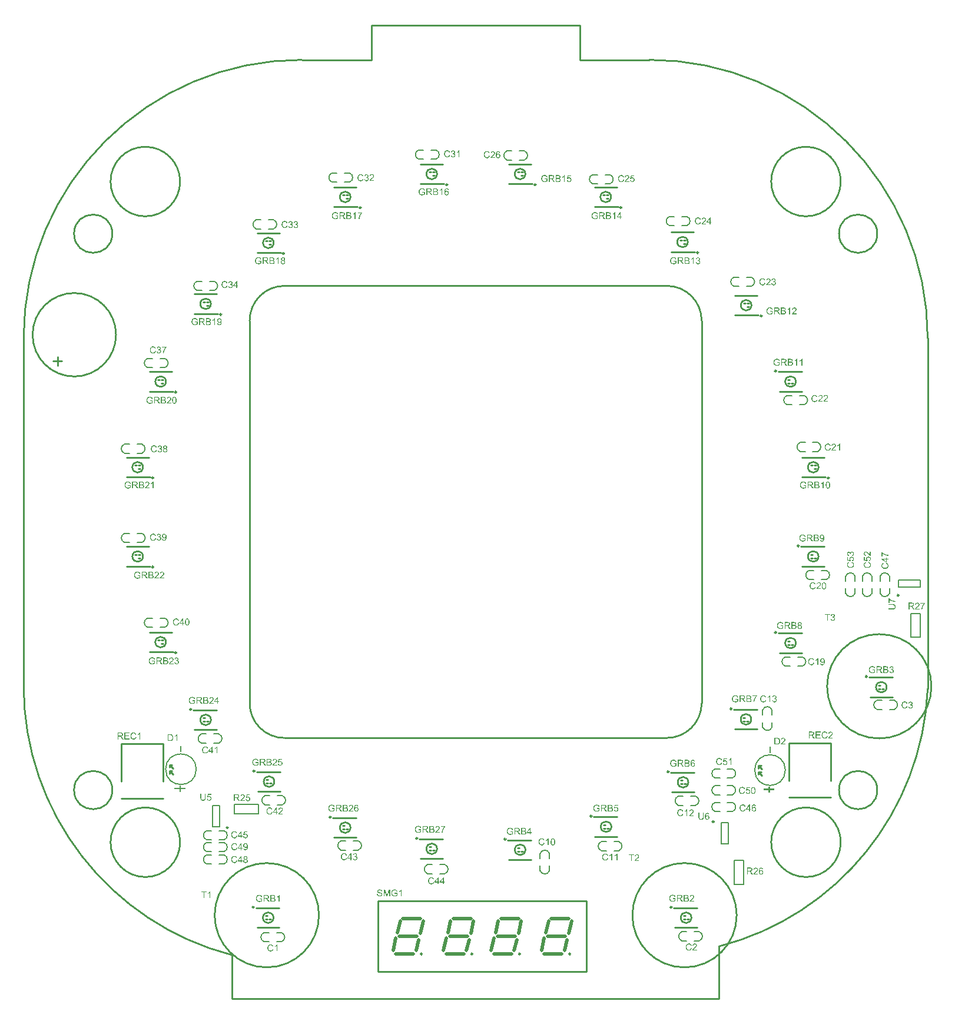
<source format=gto>
G04*
G04 #@! TF.GenerationSoftware,Altium Limited,Altium Designer,18.1.8 (232)*
G04*
G04 Layer_Color=65535*
%FSLAX25Y25*%
%MOIN*%
G70*
G01*
G75*
%ADD10C,0.01000*%
%ADD11C,0.00787*%
%ADD12C,0.00984*%
%ADD13C,0.02000*%
%ADD14C,0.00800*%
G36*
X-28663Y139568D02*
X-29450D01*
Y143111D01*
X-28663D01*
Y139568D01*
D02*
G37*
G36*
X-29056Y119370D02*
X-26510D01*
Y118583D01*
X-29056D01*
Y117127D01*
X-29844D01*
Y118583D01*
X-32810D01*
Y119370D01*
X-29844D01*
Y120670D01*
X-29056D01*
Y119370D01*
D02*
G37*
G36*
X304444Y118870D02*
X306990D01*
Y118083D01*
X304444D01*
Y116627D01*
X303656D01*
Y118083D01*
X300690D01*
Y118870D01*
X303656D01*
Y120170D01*
X304444D01*
Y118870D01*
D02*
G37*
G36*
X304050Y139068D02*
Y142611D01*
X304837D01*
Y139068D01*
X304050D01*
D01*
D02*
G37*
G36*
X335575Y151267D02*
X335624Y151263D01*
X335683Y151254D01*
X335745Y151246D01*
X335816Y151234D01*
X335891Y151217D01*
X335970Y151200D01*
X336049Y151175D01*
X336132Y151146D01*
X336215Y151113D01*
X336294Y151071D01*
X336373Y151030D01*
X336448Y150976D01*
X336452Y150971D01*
X336465Y150963D01*
X336486Y150946D01*
X336510Y150922D01*
X336544Y150892D01*
X336581Y150855D01*
X336619Y150813D01*
X336664Y150763D01*
X336710Y150709D01*
X336756Y150647D01*
X336802Y150580D01*
X336843Y150506D01*
X336889Y150426D01*
X336927Y150339D01*
X336964Y150248D01*
X336997Y150152D01*
X336498Y150036D01*
Y150040D01*
X336490Y150052D01*
X336486Y150077D01*
X336473Y150106D01*
X336461Y150139D01*
X336440Y150177D01*
X336398Y150268D01*
X336344Y150368D01*
X336273Y150472D01*
X336198Y150568D01*
X336153Y150610D01*
X336107Y150647D01*
X336103Y150651D01*
X336094Y150655D01*
X336082Y150664D01*
X336061Y150676D01*
X336036Y150693D01*
X336007Y150709D01*
X335974Y150726D01*
X335932Y150743D01*
X335887Y150759D01*
X335841Y150776D01*
X335733Y150809D01*
X335608Y150830D01*
X335541Y150838D01*
X335429D01*
X335396Y150834D01*
X335358Y150830D01*
X335312Y150826D01*
X335262Y150822D01*
X335213Y150813D01*
X335092Y150784D01*
X334967Y150747D01*
X334905Y150722D01*
X334842Y150693D01*
X334784Y150660D01*
X334726Y150622D01*
X334722Y150618D01*
X334713Y150614D01*
X334697Y150601D01*
X334676Y150585D01*
X334655Y150564D01*
X334626Y150535D01*
X334597Y150506D01*
X334564Y150472D01*
X334530Y150431D01*
X334493Y150389D01*
X334426Y150293D01*
X334364Y150181D01*
X334310Y150052D01*
Y150048D01*
X334306Y150036D01*
X334297Y150015D01*
X334293Y149990D01*
X334285Y149956D01*
X334272Y149919D01*
X334264Y149873D01*
X334252Y149828D01*
X334239Y149773D01*
X334231Y149715D01*
X334210Y149590D01*
X334197Y149457D01*
X334193Y149316D01*
Y149312D01*
Y149295D01*
Y149270D01*
X334197Y149233D01*
Y149191D01*
X334202Y149141D01*
X334206Y149087D01*
X334210Y149025D01*
X334218Y148958D01*
X334227Y148891D01*
X334252Y148746D01*
X334289Y148600D01*
X334335Y148459D01*
Y148455D01*
X334343Y148442D01*
X334351Y148426D01*
X334360Y148401D01*
X334376Y148367D01*
X334397Y148334D01*
X334443Y148255D01*
X334505Y148163D01*
X334580Y148076D01*
X334672Y147989D01*
X334722Y147951D01*
X334776Y147914D01*
X334780D01*
X334788Y147906D01*
X334805Y147897D01*
X334830Y147885D01*
X334859Y147872D01*
X334892Y147856D01*
X334930Y147843D01*
X334971Y147827D01*
X335067Y147793D01*
X335179Y147764D01*
X335300Y147743D01*
X335362Y147739D01*
X335429Y147735D01*
X335471D01*
X335500Y147739D01*
X335537Y147743D01*
X335579Y147748D01*
X335629Y147756D01*
X335679Y147764D01*
X335795Y147793D01*
X335853Y147814D01*
X335916Y147839D01*
X335978Y147868D01*
X336036Y147901D01*
X336094Y147939D01*
X336153Y147980D01*
X336157Y147985D01*
X336165Y147993D01*
X336182Y148005D01*
X336203Y148026D01*
X336223Y148051D01*
X336253Y148084D01*
X336282Y148122D01*
X336315Y148163D01*
X336348Y148213D01*
X336382Y148267D01*
X336415Y148326D01*
X336448Y148392D01*
X336477Y148463D01*
X336506Y148542D01*
X336535Y148625D01*
X336556Y148713D01*
X337064Y148584D01*
Y148575D01*
X337055Y148555D01*
X337047Y148525D01*
X337031Y148480D01*
X337014Y148430D01*
X336989Y148367D01*
X336964Y148301D01*
X336931Y148230D01*
X336893Y148151D01*
X336852Y148076D01*
X336806Y147993D01*
X336752Y147914D01*
X336694Y147839D01*
X336631Y147764D01*
X336560Y147693D01*
X336486Y147627D01*
X336481Y147623D01*
X336465Y147614D01*
X336444Y147598D01*
X336411Y147577D01*
X336373Y147552D01*
X336323Y147523D01*
X336269Y147494D01*
X336203Y147465D01*
X336132Y147435D01*
X336057Y147406D01*
X335974Y147377D01*
X335882Y147352D01*
X335787Y147332D01*
X335687Y147315D01*
X335583Y147307D01*
X335471Y147302D01*
X335412D01*
X335367Y147307D01*
X335317Y147311D01*
X335254Y147315D01*
X335188Y147323D01*
X335113Y147336D01*
X335034Y147348D01*
X334950Y147365D01*
X334867Y147386D01*
X334784Y147406D01*
X334697Y147435D01*
X334613Y147469D01*
X334535Y147506D01*
X334460Y147552D01*
X334455Y147556D01*
X334443Y147564D01*
X334422Y147577D01*
X334397Y147598D01*
X334364Y147627D01*
X334327Y147656D01*
X334285Y147693D01*
X334239Y147739D01*
X334193Y147789D01*
X334143Y147843D01*
X334098Y147901D01*
X334048Y147968D01*
X333998Y148039D01*
X333952Y148114D01*
X333910Y148197D01*
X333869Y148284D01*
X333865Y148288D01*
X333861Y148305D01*
X333852Y148334D01*
X333840Y148367D01*
X333823Y148413D01*
X333806Y148463D01*
X333790Y148525D01*
X333769Y148592D01*
X333752Y148667D01*
X333732Y148746D01*
X333715Y148829D01*
X333702Y148921D01*
X333678Y149112D01*
X333673Y149212D01*
X333669Y149312D01*
Y149320D01*
Y149337D01*
Y149370D01*
X333673Y149411D01*
X333678Y149466D01*
X333682Y149528D01*
X333690Y149594D01*
X333698Y149669D01*
X333711Y149748D01*
X333723Y149832D01*
X333765Y150011D01*
X333794Y150098D01*
X333823Y150185D01*
X333856Y150277D01*
X333898Y150360D01*
X333902Y150364D01*
X333910Y150381D01*
X333923Y150402D01*
X333940Y150435D01*
X333965Y150472D01*
X333994Y150514D01*
X334027Y150560D01*
X334064Y150614D01*
X334110Y150664D01*
X334156Y150722D01*
X334210Y150776D01*
X334268Y150834D01*
X334331Y150888D01*
X334397Y150942D01*
X334472Y150992D01*
X334547Y151038D01*
X334551Y151042D01*
X334568Y151046D01*
X334589Y151059D01*
X334622Y151075D01*
X334659Y151092D01*
X334709Y151113D01*
X334763Y151134D01*
X334822Y151154D01*
X334888Y151175D01*
X334963Y151196D01*
X335038Y151217D01*
X335121Y151234D01*
X335292Y151263D01*
X335383Y151267D01*
X335479Y151271D01*
X335533D01*
X335575Y151267D01*
D02*
G37*
G36*
X338861Y151213D02*
X338907Y151209D01*
X338961Y151200D01*
X339023Y151192D01*
X339086Y151180D01*
X339156Y151163D01*
X339227Y151142D01*
X339302Y151117D01*
X339373Y151088D01*
X339447Y151050D01*
X339518Y151009D01*
X339585Y150963D01*
X339647Y150909D01*
X339651Y150905D01*
X339660Y150897D01*
X339676Y150876D01*
X339697Y150855D01*
X339722Y150826D01*
X339751Y150788D01*
X339780Y150747D01*
X339809Y150697D01*
X339839Y150647D01*
X339868Y150589D01*
X339897Y150526D01*
X339922Y150460D01*
X339943Y150385D01*
X339959Y150310D01*
X339967Y150231D01*
X339972Y150148D01*
Y150144D01*
Y150139D01*
Y150127D01*
Y150110D01*
X339967Y150065D01*
X339959Y150006D01*
X339947Y149936D01*
X339930Y149861D01*
X339909Y149778D01*
X339876Y149694D01*
Y149690D01*
X339872Y149686D01*
X339868Y149674D01*
X339859Y149657D01*
X339834Y149611D01*
X339801Y149553D01*
X339755Y149482D01*
X339701Y149403D01*
X339639Y149320D01*
X339560Y149228D01*
X339556Y149224D01*
X339551Y149216D01*
X339535Y149204D01*
X339518Y149183D01*
X339493Y149158D01*
X339464Y149129D01*
X339431Y149091D01*
X339389Y149054D01*
X339339Y149008D01*
X339285Y148958D01*
X339227Y148900D01*
X339160Y148842D01*
X339090Y148775D01*
X339011Y148708D01*
X338923Y148634D01*
X338832Y148555D01*
X338828Y148550D01*
X338815Y148538D01*
X338790Y148521D01*
X338765Y148496D01*
X338728Y148467D01*
X338690Y148434D01*
X338603Y148359D01*
X338511Y148280D01*
X338424Y148197D01*
X338383Y148159D01*
X338345Y148126D01*
X338312Y148093D01*
X338287Y148068D01*
X338283Y148064D01*
X338266Y148047D01*
X338245Y148022D01*
X338216Y147989D01*
X338183Y147951D01*
X338149Y147910D01*
X338083Y147818D01*
X339976D01*
Y147365D01*
X337434D01*
Y147373D01*
Y147394D01*
Y147427D01*
X337438Y147469D01*
X337442Y147519D01*
X337455Y147573D01*
X337467Y147631D01*
X337488Y147689D01*
Y147693D01*
X337492Y147702D01*
X337496Y147714D01*
X337505Y147735D01*
X337517Y147756D01*
X337530Y147785D01*
X337563Y147852D01*
X337605Y147931D01*
X337659Y148018D01*
X337721Y148109D01*
X337796Y148201D01*
X337800Y148205D01*
X337804Y148213D01*
X337817Y148226D01*
X337838Y148247D01*
X337858Y148267D01*
X337887Y148297D01*
X337917Y148330D01*
X337954Y148367D01*
X337996Y148409D01*
X338041Y148451D01*
X338091Y148500D01*
X338149Y148550D01*
X338208Y148604D01*
X338274Y148659D01*
X338341Y148717D01*
X338416Y148779D01*
X338424Y148783D01*
X338445Y148804D01*
X338474Y148829D01*
X338516Y148866D01*
X338565Y148908D01*
X338624Y148958D01*
X338690Y149012D01*
X338757Y149074D01*
X338898Y149204D01*
X339036Y149341D01*
X339102Y149407D01*
X339165Y149474D01*
X339219Y149536D01*
X339264Y149594D01*
X339269Y149599D01*
X339273Y149607D01*
X339285Y149624D01*
X339298Y149644D01*
X339318Y149674D01*
X339335Y149703D01*
X339377Y149778D01*
X339418Y149865D01*
X339456Y149961D01*
X339481Y150060D01*
X339485Y150110D01*
X339489Y150160D01*
Y150164D01*
Y150173D01*
Y150189D01*
X339485Y150206D01*
Y150231D01*
X339477Y150260D01*
X339464Y150322D01*
X339439Y150397D01*
X339402Y150476D01*
X339381Y150518D01*
X339352Y150556D01*
X339323Y150593D01*
X339285Y150630D01*
X339281Y150635D01*
X339277Y150639D01*
X339264Y150647D01*
X339248Y150660D01*
X339227Y150676D01*
X339202Y150693D01*
X339144Y150730D01*
X339065Y150763D01*
X338977Y150797D01*
X338873Y150818D01*
X338815Y150826D01*
X338724D01*
X338699Y150822D01*
X338669D01*
X338636Y150813D01*
X338561Y150801D01*
X338474Y150776D01*
X338383Y150739D01*
X338337Y150714D01*
X338291Y150689D01*
X338249Y150655D01*
X338208Y150618D01*
X338204Y150614D01*
X338199Y150610D01*
X338191Y150597D01*
X338175Y150580D01*
X338162Y150560D01*
X338145Y150535D01*
X338125Y150506D01*
X338108Y150472D01*
X338087Y150435D01*
X338071Y150393D01*
X338037Y150293D01*
X338012Y150185D01*
X338008Y150123D01*
X338004Y150056D01*
X337521Y150106D01*
Y150115D01*
X337526Y150131D01*
X337530Y150156D01*
X337534Y150194D01*
X337542Y150239D01*
X337555Y150293D01*
X337567Y150352D01*
X337588Y150414D01*
X337609Y150476D01*
X337634Y150547D01*
X337667Y150614D01*
X337700Y150680D01*
X337742Y150751D01*
X337788Y150813D01*
X337838Y150876D01*
X337896Y150930D01*
X337900Y150934D01*
X337912Y150942D01*
X337929Y150955D01*
X337954Y150976D01*
X337987Y150996D01*
X338029Y151021D01*
X338075Y151046D01*
X338129Y151075D01*
X338187Y151100D01*
X338253Y151125D01*
X338324Y151150D01*
X338403Y151171D01*
X338487Y151192D01*
X338574Y151204D01*
X338669Y151213D01*
X338769Y151217D01*
X338823D01*
X338861Y151213D01*
D02*
G37*
G36*
X333029Y150751D02*
X330757D01*
Y149578D01*
X332883D01*
Y149124D01*
X330757D01*
Y147818D01*
X333116D01*
Y147365D01*
X330250D01*
Y151204D01*
X333029D01*
Y150751D01*
D02*
G37*
G36*
X328203Y151200D02*
X328249D01*
X328303Y151196D01*
X328365Y151192D01*
X328490Y151180D01*
X328619Y151159D01*
X328744Y151134D01*
X328798Y151117D01*
X328852Y151100D01*
X328856D01*
X328864Y151096D01*
X328877Y151088D01*
X328898Y151080D01*
X328948Y151055D01*
X329006Y151017D01*
X329077Y150967D01*
X329147Y150901D01*
X329218Y150826D01*
X329280Y150734D01*
Y150730D01*
X329289Y150722D01*
X329297Y150709D01*
X329305Y150689D01*
X329318Y150664D01*
X329330Y150635D01*
X329347Y150601D01*
X329364Y150564D01*
X329393Y150476D01*
X329418Y150381D01*
X329434Y150273D01*
X329443Y150156D01*
Y150152D01*
Y150139D01*
Y150115D01*
X329438Y150090D01*
X329434Y150052D01*
X329430Y150011D01*
X329422Y149965D01*
X329409Y149915D01*
X329376Y149807D01*
X329355Y149748D01*
X329330Y149690D01*
X329301Y149632D01*
X329264Y149574D01*
X329222Y149520D01*
X329176Y149466D01*
X329172Y149461D01*
X329164Y149453D01*
X329147Y149441D01*
X329127Y149420D01*
X329097Y149399D01*
X329064Y149374D01*
X329023Y149345D01*
X328973Y149316D01*
X328919Y149287D01*
X328860Y149258D01*
X328794Y149228D01*
X328719Y149199D01*
X328640Y149174D01*
X328552Y149149D01*
X328457Y149129D01*
X328357Y149112D01*
X328361D01*
X328365Y149108D01*
X328390Y149095D01*
X328428Y149074D01*
X328473Y149050D01*
X328523Y149020D01*
X328573Y148991D01*
X328623Y148954D01*
X328665Y148921D01*
X328669Y148916D01*
X328673Y148912D01*
X328685Y148900D01*
X328702Y148883D01*
X328723Y148862D01*
X328748Y148837D01*
X328802Y148779D01*
X328864Y148704D01*
X328935Y148617D01*
X329010Y148517D01*
X329085Y148409D01*
X329750Y147365D01*
X329114D01*
X328607Y148163D01*
X328602Y148168D01*
X328598Y148180D01*
X328586Y148197D01*
X328569Y148222D01*
X328552Y148251D01*
X328527Y148284D01*
X328478Y148359D01*
X328419Y148446D01*
X328361Y148534D01*
X328299Y148617D01*
X328240Y148692D01*
Y148696D01*
X328232Y148700D01*
X328215Y148721D01*
X328190Y148754D01*
X328153Y148792D01*
X328116Y148833D01*
X328070Y148875D01*
X328024Y148916D01*
X327982Y148946D01*
X327978Y148950D01*
X327962Y148958D01*
X327941Y148970D01*
X327912Y148987D01*
X327874Y149004D01*
X327837Y149020D01*
X327795Y149037D01*
X327749Y149050D01*
X327745D01*
X327733Y149054D01*
X327712Y149058D01*
X327683Y149062D01*
X327641D01*
X327591Y149066D01*
X327533Y149070D01*
X326880D01*
Y147365D01*
X326373D01*
Y151204D01*
X328157D01*
X328203Y151200D01*
D02*
G37*
G36*
X211349Y82187D02*
X211399Y82183D01*
X211457Y82174D01*
X211520Y82166D01*
X211590Y82154D01*
X211665Y82137D01*
X211744Y82120D01*
X211823Y82095D01*
X211906Y82066D01*
X211990Y82033D01*
X212069Y81991D01*
X212148Y81950D01*
X212223Y81896D01*
X212227Y81892D01*
X212239Y81883D01*
X212260Y81867D01*
X212285Y81842D01*
X212318Y81813D01*
X212356Y81775D01*
X212393Y81734D01*
X212439Y81684D01*
X212485Y81630D01*
X212530Y81567D01*
X212576Y81501D01*
X212618Y81426D01*
X212664Y81347D01*
X212701Y81259D01*
X212738Y81168D01*
X212772Y81072D01*
X212273Y80956D01*
Y80960D01*
X212264Y80972D01*
X212260Y80997D01*
X212247Y81026D01*
X212235Y81060D01*
X212214Y81097D01*
X212173Y81189D01*
X212119Y81288D01*
X212048Y81392D01*
X211973Y81488D01*
X211927Y81530D01*
X211881Y81567D01*
X211877Y81571D01*
X211869Y81576D01*
X211857Y81584D01*
X211836Y81596D01*
X211811Y81613D01*
X211782Y81630D01*
X211748Y81646D01*
X211707Y81663D01*
X211661Y81679D01*
X211615Y81696D01*
X211507Y81729D01*
X211382Y81750D01*
X211316Y81758D01*
X211203D01*
X211170Y81754D01*
X211133Y81750D01*
X211087Y81746D01*
X211037Y81742D01*
X210987Y81734D01*
X210866Y81704D01*
X210742Y81667D01*
X210679Y81642D01*
X210617Y81613D01*
X210559Y81580D01*
X210500Y81542D01*
X210496Y81538D01*
X210488Y81534D01*
X210471Y81521D01*
X210450Y81505D01*
X210430Y81484D01*
X210401Y81455D01*
X210371Y81426D01*
X210338Y81392D01*
X210305Y81351D01*
X210267Y81309D01*
X210201Y81214D01*
X210138Y81101D01*
X210084Y80972D01*
Y80968D01*
X210080Y80956D01*
X210072Y80935D01*
X210068Y80910D01*
X210059Y80877D01*
X210047Y80839D01*
X210038Y80793D01*
X210026Y80748D01*
X210014Y80694D01*
X210005Y80635D01*
X209984Y80510D01*
X209972Y80377D01*
X209968Y80236D01*
Y80232D01*
Y80215D01*
Y80190D01*
X209972Y80153D01*
Y80111D01*
X209976Y80061D01*
X209980Y80007D01*
X209984Y79945D01*
X209993Y79878D01*
X210001Y79812D01*
X210026Y79666D01*
X210064Y79520D01*
X210109Y79379D01*
Y79375D01*
X210118Y79362D01*
X210126Y79346D01*
X210134Y79321D01*
X210151Y79287D01*
X210172Y79254D01*
X210217Y79175D01*
X210280Y79084D01*
X210355Y78996D01*
X210446Y78909D01*
X210496Y78872D01*
X210550Y78834D01*
X210554D01*
X210563Y78826D01*
X210579Y78817D01*
X210604Y78805D01*
X210633Y78792D01*
X210667Y78776D01*
X210704Y78763D01*
X210746Y78747D01*
X210841Y78713D01*
X210954Y78684D01*
X211074Y78663D01*
X211137Y78659D01*
X211203Y78655D01*
X211245D01*
X211274Y78659D01*
X211312Y78663D01*
X211353Y78668D01*
X211403Y78676D01*
X211453Y78684D01*
X211569Y78713D01*
X211628Y78734D01*
X211690Y78759D01*
X211753Y78788D01*
X211811Y78822D01*
X211869Y78859D01*
X211927Y78901D01*
X211931Y78905D01*
X211940Y78913D01*
X211956Y78926D01*
X211977Y78946D01*
X211998Y78971D01*
X212027Y79005D01*
X212056Y79042D01*
X212089Y79084D01*
X212123Y79134D01*
X212156Y79188D01*
X212189Y79246D01*
X212223Y79312D01*
X212252Y79383D01*
X212281Y79462D01*
X212310Y79545D01*
X212331Y79633D01*
X212838Y79504D01*
Y79496D01*
X212830Y79475D01*
X212822Y79446D01*
X212805Y79400D01*
X212788Y79350D01*
X212763Y79287D01*
X212738Y79221D01*
X212705Y79150D01*
X212668Y79071D01*
X212626Y78996D01*
X212580Y78913D01*
X212526Y78834D01*
X212468Y78759D01*
X212406Y78684D01*
X212335Y78614D01*
X212260Y78547D01*
X212256Y78543D01*
X212239Y78535D01*
X212218Y78518D01*
X212185Y78497D01*
X212148Y78472D01*
X212098Y78443D01*
X212044Y78414D01*
X211977Y78385D01*
X211906Y78356D01*
X211831Y78326D01*
X211748Y78297D01*
X211657Y78272D01*
X211561Y78252D01*
X211461Y78235D01*
X211357Y78227D01*
X211245Y78223D01*
X211187D01*
X211141Y78227D01*
X211091Y78231D01*
X211029Y78235D01*
X210962Y78243D01*
X210887Y78256D01*
X210808Y78268D01*
X210725Y78285D01*
X210642Y78306D01*
X210559Y78326D01*
X210471Y78356D01*
X210388Y78389D01*
X210309Y78426D01*
X210234Y78472D01*
X210230Y78476D01*
X210217Y78485D01*
X210197Y78497D01*
X210172Y78518D01*
X210138Y78547D01*
X210101Y78576D01*
X210059Y78614D01*
X210014Y78659D01*
X209968Y78709D01*
X209918Y78763D01*
X209872Y78822D01*
X209822Y78888D01*
X209772Y78959D01*
X209727Y79034D01*
X209685Y79117D01*
X209643Y79204D01*
X209639Y79208D01*
X209635Y79225D01*
X209627Y79254D01*
X209614Y79287D01*
X209598Y79333D01*
X209581Y79383D01*
X209564Y79446D01*
X209543Y79512D01*
X209527Y79587D01*
X209506Y79666D01*
X209489Y79749D01*
X209477Y79841D01*
X209452Y80032D01*
X209448Y80132D01*
X209444Y80232D01*
Y80240D01*
Y80257D01*
Y80290D01*
X209448Y80332D01*
X209452Y80386D01*
X209456Y80448D01*
X209465Y80515D01*
X209473Y80590D01*
X209485Y80669D01*
X209498Y80752D01*
X209539Y80931D01*
X209569Y81018D01*
X209598Y81105D01*
X209631Y81197D01*
X209672Y81280D01*
X209677Y81284D01*
X209685Y81301D01*
X209697Y81322D01*
X209714Y81355D01*
X209739Y81392D01*
X209768Y81434D01*
X209801Y81480D01*
X209839Y81534D01*
X209885Y81584D01*
X209930Y81642D01*
X209984Y81696D01*
X210043Y81754D01*
X210105Y81808D01*
X210172Y81862D01*
X210246Y81912D01*
X210321Y81958D01*
X210326Y81962D01*
X210342Y81967D01*
X210363Y81979D01*
X210396Y81996D01*
X210434Y82012D01*
X210484Y82033D01*
X210538Y82054D01*
X210596Y82075D01*
X210663Y82095D01*
X210737Y82116D01*
X210812Y82137D01*
X210895Y82154D01*
X211066Y82183D01*
X211158Y82187D01*
X211253Y82191D01*
X211307D01*
X211349Y82187D01*
D02*
G37*
G36*
X218030Y78285D02*
X217560D01*
Y81284D01*
X217551Y81276D01*
X217531Y81255D01*
X217493Y81226D01*
X217439Y81184D01*
X217377Y81134D01*
X217298Y81080D01*
X217210Y81022D01*
X217111Y80960D01*
X217106D01*
X217098Y80951D01*
X217086Y80943D01*
X217065Y80935D01*
X217040Y80918D01*
X217011Y80906D01*
X216944Y80868D01*
X216869Y80831D01*
X216786Y80789D01*
X216699Y80752D01*
X216616Y80718D01*
Y81172D01*
X216620Y81176D01*
X216632Y81180D01*
X216653Y81193D01*
X216682Y81205D01*
X216715Y81222D01*
X216757Y81247D01*
X216803Y81272D01*
X216848Y81297D01*
X216957Y81363D01*
X217073Y81442D01*
X217194Y81526D01*
X217306Y81621D01*
X217310Y81625D01*
X217319Y81634D01*
X217335Y81646D01*
X217356Y81667D01*
X217377Y81692D01*
X217406Y81717D01*
X217468Y81788D01*
X217539Y81862D01*
X217610Y81950D01*
X217672Y82041D01*
X217726Y82137D01*
X218030D01*
Y78285D01*
D02*
G37*
G36*
X215047D02*
X214577D01*
Y81284D01*
X214569Y81276D01*
X214548Y81255D01*
X214511Y81226D01*
X214457Y81184D01*
X214394Y81134D01*
X214315Y81080D01*
X214228Y81022D01*
X214128Y80960D01*
X214124D01*
X214115Y80951D01*
X214103Y80943D01*
X214082Y80935D01*
X214057Y80918D01*
X214028Y80906D01*
X213961Y80868D01*
X213886Y80831D01*
X213803Y80789D01*
X213716Y80752D01*
X213633Y80718D01*
Y81172D01*
X213637Y81176D01*
X213649Y81180D01*
X213670Y81193D01*
X213699Y81205D01*
X213733Y81222D01*
X213774Y81247D01*
X213820Y81272D01*
X213866Y81297D01*
X213974Y81363D01*
X214090Y81442D01*
X214211Y81526D01*
X214323Y81621D01*
X214328Y81625D01*
X214336Y81634D01*
X214352Y81646D01*
X214373Y81667D01*
X214394Y81692D01*
X214423Y81717D01*
X214486Y81788D01*
X214556Y81862D01*
X214627Y81950D01*
X214689Y82041D01*
X214743Y82137D01*
X215047D01*
Y78285D01*
D02*
G37*
G36*
X258639Y31267D02*
X258689Y31263D01*
X258747Y31254D01*
X258809Y31246D01*
X258880Y31234D01*
X258955Y31217D01*
X259034Y31200D01*
X259113Y31175D01*
X259196Y31146D01*
X259279Y31113D01*
X259358Y31071D01*
X259437Y31030D01*
X259512Y30976D01*
X259516Y30972D01*
X259529Y30963D01*
X259550Y30946D01*
X259575Y30922D01*
X259608Y30892D01*
X259645Y30855D01*
X259683Y30813D01*
X259729Y30764D01*
X259774Y30709D01*
X259820Y30647D01*
X259866Y30580D01*
X259908Y30506D01*
X259953Y30426D01*
X259991Y30339D01*
X260028Y30248D01*
X260061Y30152D01*
X259562Y30035D01*
Y30040D01*
X259554Y30052D01*
X259550Y30077D01*
X259537Y30106D01*
X259525Y30139D01*
X259504Y30177D01*
X259462Y30268D01*
X259408Y30368D01*
X259338Y30472D01*
X259263Y30568D01*
X259217Y30610D01*
X259171Y30647D01*
X259167Y30651D01*
X259159Y30655D01*
X259146Y30664D01*
X259125Y30676D01*
X259100Y30693D01*
X259071Y30709D01*
X259038Y30726D01*
X258996Y30743D01*
X258951Y30759D01*
X258905Y30776D01*
X258797Y30809D01*
X258672Y30830D01*
X258605Y30838D01*
X258493D01*
X258460Y30834D01*
X258422Y30830D01*
X258377Y30826D01*
X258327Y30822D01*
X258277Y30813D01*
X258156Y30784D01*
X258031Y30747D01*
X257969Y30722D01*
X257907Y30693D01*
X257848Y30659D01*
X257790Y30622D01*
X257786Y30618D01*
X257778Y30614D01*
X257761Y30601D01*
X257740Y30585D01*
X257719Y30564D01*
X257690Y30535D01*
X257661Y30506D01*
X257628Y30472D01*
X257594Y30431D01*
X257557Y30389D01*
X257490Y30293D01*
X257428Y30181D01*
X257374Y30052D01*
Y30048D01*
X257370Y30035D01*
X257362Y30015D01*
X257357Y29990D01*
X257349Y29956D01*
X257337Y29919D01*
X257328Y29873D01*
X257316Y29827D01*
X257303Y29773D01*
X257295Y29715D01*
X257274Y29590D01*
X257262Y29457D01*
X257258Y29316D01*
Y29312D01*
Y29295D01*
Y29270D01*
X257262Y29233D01*
Y29191D01*
X257266Y29141D01*
X257270Y29087D01*
X257274Y29025D01*
X257282Y28958D01*
X257291Y28892D01*
X257316Y28746D01*
X257353Y28600D01*
X257399Y28459D01*
Y28455D01*
X257407Y28442D01*
X257416Y28426D01*
X257424Y28401D01*
X257441Y28367D01*
X257461Y28334D01*
X257507Y28255D01*
X257570Y28163D01*
X257644Y28076D01*
X257736Y27989D01*
X257786Y27951D01*
X257840Y27914D01*
X257844D01*
X257852Y27906D01*
X257869Y27897D01*
X257894Y27885D01*
X257923Y27872D01*
X257956Y27856D01*
X257994Y27843D01*
X258035Y27826D01*
X258131Y27793D01*
X258243Y27764D01*
X258364Y27743D01*
X258426Y27739D01*
X258493Y27735D01*
X258535D01*
X258564Y27739D01*
X258601Y27743D01*
X258643Y27747D01*
X258693Y27756D01*
X258743Y27764D01*
X258859Y27793D01*
X258917Y27814D01*
X258980Y27839D01*
X259042Y27868D01*
X259100Y27901D01*
X259159Y27939D01*
X259217Y27980D01*
X259221Y27985D01*
X259229Y27993D01*
X259246Y28005D01*
X259267Y28026D01*
X259288Y28051D01*
X259317Y28084D01*
X259346Y28122D01*
X259379Y28163D01*
X259412Y28213D01*
X259446Y28267D01*
X259479Y28326D01*
X259512Y28392D01*
X259541Y28463D01*
X259571Y28542D01*
X259600Y28625D01*
X259620Y28713D01*
X260128Y28584D01*
Y28575D01*
X260120Y28554D01*
X260111Y28525D01*
X260095Y28480D01*
X260078Y28430D01*
X260053Y28367D01*
X260028Y28301D01*
X259995Y28230D01*
X259957Y28151D01*
X259916Y28076D01*
X259870Y27993D01*
X259816Y27914D01*
X259758Y27839D01*
X259695Y27764D01*
X259625Y27693D01*
X259550Y27627D01*
X259546Y27623D01*
X259529Y27614D01*
X259508Y27598D01*
X259475Y27577D01*
X259437Y27552D01*
X259387Y27523D01*
X259333Y27494D01*
X259267Y27465D01*
X259196Y27435D01*
X259121Y27406D01*
X259038Y27377D01*
X258946Y27352D01*
X258851Y27332D01*
X258751Y27315D01*
X258647Y27307D01*
X258535Y27302D01*
X258476D01*
X258431Y27307D01*
X258381Y27311D01*
X258318Y27315D01*
X258252Y27323D01*
X258177Y27336D01*
X258098Y27348D01*
X258015Y27365D01*
X257931Y27386D01*
X257848Y27406D01*
X257761Y27435D01*
X257678Y27469D01*
X257599Y27506D01*
X257524Y27552D01*
X257520Y27556D01*
X257507Y27564D01*
X257486Y27577D01*
X257461Y27598D01*
X257428Y27627D01*
X257391Y27656D01*
X257349Y27693D01*
X257303Y27739D01*
X257258Y27789D01*
X257208Y27843D01*
X257162Y27901D01*
X257112Y27968D01*
X257062Y28039D01*
X257016Y28114D01*
X256975Y28197D01*
X256933Y28284D01*
X256929Y28288D01*
X256925Y28305D01*
X256916Y28334D01*
X256904Y28367D01*
X256887Y28413D01*
X256871Y28463D01*
X256854Y28525D01*
X256833Y28592D01*
X256817Y28667D01*
X256796Y28746D01*
X256779Y28829D01*
X256767Y28921D01*
X256742Y29112D01*
X256738Y29212D01*
X256733Y29312D01*
Y29320D01*
Y29337D01*
Y29370D01*
X256738Y29412D01*
X256742Y29466D01*
X256746Y29528D01*
X256754Y29594D01*
X256763Y29669D01*
X256775Y29748D01*
X256787Y29832D01*
X256829Y30011D01*
X256858Y30098D01*
X256887Y30185D01*
X256921Y30277D01*
X256962Y30360D01*
X256966Y30364D01*
X256975Y30381D01*
X256987Y30402D01*
X257004Y30435D01*
X257029Y30472D01*
X257058Y30514D01*
X257091Y30560D01*
X257129Y30614D01*
X257174Y30664D01*
X257220Y30722D01*
X257274Y30776D01*
X257332Y30834D01*
X257395Y30888D01*
X257461Y30942D01*
X257536Y30992D01*
X257611Y31038D01*
X257615Y31042D01*
X257632Y31046D01*
X257653Y31059D01*
X257686Y31076D01*
X257723Y31092D01*
X257773Y31113D01*
X257827Y31134D01*
X257886Y31155D01*
X257952Y31175D01*
X258027Y31196D01*
X258102Y31217D01*
X258185Y31234D01*
X258356Y31263D01*
X258447Y31267D01*
X258543Y31271D01*
X258597D01*
X258639Y31267D01*
D02*
G37*
G36*
X261925Y31213D02*
X261971Y31209D01*
X262025Y31200D01*
X262087Y31192D01*
X262150Y31179D01*
X262220Y31163D01*
X262291Y31142D01*
X262366Y31117D01*
X262437Y31088D01*
X262512Y31051D01*
X262582Y31009D01*
X262649Y30963D01*
X262711Y30909D01*
X262716Y30905D01*
X262724Y30897D01*
X262740Y30876D01*
X262761Y30855D01*
X262786Y30826D01*
X262815Y30788D01*
X262844Y30747D01*
X262874Y30697D01*
X262903Y30647D01*
X262932Y30589D01*
X262961Y30526D01*
X262986Y30460D01*
X263007Y30385D01*
X263023Y30310D01*
X263032Y30231D01*
X263036Y30148D01*
Y30144D01*
Y30139D01*
Y30127D01*
Y30110D01*
X263032Y30065D01*
X263023Y30006D01*
X263011Y29936D01*
X262994Y29861D01*
X262973Y29778D01*
X262940Y29694D01*
Y29690D01*
X262936Y29686D01*
X262932Y29674D01*
X262924Y29657D01*
X262898Y29611D01*
X262865Y29553D01*
X262820Y29482D01*
X262765Y29403D01*
X262703Y29320D01*
X262624Y29228D01*
X262620Y29224D01*
X262616Y29216D01*
X262599Y29204D01*
X262582Y29183D01*
X262557Y29158D01*
X262528Y29129D01*
X262495Y29091D01*
X262453Y29054D01*
X262403Y29008D01*
X262349Y28958D01*
X262291Y28900D01*
X262225Y28842D01*
X262154Y28775D01*
X262075Y28708D01*
X261987Y28634D01*
X261896Y28554D01*
X261892Y28550D01*
X261879Y28538D01*
X261854Y28521D01*
X261829Y28496D01*
X261792Y28467D01*
X261754Y28434D01*
X261667Y28359D01*
X261576Y28280D01*
X261488Y28197D01*
X261447Y28159D01*
X261409Y28126D01*
X261376Y28093D01*
X261351Y28068D01*
X261347Y28064D01*
X261330Y28047D01*
X261309Y28022D01*
X261280Y27989D01*
X261247Y27951D01*
X261214Y27910D01*
X261147Y27818D01*
X263040D01*
Y27365D01*
X260498D01*
Y27373D01*
Y27394D01*
Y27427D01*
X260502Y27469D01*
X260507Y27519D01*
X260519Y27573D01*
X260531Y27631D01*
X260552Y27689D01*
Y27693D01*
X260556Y27702D01*
X260561Y27714D01*
X260569Y27735D01*
X260581Y27756D01*
X260594Y27785D01*
X260627Y27852D01*
X260669Y27931D01*
X260723Y28018D01*
X260785Y28109D01*
X260860Y28201D01*
X260864Y28205D01*
X260868Y28213D01*
X260881Y28226D01*
X260902Y28247D01*
X260923Y28267D01*
X260952Y28297D01*
X260981Y28330D01*
X261018Y28367D01*
X261060Y28409D01*
X261106Y28451D01*
X261156Y28500D01*
X261214Y28550D01*
X261272Y28604D01*
X261338Y28659D01*
X261405Y28717D01*
X261480Y28779D01*
X261488Y28783D01*
X261509Y28804D01*
X261538Y28829D01*
X261580Y28866D01*
X261630Y28908D01*
X261688Y28958D01*
X261754Y29012D01*
X261821Y29074D01*
X261963Y29204D01*
X262100Y29341D01*
X262166Y29407D01*
X262229Y29474D01*
X262283Y29536D01*
X262329Y29594D01*
X262333Y29599D01*
X262337Y29607D01*
X262349Y29624D01*
X262362Y29644D01*
X262383Y29674D01*
X262399Y29703D01*
X262441Y29778D01*
X262483Y29865D01*
X262520Y29961D01*
X262545Y30060D01*
X262549Y30110D01*
X262553Y30160D01*
Y30164D01*
Y30173D01*
Y30189D01*
X262549Y30206D01*
Y30231D01*
X262541Y30260D01*
X262528Y30323D01*
X262503Y30397D01*
X262466Y30476D01*
X262445Y30518D01*
X262416Y30555D01*
X262387Y30593D01*
X262349Y30630D01*
X262345Y30634D01*
X262341Y30639D01*
X262329Y30647D01*
X262312Y30659D01*
X262291Y30676D01*
X262266Y30693D01*
X262208Y30730D01*
X262129Y30764D01*
X262042Y30797D01*
X261938Y30818D01*
X261879Y30826D01*
X261788D01*
X261763Y30822D01*
X261734D01*
X261700Y30813D01*
X261626Y30801D01*
X261538Y30776D01*
X261447Y30738D01*
X261401Y30714D01*
X261355Y30689D01*
X261314Y30655D01*
X261272Y30618D01*
X261268Y30614D01*
X261264Y30610D01*
X261255Y30597D01*
X261239Y30580D01*
X261226Y30560D01*
X261210Y30535D01*
X261189Y30506D01*
X261172Y30472D01*
X261151Y30435D01*
X261135Y30393D01*
X261101Y30293D01*
X261076Y30185D01*
X261072Y30123D01*
X261068Y30056D01*
X260586Y30106D01*
Y30114D01*
X260590Y30131D01*
X260594Y30156D01*
X260598Y30194D01*
X260606Y30239D01*
X260619Y30293D01*
X260631Y30352D01*
X260652Y30414D01*
X260673Y30476D01*
X260698Y30547D01*
X260731Y30614D01*
X260764Y30680D01*
X260806Y30751D01*
X260852Y30813D01*
X260902Y30876D01*
X260960Y30930D01*
X260964Y30934D01*
X260977Y30942D01*
X260993Y30955D01*
X261018Y30976D01*
X261052Y30996D01*
X261093Y31021D01*
X261139Y31046D01*
X261193Y31076D01*
X261251Y31100D01*
X261318Y31125D01*
X261388Y31150D01*
X261468Y31171D01*
X261551Y31192D01*
X261638Y31204D01*
X261734Y31213D01*
X261834Y31217D01*
X261888D01*
X261925Y31213D01*
D02*
G37*
G36*
X175349Y90767D02*
X175399Y90763D01*
X175457Y90754D01*
X175520Y90746D01*
X175590Y90734D01*
X175665Y90717D01*
X175744Y90700D01*
X175823Y90675D01*
X175906Y90646D01*
X175990Y90613D01*
X176069Y90571D01*
X176148Y90530D01*
X176223Y90476D01*
X176227Y90472D01*
X176239Y90463D01*
X176260Y90447D01*
X176285Y90422D01*
X176318Y90392D01*
X176356Y90355D01*
X176393Y90313D01*
X176439Y90263D01*
X176485Y90209D01*
X176530Y90147D01*
X176576Y90080D01*
X176618Y90006D01*
X176663Y89926D01*
X176701Y89839D01*
X176738Y89748D01*
X176772Y89652D01*
X176272Y89535D01*
Y89540D01*
X176264Y89552D01*
X176260Y89577D01*
X176248Y89606D01*
X176235Y89640D01*
X176214Y89677D01*
X176173Y89768D01*
X176119Y89868D01*
X176048Y89972D01*
X175973Y90068D01*
X175927Y90110D01*
X175881Y90147D01*
X175877Y90151D01*
X175869Y90155D01*
X175856Y90164D01*
X175836Y90176D01*
X175811Y90193D01*
X175782Y90209D01*
X175748Y90226D01*
X175707Y90243D01*
X175661Y90259D01*
X175615Y90276D01*
X175507Y90309D01*
X175382Y90330D01*
X175316Y90338D01*
X175203D01*
X175170Y90334D01*
X175133Y90330D01*
X175087Y90326D01*
X175037Y90322D01*
X174987Y90313D01*
X174866Y90284D01*
X174742Y90247D01*
X174679Y90222D01*
X174617Y90193D01*
X174558Y90159D01*
X174500Y90122D01*
X174496Y90118D01*
X174488Y90114D01*
X174471Y90101D01*
X174450Y90085D01*
X174430Y90064D01*
X174400Y90035D01*
X174371Y90006D01*
X174338Y89972D01*
X174305Y89931D01*
X174267Y89889D01*
X174201Y89793D01*
X174138Y89681D01*
X174084Y89552D01*
Y89548D01*
X174080Y89535D01*
X174072Y89515D01*
X174068Y89490D01*
X174059Y89456D01*
X174047Y89419D01*
X174039Y89373D01*
X174026Y89328D01*
X174014Y89273D01*
X174005Y89215D01*
X173985Y89090D01*
X173972Y88957D01*
X173968Y88816D01*
Y88812D01*
Y88795D01*
Y88770D01*
X173972Y88733D01*
Y88691D01*
X173976Y88641D01*
X173980Y88587D01*
X173985Y88525D01*
X173993Y88458D01*
X174001Y88392D01*
X174026Y88246D01*
X174064Y88100D01*
X174109Y87959D01*
Y87955D01*
X174118Y87942D01*
X174126Y87926D01*
X174134Y87901D01*
X174151Y87867D01*
X174172Y87834D01*
X174217Y87755D01*
X174280Y87664D01*
X174355Y87576D01*
X174446Y87489D01*
X174496Y87451D01*
X174550Y87414D01*
X174554D01*
X174563Y87406D01*
X174579Y87397D01*
X174604Y87385D01*
X174633Y87372D01*
X174667Y87356D01*
X174704Y87343D01*
X174746Y87327D01*
X174841Y87293D01*
X174954Y87264D01*
X175074Y87243D01*
X175137Y87239D01*
X175203Y87235D01*
X175245D01*
X175274Y87239D01*
X175312Y87243D01*
X175353Y87248D01*
X175403Y87256D01*
X175453Y87264D01*
X175569Y87293D01*
X175628Y87314D01*
X175690Y87339D01*
X175752Y87368D01*
X175811Y87401D01*
X175869Y87439D01*
X175927Y87480D01*
X175931Y87485D01*
X175940Y87493D01*
X175956Y87505D01*
X175977Y87526D01*
X175998Y87551D01*
X176027Y87584D01*
X176056Y87622D01*
X176089Y87664D01*
X176123Y87713D01*
X176156Y87767D01*
X176189Y87826D01*
X176223Y87892D01*
X176252Y87963D01*
X176281Y88042D01*
X176310Y88125D01*
X176331Y88213D01*
X176838Y88084D01*
Y88075D01*
X176830Y88055D01*
X176822Y88025D01*
X176805Y87980D01*
X176788Y87930D01*
X176763Y87867D01*
X176738Y87801D01*
X176705Y87730D01*
X176668Y87651D01*
X176626Y87576D01*
X176580Y87493D01*
X176526Y87414D01*
X176468Y87339D01*
X176406Y87264D01*
X176335Y87193D01*
X176260Y87127D01*
X176256Y87123D01*
X176239Y87114D01*
X176218Y87098D01*
X176185Y87077D01*
X176148Y87052D01*
X176098Y87023D01*
X176044Y86994D01*
X175977Y86965D01*
X175906Y86936D01*
X175831Y86906D01*
X175748Y86877D01*
X175657Y86852D01*
X175561Y86831D01*
X175461Y86815D01*
X175357Y86806D01*
X175245Y86802D01*
X175187D01*
X175141Y86806D01*
X175091Y86811D01*
X175029Y86815D01*
X174962Y86823D01*
X174887Y86836D01*
X174808Y86848D01*
X174725Y86865D01*
X174642Y86886D01*
X174558Y86906D01*
X174471Y86936D01*
X174388Y86969D01*
X174309Y87006D01*
X174234Y87052D01*
X174230Y87056D01*
X174217Y87064D01*
X174197Y87077D01*
X174172Y87098D01*
X174138Y87127D01*
X174101Y87156D01*
X174059Y87193D01*
X174014Y87239D01*
X173968Y87289D01*
X173918Y87343D01*
X173872Y87401D01*
X173822Y87468D01*
X173772Y87539D01*
X173726Y87614D01*
X173685Y87697D01*
X173643Y87784D01*
X173639Y87788D01*
X173635Y87805D01*
X173627Y87834D01*
X173614Y87867D01*
X173598Y87913D01*
X173581Y87963D01*
X173564Y88025D01*
X173544Y88092D01*
X173527Y88167D01*
X173506Y88246D01*
X173489Y88329D01*
X173477Y88421D01*
X173452Y88612D01*
X173448Y88712D01*
X173444Y88812D01*
Y88820D01*
Y88837D01*
Y88870D01*
X173448Y88911D01*
X173452Y88966D01*
X173456Y89028D01*
X173465Y89095D01*
X173473Y89169D01*
X173485Y89248D01*
X173498Y89332D01*
X173539Y89511D01*
X173568Y89598D01*
X173598Y89685D01*
X173631Y89777D01*
X173672Y89860D01*
X173677Y89864D01*
X173685Y89881D01*
X173697Y89902D01*
X173714Y89935D01*
X173739Y89972D01*
X173768Y90014D01*
X173801Y90060D01*
X173839Y90114D01*
X173885Y90164D01*
X173930Y90222D01*
X173985Y90276D01*
X174043Y90334D01*
X174105Y90388D01*
X174172Y90442D01*
X174247Y90492D01*
X174321Y90538D01*
X174326Y90542D01*
X174342Y90546D01*
X174363Y90559D01*
X174396Y90575D01*
X174434Y90592D01*
X174484Y90613D01*
X174538Y90634D01*
X174596Y90654D01*
X174663Y90675D01*
X174737Y90696D01*
X174812Y90717D01*
X174896Y90734D01*
X175066Y90763D01*
X175158Y90767D01*
X175253Y90771D01*
X175307D01*
X175349Y90767D01*
D02*
G37*
G36*
X179047Y86865D02*
X178577D01*
Y89864D01*
X178569Y89856D01*
X178548Y89835D01*
X178510Y89806D01*
X178456Y89764D01*
X178394Y89714D01*
X178315Y89660D01*
X178228Y89602D01*
X178128Y89540D01*
X178124D01*
X178115Y89531D01*
X178103Y89523D01*
X178082Y89515D01*
X178057Y89498D01*
X178028Y89486D01*
X177961Y89448D01*
X177887Y89411D01*
X177803Y89369D01*
X177716Y89332D01*
X177633Y89298D01*
Y89752D01*
X177637Y89756D01*
X177649Y89760D01*
X177670Y89773D01*
X177699Y89785D01*
X177733Y89802D01*
X177774Y89827D01*
X177820Y89852D01*
X177866Y89877D01*
X177974Y89943D01*
X178090Y90022D01*
X178211Y90105D01*
X178323Y90201D01*
X178328Y90205D01*
X178336Y90214D01*
X178352Y90226D01*
X178373Y90247D01*
X178394Y90272D01*
X178423Y90297D01*
X178486Y90368D01*
X178556Y90442D01*
X178627Y90530D01*
X178689Y90621D01*
X178744Y90717D01*
X179047D01*
Y86865D01*
D02*
G37*
G36*
X181585Y90713D02*
X181614Y90709D01*
X181689Y90700D01*
X181772Y90688D01*
X181863Y90663D01*
X181955Y90634D01*
X182047Y90592D01*
X182051D01*
X182059Y90588D01*
X182071Y90580D01*
X182088Y90567D01*
X182130Y90542D01*
X182184Y90501D01*
X182246Y90451D01*
X182309Y90388D01*
X182375Y90313D01*
X182433Y90230D01*
Y90226D01*
X182442Y90218D01*
X182446Y90205D01*
X182458Y90189D01*
X182471Y90168D01*
X182487Y90139D01*
X182500Y90105D01*
X182521Y90072D01*
X182558Y89989D01*
X182596Y89893D01*
X182637Y89781D01*
X182671Y89660D01*
Y89656D01*
X182675Y89644D01*
X182679Y89627D01*
X182683Y89598D01*
X182691Y89565D01*
X182700Y89523D01*
X182708Y89477D01*
X182716Y89423D01*
X182720Y89361D01*
X182729Y89294D01*
X182737Y89219D01*
X182745Y89140D01*
X182750Y89053D01*
X182754Y88961D01*
X182758Y88862D01*
Y88758D01*
Y88749D01*
Y88728D01*
Y88691D01*
Y88645D01*
X182754Y88587D01*
X182750Y88525D01*
X182745Y88450D01*
X182741Y88371D01*
X182733Y88283D01*
X182725Y88196D01*
X182700Y88013D01*
X182662Y87834D01*
X182641Y87747D01*
X182616Y87668D01*
Y87664D01*
X182608Y87651D01*
X182604Y87626D01*
X182591Y87601D01*
X182575Y87564D01*
X182558Y87526D01*
X182537Y87480D01*
X182512Y87431D01*
X182454Y87327D01*
X182384Y87222D01*
X182300Y87119D01*
X182250Y87073D01*
X182201Y87027D01*
X182196Y87023D01*
X182188Y87019D01*
X182171Y87006D01*
X182150Y86994D01*
X182126Y86977D01*
X182092Y86956D01*
X182055Y86936D01*
X182009Y86915D01*
X181963Y86894D01*
X181909Y86873D01*
X181855Y86856D01*
X181793Y86836D01*
X181726Y86823D01*
X181656Y86811D01*
X181585Y86806D01*
X181506Y86802D01*
X181481D01*
X181452Y86806D01*
X181414Y86811D01*
X181369Y86815D01*
X181314Y86823D01*
X181256Y86836D01*
X181190Y86852D01*
X181123Y86873D01*
X181052Y86898D01*
X180977Y86931D01*
X180907Y86969D01*
X180836Y87015D01*
X180765Y87069D01*
X180699Y87127D01*
X180636Y87198D01*
X180632Y87202D01*
X180620Y87218D01*
X180603Y87248D01*
X180578Y87289D01*
X180549Y87343D01*
X180516Y87406D01*
X180482Y87485D01*
X180449Y87572D01*
X180412Y87676D01*
X180378Y87788D01*
X180345Y87917D01*
X180316Y88059D01*
X180291Y88213D01*
X180274Y88379D01*
X180262Y88562D01*
X180258Y88758D01*
Y88766D01*
Y88787D01*
Y88824D01*
X180262Y88870D01*
Y88928D01*
X180266Y88995D01*
X180270Y89070D01*
X180274Y89149D01*
X180283Y89236D01*
X180291Y89323D01*
X180316Y89506D01*
X180349Y89685D01*
X180370Y89773D01*
X180395Y89852D01*
Y89856D01*
X180403Y89868D01*
X180412Y89893D01*
X180420Y89922D01*
X180437Y89956D01*
X180453Y89997D01*
X180474Y90039D01*
X180499Y90089D01*
X180557Y90193D01*
X180632Y90297D01*
X180715Y90401D01*
X180761Y90447D01*
X180811Y90492D01*
X180815Y90496D01*
X180824Y90501D01*
X180840Y90513D01*
X180861Y90526D01*
X180886Y90546D01*
X180919Y90563D01*
X180957Y90584D01*
X181002Y90605D01*
X181048Y90625D01*
X181102Y90646D01*
X181160Y90667D01*
X181219Y90684D01*
X181285Y90696D01*
X181356Y90709D01*
X181431Y90713D01*
X181506Y90717D01*
X181556D01*
X181585Y90713D01*
D02*
G37*
G36*
X299535Y74213D02*
X299572Y74209D01*
X299618Y74204D01*
X299668Y74196D01*
X299722Y74184D01*
X299843Y74155D01*
X299901Y74134D01*
X299968Y74109D01*
X300030Y74080D01*
X300088Y74042D01*
X300146Y74005D01*
X300205Y73959D01*
X300209Y73955D01*
X300217Y73946D01*
X300234Y73934D01*
X300250Y73913D01*
X300275Y73888D01*
X300300Y73855D01*
X300329Y73818D01*
X300359Y73776D01*
X300388Y73730D01*
X300417Y73676D01*
X300446Y73618D01*
X300475Y73555D01*
X300500Y73489D01*
X300521Y73418D01*
X300542Y73343D01*
X300554Y73260D01*
X300084Y73223D01*
Y73227D01*
X300080Y73235D01*
X300076Y73248D01*
X300072Y73268D01*
X300059Y73318D01*
X300038Y73377D01*
X300013Y73443D01*
X299980Y73510D01*
X299947Y73572D01*
X299905Y73626D01*
X299901Y73630D01*
X299897Y73634D01*
X299884Y73647D01*
X299872Y73659D01*
X299830Y73693D01*
X299772Y73730D01*
X299705Y73768D01*
X299622Y73797D01*
X299531Y73822D01*
X299481Y73826D01*
X299431Y73830D01*
X299393D01*
X299348Y73822D01*
X299294Y73813D01*
X299231Y73797D01*
X299165Y73776D01*
X299098Y73743D01*
X299031Y73701D01*
X299027D01*
X299023Y73693D01*
X299011Y73684D01*
X298994Y73672D01*
X298957Y73634D01*
X298907Y73580D01*
X298849Y73514D01*
X298790Y73431D01*
X298736Y73335D01*
X298682Y73227D01*
Y73223D01*
X298678Y73214D01*
X298670Y73194D01*
X298661Y73169D01*
X298653Y73140D01*
X298640Y73098D01*
X298628Y73052D01*
X298616Y73002D01*
X298603Y72944D01*
X298595Y72877D01*
X298582Y72803D01*
X298570Y72724D01*
X298561Y72640D01*
X298557Y72549D01*
X298553Y72449D01*
X298549Y72349D01*
X298557Y72357D01*
X298566Y72370D01*
X298578Y72386D01*
X298616Y72432D01*
X298661Y72491D01*
X298724Y72553D01*
X298794Y72615D01*
X298873Y72674D01*
X298961Y72728D01*
X298965D01*
X298973Y72732D01*
X298986Y72740D01*
X299002Y72748D01*
X299027Y72757D01*
X299052Y72769D01*
X299119Y72794D01*
X299198Y72815D01*
X299285Y72836D01*
X299381Y72852D01*
X299481Y72857D01*
X299502D01*
X299527Y72852D01*
X299560D01*
X299601Y72844D01*
X299647Y72840D01*
X299701Y72828D01*
X299760Y72815D01*
X299818Y72794D01*
X299884Y72773D01*
X299951Y72744D01*
X300017Y72711D01*
X300088Y72669D01*
X300155Y72624D01*
X300221Y72570D01*
X300284Y72507D01*
X300288Y72503D01*
X300296Y72491D01*
X300313Y72474D01*
X300338Y72445D01*
X300363Y72412D01*
X300388Y72370D01*
X300421Y72320D01*
X300450Y72266D01*
X300479Y72203D01*
X300513Y72137D01*
X300537Y72062D01*
X300567Y71983D01*
X300587Y71900D01*
X300604Y71808D01*
X300612Y71713D01*
X300617Y71613D01*
Y71609D01*
Y71596D01*
Y71579D01*
X300612Y71550D01*
Y71521D01*
X300608Y71484D01*
X300604Y71438D01*
X300596Y71392D01*
X300579Y71288D01*
X300550Y71176D01*
X300513Y71060D01*
X300458Y70939D01*
Y70935D01*
X300450Y70926D01*
X300442Y70910D01*
X300429Y70889D01*
X300413Y70864D01*
X300396Y70835D01*
X300346Y70764D01*
X300288Y70689D01*
X300213Y70610D01*
X300126Y70531D01*
X300030Y70465D01*
X300026D01*
X300017Y70456D01*
X300001Y70448D01*
X299980Y70440D01*
X299955Y70427D01*
X299926Y70415D01*
X299888Y70398D01*
X299851Y70386D01*
X299760Y70352D01*
X299651Y70327D01*
X299535Y70311D01*
X299410Y70302D01*
X299385D01*
X299352Y70306D01*
X299310Y70311D01*
X299260Y70315D01*
X299202Y70327D01*
X299140Y70340D01*
X299069Y70356D01*
X298994Y70381D01*
X298915Y70406D01*
X298836Y70444D01*
X298757Y70485D01*
X298674Y70535D01*
X298599Y70594D01*
X298520Y70660D01*
X298449Y70735D01*
X298445Y70739D01*
X298432Y70756D01*
X298416Y70781D01*
X298391Y70818D01*
X298362Y70864D01*
X298333Y70922D01*
X298299Y70993D01*
X298266Y71076D01*
X298229Y71168D01*
X298195Y71272D01*
X298166Y71388D01*
X298137Y71517D01*
X298112Y71658D01*
X298095Y71812D01*
X298083Y71979D01*
X298079Y72158D01*
Y72162D01*
Y72170D01*
Y72187D01*
Y72208D01*
Y72233D01*
X298083Y72266D01*
Y72299D01*
X298087Y72341D01*
X298091Y72432D01*
X298100Y72536D01*
X298112Y72653D01*
X298129Y72778D01*
X298154Y72911D01*
X298179Y73044D01*
X298212Y73177D01*
X298254Y73310D01*
X298299Y73439D01*
X298353Y73564D01*
X298420Y73676D01*
X298491Y73776D01*
X298495Y73780D01*
X298507Y73797D01*
X298528Y73818D01*
X298557Y73847D01*
X298590Y73880D01*
X298636Y73917D01*
X298686Y73955D01*
X298745Y73996D01*
X298811Y74038D01*
X298886Y74076D01*
X298965Y74113D01*
X299052Y74146D01*
X299144Y74175D01*
X299244Y74196D01*
X299348Y74213D01*
X299460Y74217D01*
X299506D01*
X299535Y74213D01*
D02*
G37*
G36*
X296481D02*
X296527Y74209D01*
X296581Y74200D01*
X296644Y74192D01*
X296706Y74180D01*
X296777Y74163D01*
X296848Y74142D01*
X296922Y74117D01*
X296993Y74088D01*
X297068Y74050D01*
X297139Y74009D01*
X297205Y73963D01*
X297268Y73909D01*
X297272Y73905D01*
X297280Y73897D01*
X297297Y73876D01*
X297318Y73855D01*
X297342Y73826D01*
X297372Y73788D01*
X297401Y73747D01*
X297430Y73697D01*
X297459Y73647D01*
X297488Y73589D01*
X297517Y73526D01*
X297542Y73460D01*
X297563Y73385D01*
X297580Y73310D01*
X297588Y73231D01*
X297592Y73148D01*
Y73144D01*
Y73140D01*
Y73127D01*
Y73110D01*
X297588Y73065D01*
X297580Y73006D01*
X297567Y72936D01*
X297551Y72861D01*
X297530Y72778D01*
X297497Y72694D01*
Y72690D01*
X297492Y72686D01*
X297488Y72674D01*
X297480Y72657D01*
X297455Y72611D01*
X297422Y72553D01*
X297376Y72482D01*
X297322Y72403D01*
X297259Y72320D01*
X297180Y72228D01*
X297176Y72224D01*
X297172Y72216D01*
X297155Y72203D01*
X297139Y72183D01*
X297114Y72158D01*
X297085Y72129D01*
X297051Y72091D01*
X297010Y72054D01*
X296960Y72008D01*
X296906Y71958D01*
X296848Y71900D01*
X296781Y71842D01*
X296710Y71775D01*
X296631Y71708D01*
X296544Y71634D01*
X296452Y71554D01*
X296448Y71550D01*
X296436Y71538D01*
X296411Y71521D01*
X296386Y71496D01*
X296348Y71467D01*
X296311Y71434D01*
X296223Y71359D01*
X296132Y71280D01*
X296045Y71197D01*
X296003Y71159D01*
X295966Y71126D01*
X295932Y71093D01*
X295907Y71068D01*
X295903Y71064D01*
X295886Y71047D01*
X295866Y71022D01*
X295837Y70989D01*
X295803Y70951D01*
X295770Y70910D01*
X295704Y70818D01*
X297596D01*
Y70365D01*
X295055D01*
Y70373D01*
Y70394D01*
Y70427D01*
X295059Y70469D01*
X295063Y70519D01*
X295075Y70573D01*
X295088Y70631D01*
X295109Y70689D01*
Y70693D01*
X295113Y70702D01*
X295117Y70714D01*
X295125Y70735D01*
X295138Y70756D01*
X295150Y70785D01*
X295183Y70851D01*
X295225Y70930D01*
X295279Y71018D01*
X295342Y71109D01*
X295416Y71201D01*
X295421Y71205D01*
X295425Y71213D01*
X295437Y71226D01*
X295458Y71247D01*
X295479Y71267D01*
X295508Y71297D01*
X295537Y71330D01*
X295574Y71367D01*
X295616Y71409D01*
X295662Y71451D01*
X295712Y71500D01*
X295770Y71550D01*
X295828Y71604D01*
X295895Y71658D01*
X295961Y71717D01*
X296036Y71779D01*
X296045Y71783D01*
X296065Y71804D01*
X296094Y71829D01*
X296136Y71867D01*
X296186Y71908D01*
X296244Y71958D01*
X296311Y72012D01*
X296377Y72075D01*
X296519Y72203D01*
X296656Y72341D01*
X296723Y72407D01*
X296785Y72474D01*
X296839Y72536D01*
X296885Y72594D01*
X296889Y72599D01*
X296893Y72607D01*
X296906Y72624D01*
X296918Y72644D01*
X296939Y72674D01*
X296956Y72703D01*
X296997Y72778D01*
X297039Y72865D01*
X297076Y72961D01*
X297101Y73060D01*
X297105Y73110D01*
X297110Y73160D01*
Y73164D01*
Y73173D01*
Y73189D01*
X297105Y73206D01*
Y73231D01*
X297097Y73260D01*
X297085Y73322D01*
X297060Y73397D01*
X297022Y73476D01*
X297001Y73518D01*
X296972Y73555D01*
X296943Y73593D01*
X296906Y73630D01*
X296902Y73634D01*
X296897Y73639D01*
X296885Y73647D01*
X296868Y73659D01*
X296848Y73676D01*
X296823Y73693D01*
X296764Y73730D01*
X296685Y73764D01*
X296598Y73797D01*
X296494Y73818D01*
X296436Y73826D01*
X296344D01*
X296319Y73822D01*
X296290D01*
X296257Y73813D01*
X296182Y73801D01*
X296094Y73776D01*
X296003Y73738D01*
X295957Y73714D01*
X295912Y73689D01*
X295870Y73655D01*
X295828Y73618D01*
X295824Y73614D01*
X295820Y73610D01*
X295812Y73597D01*
X295795Y73580D01*
X295782Y73560D01*
X295766Y73535D01*
X295745Y73506D01*
X295728Y73472D01*
X295708Y73435D01*
X295691Y73393D01*
X295658Y73293D01*
X295633Y73185D01*
X295629Y73123D01*
X295624Y73056D01*
X295142Y73106D01*
Y73115D01*
X295146Y73131D01*
X295150Y73156D01*
X295154Y73194D01*
X295163Y73239D01*
X295175Y73293D01*
X295188Y73352D01*
X295209Y73414D01*
X295229Y73476D01*
X295254Y73547D01*
X295287Y73614D01*
X295321Y73680D01*
X295362Y73751D01*
X295408Y73813D01*
X295458Y73876D01*
X295516Y73930D01*
X295520Y73934D01*
X295533Y73942D01*
X295550Y73955D01*
X295574Y73976D01*
X295608Y73996D01*
X295649Y74021D01*
X295695Y74046D01*
X295749Y74076D01*
X295808Y74100D01*
X295874Y74125D01*
X295945Y74150D01*
X296024Y74171D01*
X296107Y74192D01*
X296194Y74204D01*
X296290Y74213D01*
X296390Y74217D01*
X296444D01*
X296481Y74213D01*
D02*
G37*
G36*
X293274Y74200D02*
X293320D01*
X293374Y74196D01*
X293436Y74192D01*
X293561Y74180D01*
X293690Y74159D01*
X293815Y74134D01*
X293869Y74117D01*
X293923Y74100D01*
X293927D01*
X293935Y74096D01*
X293948Y74088D01*
X293969Y74080D01*
X294019Y74055D01*
X294077Y74017D01*
X294148Y73967D01*
X294218Y73901D01*
X294289Y73826D01*
X294352Y73734D01*
Y73730D01*
X294360Y73722D01*
X294368Y73709D01*
X294376Y73689D01*
X294389Y73664D01*
X294401Y73634D01*
X294418Y73601D01*
X294435Y73564D01*
X294464Y73476D01*
X294489Y73381D01*
X294505Y73273D01*
X294514Y73156D01*
Y73152D01*
Y73140D01*
Y73115D01*
X294510Y73090D01*
X294505Y73052D01*
X294501Y73010D01*
X294493Y72965D01*
X294480Y72915D01*
X294447Y72807D01*
X294426Y72748D01*
X294401Y72690D01*
X294372Y72632D01*
X294335Y72574D01*
X294293Y72520D01*
X294248Y72466D01*
X294243Y72461D01*
X294235Y72453D01*
X294218Y72441D01*
X294198Y72420D01*
X294168Y72399D01*
X294135Y72374D01*
X294094Y72345D01*
X294044Y72316D01*
X293990Y72287D01*
X293931Y72258D01*
X293865Y72228D01*
X293790Y72199D01*
X293711Y72174D01*
X293623Y72149D01*
X293528Y72129D01*
X293428Y72112D01*
X293432D01*
X293436Y72108D01*
X293461Y72095D01*
X293499Y72075D01*
X293545Y72050D01*
X293594Y72020D01*
X293644Y71991D01*
X293694Y71954D01*
X293736Y71921D01*
X293740Y71916D01*
X293744Y71912D01*
X293757Y71900D01*
X293773Y71883D01*
X293794Y71862D01*
X293819Y71837D01*
X293873Y71779D01*
X293935Y71704D01*
X294006Y71617D01*
X294081Y71517D01*
X294156Y71409D01*
X294822Y70365D01*
X294185D01*
X293678Y71163D01*
X293673Y71168D01*
X293669Y71180D01*
X293657Y71197D01*
X293640Y71222D01*
X293623Y71251D01*
X293599Y71284D01*
X293549Y71359D01*
X293490Y71446D01*
X293432Y71534D01*
X293370Y71617D01*
X293312Y71692D01*
Y71696D01*
X293303Y71700D01*
X293286Y71721D01*
X293262Y71754D01*
X293224Y71792D01*
X293187Y71833D01*
X293141Y71875D01*
X293095Y71916D01*
X293054Y71946D01*
X293049Y71950D01*
X293033Y71958D01*
X293012Y71970D01*
X292983Y71987D01*
X292945Y72004D01*
X292908Y72020D01*
X292866Y72037D01*
X292821Y72050D01*
X292816D01*
X292804Y72054D01*
X292783Y72058D01*
X292754Y72062D01*
X292712D01*
X292663Y72066D01*
X292604Y72070D01*
X291951D01*
Y70365D01*
X291444D01*
Y74204D01*
X293228D01*
X293274Y74200D01*
D02*
G37*
G36*
X1349Y80767D02*
X1399Y80763D01*
X1457Y80754D01*
X1519Y80746D01*
X1590Y80734D01*
X1665Y80717D01*
X1744Y80700D01*
X1823Y80675D01*
X1906Y80646D01*
X1990Y80613D01*
X2069Y80571D01*
X2148Y80530D01*
X2223Y80476D01*
X2227Y80471D01*
X2239Y80463D01*
X2260Y80446D01*
X2285Y80422D01*
X2318Y80392D01*
X2356Y80355D01*
X2393Y80313D01*
X2439Y80264D01*
X2485Y80209D01*
X2530Y80147D01*
X2576Y80080D01*
X2618Y80006D01*
X2664Y79927D01*
X2701Y79839D01*
X2738Y79748D01*
X2772Y79652D01*
X2272Y79536D01*
Y79540D01*
X2264Y79552D01*
X2260Y79577D01*
X2248Y79606D01*
X2235Y79640D01*
X2214Y79677D01*
X2173Y79768D01*
X2119Y79868D01*
X2048Y79972D01*
X1973Y80068D01*
X1927Y80110D01*
X1881Y80147D01*
X1877Y80151D01*
X1869Y80155D01*
X1856Y80164D01*
X1836Y80176D01*
X1811Y80193D01*
X1782Y80209D01*
X1748Y80226D01*
X1707Y80243D01*
X1661Y80259D01*
X1615Y80276D01*
X1507Y80309D01*
X1382Y80330D01*
X1316Y80338D01*
X1203D01*
X1170Y80334D01*
X1133Y80330D01*
X1087Y80326D01*
X1037Y80322D01*
X987Y80313D01*
X866Y80284D01*
X742Y80247D01*
X679Y80222D01*
X617Y80193D01*
X558Y80159D01*
X500Y80122D01*
X496Y80118D01*
X488Y80114D01*
X471Y80101D01*
X450Y80085D01*
X430Y80064D01*
X400Y80035D01*
X371Y80006D01*
X338Y79972D01*
X305Y79931D01*
X267Y79889D01*
X201Y79793D01*
X138Y79681D01*
X84Y79552D01*
Y79548D01*
X80Y79536D01*
X72Y79515D01*
X68Y79490D01*
X59Y79456D01*
X47Y79419D01*
X39Y79373D01*
X26Y79327D01*
X14Y79273D01*
X5Y79215D01*
X-16Y79090D01*
X-28Y78957D01*
X-32Y78816D01*
Y78812D01*
Y78795D01*
Y78770D01*
X-28Y78733D01*
Y78691D01*
X-24Y78641D01*
X-20Y78587D01*
X-16Y78525D01*
X-7Y78458D01*
X1Y78391D01*
X26Y78246D01*
X64Y78100D01*
X109Y77959D01*
Y77955D01*
X118Y77942D01*
X126Y77926D01*
X134Y77901D01*
X151Y77867D01*
X172Y77834D01*
X217Y77755D01*
X280Y77663D01*
X355Y77576D01*
X446Y77489D01*
X496Y77451D01*
X550Y77414D01*
X554D01*
X563Y77406D01*
X579Y77397D01*
X604Y77385D01*
X633Y77372D01*
X667Y77356D01*
X704Y77343D01*
X746Y77327D01*
X841Y77293D01*
X954Y77264D01*
X1074Y77243D01*
X1137Y77239D01*
X1203Y77235D01*
X1245D01*
X1274Y77239D01*
X1311Y77243D01*
X1353Y77248D01*
X1403Y77256D01*
X1453Y77264D01*
X1569Y77293D01*
X1628Y77314D01*
X1690Y77339D01*
X1753Y77368D01*
X1811Y77401D01*
X1869Y77439D01*
X1927Y77480D01*
X1931Y77485D01*
X1940Y77493D01*
X1956Y77505D01*
X1977Y77526D01*
X1998Y77551D01*
X2027Y77584D01*
X2056Y77622D01*
X2089Y77663D01*
X2123Y77713D01*
X2156Y77767D01*
X2189Y77826D01*
X2223Y77892D01*
X2252Y77963D01*
X2281Y78042D01*
X2310Y78125D01*
X2331Y78213D01*
X2838Y78084D01*
Y78075D01*
X2830Y78054D01*
X2822Y78025D01*
X2805Y77980D01*
X2788Y77930D01*
X2763Y77867D01*
X2738Y77801D01*
X2705Y77730D01*
X2668Y77651D01*
X2626Y77576D01*
X2580Y77493D01*
X2526Y77414D01*
X2468Y77339D01*
X2406Y77264D01*
X2335Y77193D01*
X2260Y77127D01*
X2256Y77123D01*
X2239Y77114D01*
X2218Y77098D01*
X2185Y77077D01*
X2148Y77052D01*
X2098Y77023D01*
X2044Y76994D01*
X1977Y76965D01*
X1906Y76935D01*
X1832Y76906D01*
X1748Y76877D01*
X1657Y76852D01*
X1561Y76832D01*
X1461Y76815D01*
X1357Y76806D01*
X1245Y76802D01*
X1187D01*
X1141Y76806D01*
X1091Y76811D01*
X1029Y76815D01*
X962Y76823D01*
X887Y76836D01*
X808Y76848D01*
X725Y76865D01*
X642Y76886D01*
X558Y76906D01*
X471Y76935D01*
X388Y76969D01*
X309Y77006D01*
X234Y77052D01*
X230Y77056D01*
X217Y77064D01*
X197Y77077D01*
X172Y77098D01*
X138Y77127D01*
X101Y77156D01*
X59Y77193D01*
X14Y77239D01*
X-32Y77289D01*
X-82Y77343D01*
X-128Y77401D01*
X-178Y77468D01*
X-228Y77539D01*
X-274Y77614D01*
X-315Y77697D01*
X-357Y77784D01*
X-361Y77788D01*
X-365Y77805D01*
X-373Y77834D01*
X-386Y77867D01*
X-402Y77913D01*
X-419Y77963D01*
X-436Y78025D01*
X-457Y78092D01*
X-473Y78167D01*
X-494Y78246D01*
X-511Y78329D01*
X-523Y78421D01*
X-548Y78612D01*
X-552Y78712D01*
X-556Y78812D01*
Y78820D01*
Y78837D01*
Y78870D01*
X-552Y78912D01*
X-548Y78966D01*
X-544Y79028D01*
X-536Y79094D01*
X-527Y79169D01*
X-515Y79248D01*
X-502Y79332D01*
X-461Y79510D01*
X-432Y79598D01*
X-402Y79685D01*
X-369Y79777D01*
X-328Y79860D01*
X-323Y79864D01*
X-315Y79881D01*
X-303Y79902D01*
X-286Y79935D01*
X-261Y79972D01*
X-232Y80014D01*
X-199Y80060D01*
X-161Y80114D01*
X-115Y80164D01*
X-70Y80222D01*
X-16Y80276D01*
X43Y80334D01*
X105Y80388D01*
X172Y80442D01*
X247Y80492D01*
X321Y80538D01*
X326Y80542D01*
X342Y80546D01*
X363Y80559D01*
X396Y80576D01*
X434Y80592D01*
X484Y80613D01*
X538Y80634D01*
X596Y80655D01*
X662Y80675D01*
X737Y80696D01*
X812Y80717D01*
X895Y80734D01*
X1066Y80763D01*
X1158Y80767D01*
X1253Y80771D01*
X1307D01*
X1349Y80767D01*
D02*
G37*
G36*
X5255Y78217D02*
X5775D01*
Y77784D01*
X5255D01*
Y76865D01*
X4785D01*
Y77784D01*
X3113D01*
Y78217D01*
X4868Y80704D01*
X5255D01*
Y78217D01*
D02*
G37*
G36*
X7585Y80713D02*
X7626Y80709D01*
X7676Y80700D01*
X7730Y80692D01*
X7793Y80680D01*
X7855Y80663D01*
X7922Y80646D01*
X7988Y80621D01*
X8055Y80592D01*
X8126Y80559D01*
X8188Y80517D01*
X8255Y80476D01*
X8313Y80422D01*
X8317Y80417D01*
X8325Y80409D01*
X8342Y80392D01*
X8363Y80372D01*
X8383Y80343D01*
X8409Y80309D01*
X8438Y80268D01*
X8467Y80226D01*
X8496Y80176D01*
X8525Y80122D01*
X8550Y80064D01*
X8571Y80001D01*
X8591Y79935D01*
X8608Y79864D01*
X8617Y79789D01*
X8621Y79714D01*
Y79710D01*
Y79702D01*
Y79689D01*
Y79669D01*
X8617Y79648D01*
X8612Y79619D01*
X8604Y79556D01*
X8587Y79486D01*
X8562Y79406D01*
X8525Y79327D01*
X8479Y79248D01*
Y79244D01*
X8471Y79240D01*
X8454Y79215D01*
X8421Y79182D01*
X8375Y79136D01*
X8313Y79090D01*
X8242Y79036D01*
X8155Y78991D01*
X8055Y78945D01*
X8059D01*
X8072Y78941D01*
X8088Y78932D01*
X8113Y78924D01*
X8142Y78912D01*
X8175Y78895D01*
X8255Y78853D01*
X8342Y78803D01*
X8429Y78737D01*
X8517Y78662D01*
X8591Y78570D01*
X8596Y78566D01*
X8600Y78558D01*
X8608Y78545D01*
X8621Y78525D01*
X8633Y78500D01*
X8650Y78470D01*
X8666Y78437D01*
X8687Y78400D01*
X8721Y78312D01*
X8750Y78208D01*
X8770Y78092D01*
X8779Y78030D01*
Y77963D01*
Y77959D01*
Y77942D01*
X8775Y77917D01*
Y77880D01*
X8766Y77838D01*
X8762Y77788D01*
X8750Y77734D01*
X8737Y77676D01*
X8716Y77609D01*
X8696Y77543D01*
X8666Y77476D01*
X8633Y77406D01*
X8591Y77335D01*
X8546Y77268D01*
X8492Y77198D01*
X8429Y77135D01*
X8425Y77131D01*
X8413Y77123D01*
X8392Y77106D01*
X8367Y77085D01*
X8329Y77056D01*
X8288Y77031D01*
X8238Y76998D01*
X8184Y76969D01*
X8121Y76940D01*
X8051Y76906D01*
X7976Y76881D01*
X7897Y76856D01*
X7809Y76832D01*
X7718Y76815D01*
X7618Y76806D01*
X7514Y76802D01*
X7489D01*
X7460Y76806D01*
X7418D01*
X7373Y76811D01*
X7314Y76819D01*
X7252Y76832D01*
X7185Y76844D01*
X7115Y76861D01*
X7040Y76886D01*
X6965Y76911D01*
X6886Y76944D01*
X6811Y76981D01*
X6736Y77027D01*
X6661Y77077D01*
X6595Y77135D01*
X6591Y77139D01*
X6578Y77152D01*
X6561Y77168D01*
X6541Y77198D01*
X6516Y77231D01*
X6487Y77268D01*
X6453Y77314D01*
X6424Y77368D01*
X6391Y77426D01*
X6358Y77489D01*
X6329Y77560D01*
X6303Y77630D01*
X6283Y77709D01*
X6266Y77797D01*
X6254Y77884D01*
X6249Y77975D01*
Y77980D01*
Y77992D01*
Y78013D01*
X6254Y78038D01*
Y78071D01*
X6258Y78109D01*
X6266Y78150D01*
X6274Y78196D01*
X6295Y78292D01*
X6329Y78396D01*
X6374Y78500D01*
X6403Y78550D01*
X6437Y78600D01*
X6441Y78604D01*
X6445Y78612D01*
X6457Y78624D01*
X6474Y78641D01*
X6491Y78662D01*
X6516Y78683D01*
X6545Y78712D01*
X6578Y78737D01*
X6653Y78795D01*
X6745Y78853D01*
X6853Y78903D01*
X6977Y78945D01*
X6973D01*
X6965Y78949D01*
X6948Y78957D01*
X6932Y78966D01*
X6907Y78974D01*
X6878Y78991D01*
X6815Y79024D01*
X6745Y79065D01*
X6674Y79119D01*
X6603Y79178D01*
X6545Y79248D01*
Y79253D01*
X6541Y79257D01*
X6532Y79269D01*
X6524Y79286D01*
X6499Y79327D01*
X6474Y79382D01*
X6449Y79452D01*
X6424Y79536D01*
X6408Y79627D01*
X6403Y79727D01*
Y79731D01*
Y79743D01*
X6408Y79768D01*
Y79798D01*
X6412Y79831D01*
X6420Y79872D01*
X6428Y79918D01*
X6441Y79972D01*
X6457Y80026D01*
X6478Y80080D01*
X6499Y80139D01*
X6528Y80201D01*
X6566Y80259D01*
X6603Y80318D01*
X6649Y80376D01*
X6703Y80430D01*
X6707Y80434D01*
X6715Y80442D01*
X6732Y80455D01*
X6757Y80476D01*
X6786Y80496D01*
X6824Y80521D01*
X6865Y80546D01*
X6915Y80576D01*
X6969Y80600D01*
X7032Y80625D01*
X7094Y80650D01*
X7165Y80671D01*
X7244Y80692D01*
X7323Y80704D01*
X7410Y80713D01*
X7502Y80717D01*
X7552D01*
X7585Y80713D01*
D02*
G37*
G36*
X112849Y68767D02*
X112899Y68763D01*
X112957Y68754D01*
X113020Y68746D01*
X113090Y68734D01*
X113165Y68717D01*
X113244Y68700D01*
X113323Y68675D01*
X113406Y68646D01*
X113490Y68613D01*
X113569Y68571D01*
X113648Y68530D01*
X113723Y68476D01*
X113727Y68471D01*
X113739Y68463D01*
X113760Y68446D01*
X113785Y68422D01*
X113818Y68392D01*
X113856Y68355D01*
X113893Y68313D01*
X113939Y68264D01*
X113985Y68209D01*
X114030Y68147D01*
X114076Y68080D01*
X114118Y68006D01*
X114163Y67927D01*
X114201Y67839D01*
X114238Y67748D01*
X114272Y67652D01*
X113772Y67536D01*
Y67540D01*
X113764Y67552D01*
X113760Y67577D01*
X113748Y67606D01*
X113735Y67639D01*
X113714Y67677D01*
X113673Y67768D01*
X113619Y67868D01*
X113548Y67972D01*
X113473Y68068D01*
X113427Y68110D01*
X113381Y68147D01*
X113377Y68151D01*
X113369Y68155D01*
X113356Y68164D01*
X113336Y68176D01*
X113311Y68193D01*
X113282Y68209D01*
X113248Y68226D01*
X113207Y68243D01*
X113161Y68259D01*
X113115Y68276D01*
X113007Y68309D01*
X112882Y68330D01*
X112816Y68338D01*
X112703D01*
X112670Y68334D01*
X112633Y68330D01*
X112587Y68326D01*
X112537Y68322D01*
X112487Y68313D01*
X112366Y68284D01*
X112242Y68247D01*
X112179Y68222D01*
X112117Y68193D01*
X112058Y68160D01*
X112000Y68122D01*
X111996Y68118D01*
X111988Y68114D01*
X111971Y68101D01*
X111950Y68085D01*
X111930Y68064D01*
X111900Y68035D01*
X111871Y68006D01*
X111838Y67972D01*
X111805Y67931D01*
X111767Y67889D01*
X111701Y67793D01*
X111638Y67681D01*
X111584Y67552D01*
Y67548D01*
X111580Y67536D01*
X111572Y67515D01*
X111568Y67490D01*
X111559Y67456D01*
X111547Y67419D01*
X111539Y67373D01*
X111526Y67327D01*
X111514Y67273D01*
X111505Y67215D01*
X111485Y67090D01*
X111472Y66957D01*
X111468Y66816D01*
Y66812D01*
Y66795D01*
Y66770D01*
X111472Y66733D01*
Y66691D01*
X111476Y66641D01*
X111480Y66587D01*
X111485Y66525D01*
X111493Y66458D01*
X111501Y66391D01*
X111526Y66246D01*
X111564Y66100D01*
X111609Y65959D01*
Y65955D01*
X111618Y65942D01*
X111626Y65926D01*
X111634Y65901D01*
X111651Y65867D01*
X111672Y65834D01*
X111717Y65755D01*
X111780Y65663D01*
X111855Y65576D01*
X111946Y65489D01*
X111996Y65451D01*
X112050Y65414D01*
X112054D01*
X112063Y65406D01*
X112079Y65397D01*
X112104Y65385D01*
X112133Y65372D01*
X112167Y65356D01*
X112204Y65343D01*
X112246Y65326D01*
X112341Y65293D01*
X112454Y65264D01*
X112574Y65243D01*
X112637Y65239D01*
X112703Y65235D01*
X112745D01*
X112774Y65239D01*
X112812Y65243D01*
X112853Y65247D01*
X112903Y65256D01*
X112953Y65264D01*
X113069Y65293D01*
X113128Y65314D01*
X113190Y65339D01*
X113252Y65368D01*
X113311Y65401D01*
X113369Y65439D01*
X113427Y65480D01*
X113431Y65485D01*
X113440Y65493D01*
X113456Y65505D01*
X113477Y65526D01*
X113498Y65551D01*
X113527Y65584D01*
X113556Y65622D01*
X113589Y65663D01*
X113623Y65713D01*
X113656Y65768D01*
X113689Y65826D01*
X113723Y65892D01*
X113752Y65963D01*
X113781Y66042D01*
X113810Y66125D01*
X113831Y66213D01*
X114338Y66084D01*
Y66075D01*
X114330Y66054D01*
X114322Y66025D01*
X114305Y65980D01*
X114288Y65930D01*
X114263Y65867D01*
X114238Y65801D01*
X114205Y65730D01*
X114168Y65651D01*
X114126Y65576D01*
X114080Y65493D01*
X114026Y65414D01*
X113968Y65339D01*
X113906Y65264D01*
X113835Y65193D01*
X113760Y65127D01*
X113756Y65123D01*
X113739Y65114D01*
X113718Y65098D01*
X113685Y65077D01*
X113648Y65052D01*
X113598Y65023D01*
X113544Y64994D01*
X113477Y64965D01*
X113406Y64935D01*
X113331Y64906D01*
X113248Y64877D01*
X113157Y64852D01*
X113061Y64832D01*
X112961Y64815D01*
X112857Y64806D01*
X112745Y64802D01*
X112687D01*
X112641Y64806D01*
X112591Y64811D01*
X112529Y64815D01*
X112462Y64823D01*
X112387Y64836D01*
X112308Y64848D01*
X112225Y64865D01*
X112142Y64886D01*
X112058Y64906D01*
X111971Y64935D01*
X111888Y64969D01*
X111809Y65006D01*
X111734Y65052D01*
X111730Y65056D01*
X111717Y65064D01*
X111697Y65077D01*
X111672Y65098D01*
X111638Y65127D01*
X111601Y65156D01*
X111559Y65193D01*
X111514Y65239D01*
X111468Y65289D01*
X111418Y65343D01*
X111372Y65401D01*
X111322Y65468D01*
X111272Y65539D01*
X111226Y65614D01*
X111185Y65697D01*
X111143Y65784D01*
X111139Y65788D01*
X111135Y65805D01*
X111127Y65834D01*
X111114Y65867D01*
X111098Y65913D01*
X111081Y65963D01*
X111064Y66025D01*
X111044Y66092D01*
X111027Y66167D01*
X111006Y66246D01*
X110989Y66329D01*
X110977Y66421D01*
X110952Y66612D01*
X110948Y66712D01*
X110944Y66812D01*
Y66820D01*
Y66837D01*
Y66870D01*
X110948Y66912D01*
X110952Y66966D01*
X110956Y67028D01*
X110965Y67094D01*
X110973Y67169D01*
X110985Y67248D01*
X110998Y67332D01*
X111039Y67510D01*
X111068Y67598D01*
X111098Y67685D01*
X111131Y67777D01*
X111172Y67860D01*
X111177Y67864D01*
X111185Y67881D01*
X111197Y67902D01*
X111214Y67935D01*
X111239Y67972D01*
X111268Y68014D01*
X111301Y68060D01*
X111339Y68114D01*
X111385Y68164D01*
X111430Y68222D01*
X111485Y68276D01*
X111543Y68334D01*
X111605Y68388D01*
X111672Y68442D01*
X111747Y68492D01*
X111821Y68538D01*
X111826Y68542D01*
X111842Y68546D01*
X111863Y68559D01*
X111896Y68576D01*
X111934Y68592D01*
X111984Y68613D01*
X112038Y68634D01*
X112096Y68655D01*
X112163Y68675D01*
X112237Y68696D01*
X112312Y68717D01*
X112396Y68734D01*
X112566Y68763D01*
X112658Y68767D01*
X112753Y68771D01*
X112807D01*
X112849Y68767D01*
D02*
G37*
G36*
X119738Y66217D02*
X120258D01*
Y65784D01*
X119738D01*
Y64865D01*
X119268D01*
Y65784D01*
X117596D01*
Y66217D01*
X119351Y68704D01*
X119738D01*
Y66217D01*
D02*
G37*
G36*
X116755D02*
X117275D01*
Y65784D01*
X116755D01*
Y64865D01*
X116285D01*
Y65784D01*
X114613D01*
Y66217D01*
X116368Y68704D01*
X116755D01*
Y66217D01*
D02*
G37*
G36*
X63447Y82367D02*
X63497Y82363D01*
X63555Y82354D01*
X63618Y82346D01*
X63688Y82334D01*
X63763Y82317D01*
X63842Y82300D01*
X63921Y82275D01*
X64004Y82246D01*
X64088Y82213D01*
X64167Y82171D01*
X64246Y82130D01*
X64321Y82076D01*
X64325Y82072D01*
X64337Y82063D01*
X64358Y82047D01*
X64383Y82022D01*
X64416Y81992D01*
X64454Y81955D01*
X64491Y81913D01*
X64537Y81863D01*
X64583Y81809D01*
X64628Y81747D01*
X64674Y81680D01*
X64716Y81606D01*
X64762Y81526D01*
X64799Y81439D01*
X64837Y81348D01*
X64870Y81252D01*
X64371Y81135D01*
Y81140D01*
X64362Y81152D01*
X64358Y81177D01*
X64346Y81206D01*
X64333Y81239D01*
X64312Y81277D01*
X64271Y81368D01*
X64217Y81468D01*
X64146Y81572D01*
X64071Y81668D01*
X64025Y81710D01*
X63980Y81747D01*
X63975Y81751D01*
X63967Y81755D01*
X63955Y81764D01*
X63934Y81776D01*
X63909Y81793D01*
X63880Y81809D01*
X63846Y81826D01*
X63805Y81843D01*
X63759Y81859D01*
X63713Y81876D01*
X63605Y81909D01*
X63480Y81930D01*
X63414Y81938D01*
X63301D01*
X63268Y81934D01*
X63231Y81930D01*
X63185Y81926D01*
X63135Y81922D01*
X63085Y81913D01*
X62964Y81884D01*
X62840Y81847D01*
X62777Y81822D01*
X62715Y81793D01*
X62657Y81760D01*
X62599Y81722D01*
X62594Y81718D01*
X62586Y81714D01*
X62569Y81701D01*
X62549Y81685D01*
X62528Y81664D01*
X62499Y81635D01*
X62470Y81606D01*
X62436Y81572D01*
X62403Y81531D01*
X62366Y81489D01*
X62299Y81393D01*
X62236Y81281D01*
X62182Y81152D01*
Y81148D01*
X62178Y81135D01*
X62170Y81115D01*
X62166Y81090D01*
X62157Y81056D01*
X62145Y81019D01*
X62137Y80973D01*
X62124Y80927D01*
X62112Y80873D01*
X62103Y80815D01*
X62083Y80690D01*
X62070Y80557D01*
X62066Y80416D01*
Y80412D01*
Y80395D01*
Y80370D01*
X62070Y80333D01*
Y80291D01*
X62074Y80241D01*
X62078Y80187D01*
X62083Y80125D01*
X62091Y80058D01*
X62099Y79992D01*
X62124Y79846D01*
X62162Y79700D01*
X62207Y79559D01*
Y79555D01*
X62216Y79542D01*
X62224Y79526D01*
X62232Y79501D01*
X62249Y79467D01*
X62270Y79434D01*
X62316Y79355D01*
X62378Y79264D01*
X62453Y79176D01*
X62544Y79089D01*
X62594Y79051D01*
X62648Y79014D01*
X62652D01*
X62661Y79006D01*
X62678Y78997D01*
X62703Y78985D01*
X62732Y78972D01*
X62765Y78956D01*
X62802Y78943D01*
X62844Y78926D01*
X62940Y78893D01*
X63052Y78864D01*
X63173Y78843D01*
X63235Y78839D01*
X63301Y78835D01*
X63343D01*
X63372Y78839D01*
X63410Y78843D01*
X63451Y78847D01*
X63501Y78856D01*
X63551Y78864D01*
X63668Y78893D01*
X63726Y78914D01*
X63788Y78939D01*
X63851Y78968D01*
X63909Y79001D01*
X63967Y79039D01*
X64025Y79080D01*
X64030Y79085D01*
X64038Y79093D01*
X64055Y79105D01*
X64075Y79126D01*
X64096Y79151D01*
X64125Y79184D01*
X64154Y79222D01*
X64188Y79264D01*
X64221Y79313D01*
X64254Y79368D01*
X64287Y79426D01*
X64321Y79492D01*
X64350Y79563D01*
X64379Y79642D01*
X64408Y79725D01*
X64429Y79813D01*
X64936Y79684D01*
Y79675D01*
X64928Y79655D01*
X64920Y79625D01*
X64903Y79580D01*
X64886Y79530D01*
X64862Y79467D01*
X64837Y79401D01*
X64803Y79330D01*
X64766Y79251D01*
X64724Y79176D01*
X64679Y79093D01*
X64624Y79014D01*
X64566Y78939D01*
X64504Y78864D01*
X64433Y78793D01*
X64358Y78727D01*
X64354Y78723D01*
X64337Y78714D01*
X64316Y78698D01*
X64283Y78677D01*
X64246Y78652D01*
X64196Y78623D01*
X64142Y78594D01*
X64075Y78565D01*
X64004Y78535D01*
X63930Y78506D01*
X63846Y78477D01*
X63755Y78452D01*
X63659Y78431D01*
X63559Y78415D01*
X63455Y78407D01*
X63343Y78402D01*
X63285D01*
X63239Y78407D01*
X63189Y78411D01*
X63127Y78415D01*
X63060Y78423D01*
X62985Y78436D01*
X62906Y78448D01*
X62823Y78465D01*
X62740Y78486D01*
X62657Y78506D01*
X62569Y78535D01*
X62486Y78569D01*
X62407Y78606D01*
X62332Y78652D01*
X62328Y78656D01*
X62316Y78664D01*
X62295Y78677D01*
X62270Y78698D01*
X62236Y78727D01*
X62199Y78756D01*
X62157Y78793D01*
X62112Y78839D01*
X62066Y78889D01*
X62016Y78943D01*
X61970Y79001D01*
X61920Y79068D01*
X61870Y79139D01*
X61825Y79214D01*
X61783Y79297D01*
X61742Y79384D01*
X61737Y79388D01*
X61733Y79405D01*
X61725Y79434D01*
X61712Y79467D01*
X61696Y79513D01*
X61679Y79563D01*
X61663Y79625D01*
X61642Y79692D01*
X61625Y79767D01*
X61604Y79846D01*
X61588Y79929D01*
X61575Y80021D01*
X61550Y80212D01*
X61546Y80312D01*
X61542Y80412D01*
Y80420D01*
Y80437D01*
Y80470D01*
X61546Y80511D01*
X61550Y80566D01*
X61554Y80628D01*
X61563Y80695D01*
X61571Y80769D01*
X61583Y80848D01*
X61596Y80932D01*
X61638Y81111D01*
X61667Y81198D01*
X61696Y81285D01*
X61729Y81377D01*
X61771Y81460D01*
X61775Y81464D01*
X61783Y81481D01*
X61796Y81502D01*
X61812Y81535D01*
X61837Y81572D01*
X61866Y81614D01*
X61900Y81660D01*
X61937Y81714D01*
X61983Y81764D01*
X62028Y81822D01*
X62083Y81876D01*
X62141Y81934D01*
X62203Y81988D01*
X62270Y82042D01*
X62345Y82092D01*
X62420Y82138D01*
X62424Y82142D01*
X62440Y82146D01*
X62461Y82159D01*
X62494Y82175D01*
X62532Y82192D01*
X62582Y82213D01*
X62636Y82234D01*
X62694Y82254D01*
X62761Y82275D01*
X62836Y82296D01*
X62910Y82317D01*
X62994Y82334D01*
X63164Y82363D01*
X63256Y82367D01*
X63351Y82371D01*
X63406D01*
X63447Y82367D01*
D02*
G37*
G36*
X69637Y82313D02*
X69666Y82309D01*
X69745Y82300D01*
X69833Y82284D01*
X69933Y82259D01*
X70032Y82225D01*
X70132Y82180D01*
X70136D01*
X70145Y82175D01*
X70157Y82167D01*
X70178Y82155D01*
X70224Y82126D01*
X70282Y82084D01*
X70349Y82030D01*
X70415Y81968D01*
X70482Y81897D01*
X70540Y81814D01*
Y81809D01*
X70544Y81805D01*
X70552Y81789D01*
X70561Y81772D01*
X70573Y81751D01*
X70586Y81726D01*
X70611Y81664D01*
X70636Y81589D01*
X70661Y81506D01*
X70677Y81414D01*
X70681Y81318D01*
Y81314D01*
Y81306D01*
Y81294D01*
Y81277D01*
X70673Y81227D01*
X70665Y81169D01*
X70648Y81098D01*
X70623Y81023D01*
X70590Y80944D01*
X70544Y80865D01*
Y80861D01*
X70540Y80857D01*
X70519Y80832D01*
X70490Y80794D01*
X70444Y80749D01*
X70390Y80695D01*
X70319Y80640D01*
X70240Y80590D01*
X70149Y80541D01*
X70153D01*
X70165Y80536D01*
X70182Y80532D01*
X70207Y80524D01*
X70232Y80516D01*
X70265Y80503D01*
X70344Y80470D01*
X70428Y80424D01*
X70515Y80370D01*
X70602Y80299D01*
X70677Y80212D01*
X70681Y80208D01*
X70685Y80199D01*
X70694Y80187D01*
X70706Y80166D01*
X70723Y80145D01*
X70740Y80116D01*
X70756Y80083D01*
X70773Y80041D01*
X70789Y80000D01*
X70806Y79954D01*
X70839Y79850D01*
X70860Y79729D01*
X70868Y79663D01*
Y79596D01*
Y79592D01*
Y79576D01*
X70864Y79546D01*
Y79513D01*
X70856Y79467D01*
X70848Y79417D01*
X70839Y79363D01*
X70823Y79301D01*
X70802Y79234D01*
X70777Y79168D01*
X70748Y79097D01*
X70710Y79026D01*
X70669Y78952D01*
X70619Y78881D01*
X70565Y78810D01*
X70498Y78743D01*
X70494Y78739D01*
X70482Y78727D01*
X70461Y78710D01*
X70432Y78689D01*
X70398Y78664D01*
X70353Y78635D01*
X70303Y78602D01*
X70244Y78573D01*
X70182Y78540D01*
X70111Y78506D01*
X70037Y78477D01*
X69953Y78452D01*
X69866Y78431D01*
X69775Y78415D01*
X69679Y78402D01*
X69575Y78398D01*
X69554D01*
X69525Y78402D01*
X69492D01*
X69446Y78407D01*
X69396Y78415D01*
X69342Y78423D01*
X69279Y78436D01*
X69213Y78452D01*
X69146Y78473D01*
X69076Y78494D01*
X69005Y78523D01*
X68934Y78560D01*
X68868Y78598D01*
X68797Y78644D01*
X68735Y78698D01*
X68730Y78702D01*
X68722Y78710D01*
X68705Y78727D01*
X68680Y78752D01*
X68655Y78781D01*
X68626Y78818D01*
X68597Y78860D01*
X68564Y78910D01*
X68531Y78960D01*
X68497Y79022D01*
X68464Y79085D01*
X68435Y79155D01*
X68410Y79230D01*
X68385Y79309D01*
X68368Y79392D01*
X68356Y79480D01*
X68826Y79542D01*
Y79538D01*
X68830Y79526D01*
X68834Y79505D01*
X68843Y79476D01*
X68851Y79442D01*
X68859Y79405D01*
X68888Y79318D01*
X68926Y79222D01*
X68972Y79126D01*
X69030Y79039D01*
X69063Y79001D01*
X69096Y78964D01*
X69100D01*
X69105Y78956D01*
X69117Y78947D01*
X69130Y78935D01*
X69171Y78910D01*
X69230Y78877D01*
X69300Y78843D01*
X69379Y78818D01*
X69475Y78798D01*
X69575Y78789D01*
X69608D01*
X69633Y78793D01*
X69658Y78798D01*
X69695Y78802D01*
X69770Y78818D01*
X69862Y78843D01*
X69958Y78885D01*
X70003Y78914D01*
X70049Y78943D01*
X70095Y78976D01*
X70140Y79018D01*
X70145Y79022D01*
X70149Y79031D01*
X70161Y79043D01*
X70178Y79060D01*
X70195Y79080D01*
X70211Y79110D01*
X70232Y79139D01*
X70257Y79176D01*
X70299Y79259D01*
X70332Y79355D01*
X70361Y79467D01*
X70365Y79526D01*
X70369Y79588D01*
Y79592D01*
Y79600D01*
Y79621D01*
X70365Y79642D01*
X70361Y79671D01*
X70357Y79700D01*
X70344Y79775D01*
X70315Y79862D01*
X70278Y79950D01*
X70253Y79996D01*
X70224Y80037D01*
X70191Y80079D01*
X70153Y80120D01*
X70149Y80125D01*
X70145Y80129D01*
X70132Y80141D01*
X70116Y80154D01*
X70095Y80170D01*
X70070Y80187D01*
X70007Y80229D01*
X69928Y80266D01*
X69837Y80299D01*
X69733Y80324D01*
X69675Y80328D01*
X69616Y80333D01*
X69591D01*
X69562Y80328D01*
X69525D01*
X69475Y80320D01*
X69421Y80312D01*
X69354Y80299D01*
X69284Y80283D01*
X69333Y80695D01*
X69342D01*
X69363Y80690D01*
X69388Y80686D01*
X69442D01*
X69463Y80690D01*
X69492D01*
X69521Y80695D01*
X69591Y80707D01*
X69675Y80724D01*
X69766Y80753D01*
X69862Y80790D01*
X69953Y80844D01*
X69958D01*
X69966Y80853D01*
X69974Y80861D01*
X69991Y80873D01*
X70032Y80911D01*
X70078Y80965D01*
X70120Y81032D01*
X70161Y81115D01*
X70178Y81160D01*
X70186Y81214D01*
X70195Y81269D01*
X70199Y81327D01*
Y81331D01*
Y81339D01*
Y81352D01*
X70195Y81373D01*
X70191Y81418D01*
X70178Y81481D01*
X70157Y81547D01*
X70124Y81618D01*
X70078Y81693D01*
X70053Y81726D01*
X70020Y81760D01*
X70012Y81768D01*
X69987Y81784D01*
X69949Y81814D01*
X69899Y81847D01*
X69833Y81876D01*
X69754Y81905D01*
X69666Y81922D01*
X69567Y81930D01*
X69542D01*
X69521Y81926D01*
X69496D01*
X69471Y81922D01*
X69404Y81909D01*
X69333Y81888D01*
X69254Y81855D01*
X69180Y81814D01*
X69105Y81755D01*
X69096Y81747D01*
X69076Y81722D01*
X69042Y81685D01*
X69009Y81626D01*
X68967Y81556D01*
X68930Y81464D01*
X68897Y81360D01*
X68872Y81239D01*
X68402Y81323D01*
Y81327D01*
X68406Y81344D01*
X68410Y81368D01*
X68418Y81402D01*
X68431Y81439D01*
X68443Y81485D01*
X68460Y81535D01*
X68481Y81589D01*
X68535Y81710D01*
X68564Y81768D01*
X68601Y81830D01*
X68643Y81888D01*
X68689Y81947D01*
X68739Y82005D01*
X68793Y82055D01*
X68797Y82059D01*
X68805Y82067D01*
X68826Y82080D01*
X68847Y82096D01*
X68880Y82117D01*
X68913Y82138D01*
X68955Y82163D01*
X69005Y82188D01*
X69055Y82209D01*
X69113Y82234D01*
X69175Y82254D01*
X69242Y82275D01*
X69317Y82292D01*
X69392Y82304D01*
X69471Y82313D01*
X69554Y82317D01*
X69608D01*
X69637Y82313D01*
D02*
G37*
G36*
X67353Y79817D02*
X67873D01*
Y79384D01*
X67353D01*
Y78465D01*
X66883D01*
Y79384D01*
X65211D01*
Y79817D01*
X66966Y82304D01*
X67353D01*
Y79817D01*
D02*
G37*
G36*
X21849Y30767D02*
X21899Y30763D01*
X21957Y30754D01*
X22019Y30746D01*
X22090Y30734D01*
X22165Y30717D01*
X22244Y30700D01*
X22323Y30675D01*
X22406Y30646D01*
X22490Y30613D01*
X22569Y30571D01*
X22648Y30530D01*
X22723Y30476D01*
X22727Y30472D01*
X22739Y30463D01*
X22760Y30446D01*
X22785Y30422D01*
X22818Y30392D01*
X22856Y30355D01*
X22893Y30313D01*
X22939Y30264D01*
X22985Y30209D01*
X23030Y30147D01*
X23076Y30080D01*
X23118Y30006D01*
X23164Y29926D01*
X23201Y29839D01*
X23238Y29748D01*
X23272Y29652D01*
X22772Y29535D01*
Y29540D01*
X22764Y29552D01*
X22760Y29577D01*
X22748Y29606D01*
X22735Y29640D01*
X22714Y29677D01*
X22673Y29768D01*
X22618Y29868D01*
X22548Y29972D01*
X22473Y30068D01*
X22427Y30110D01*
X22381Y30147D01*
X22377Y30151D01*
X22369Y30155D01*
X22356Y30164D01*
X22336Y30176D01*
X22311Y30193D01*
X22282Y30209D01*
X22248Y30226D01*
X22207Y30243D01*
X22161Y30259D01*
X22115Y30276D01*
X22007Y30309D01*
X21882Y30330D01*
X21816Y30338D01*
X21703D01*
X21670Y30334D01*
X21633Y30330D01*
X21587Y30326D01*
X21537Y30322D01*
X21487Y30313D01*
X21366Y30284D01*
X21242Y30247D01*
X21179Y30222D01*
X21117Y30193D01*
X21058Y30160D01*
X21000Y30122D01*
X20996Y30118D01*
X20988Y30114D01*
X20971Y30101D01*
X20950Y30085D01*
X20930Y30064D01*
X20900Y30035D01*
X20871Y30006D01*
X20838Y29972D01*
X20805Y29931D01*
X20767Y29889D01*
X20701Y29793D01*
X20638Y29681D01*
X20584Y29552D01*
Y29548D01*
X20580Y29535D01*
X20572Y29515D01*
X20568Y29490D01*
X20559Y29456D01*
X20547Y29419D01*
X20539Y29373D01*
X20526Y29327D01*
X20514Y29273D01*
X20505Y29215D01*
X20484Y29090D01*
X20472Y28957D01*
X20468Y28816D01*
Y28812D01*
Y28795D01*
Y28770D01*
X20472Y28733D01*
Y28691D01*
X20476Y28641D01*
X20480Y28587D01*
X20484Y28525D01*
X20493Y28458D01*
X20501Y28392D01*
X20526Y28246D01*
X20563Y28100D01*
X20609Y27959D01*
Y27955D01*
X20618Y27942D01*
X20626Y27926D01*
X20634Y27901D01*
X20651Y27867D01*
X20672Y27834D01*
X20717Y27755D01*
X20780Y27663D01*
X20855Y27576D01*
X20946Y27489D01*
X20996Y27451D01*
X21050Y27414D01*
X21054D01*
X21063Y27406D01*
X21079Y27397D01*
X21104Y27385D01*
X21133Y27372D01*
X21167Y27356D01*
X21204Y27343D01*
X21246Y27327D01*
X21341Y27293D01*
X21454Y27264D01*
X21574Y27243D01*
X21637Y27239D01*
X21703Y27235D01*
X21745D01*
X21774Y27239D01*
X21812Y27243D01*
X21853Y27248D01*
X21903Y27256D01*
X21953Y27264D01*
X22069Y27293D01*
X22128Y27314D01*
X22190Y27339D01*
X22253Y27368D01*
X22311Y27401D01*
X22369Y27439D01*
X22427Y27480D01*
X22431Y27485D01*
X22440Y27493D01*
X22456Y27505D01*
X22477Y27526D01*
X22498Y27551D01*
X22527Y27584D01*
X22556Y27622D01*
X22589Y27663D01*
X22623Y27713D01*
X22656Y27768D01*
X22689Y27826D01*
X22723Y27892D01*
X22752Y27963D01*
X22781Y28042D01*
X22810Y28125D01*
X22831Y28213D01*
X23338Y28084D01*
Y28075D01*
X23330Y28054D01*
X23322Y28025D01*
X23305Y27980D01*
X23288Y27930D01*
X23263Y27867D01*
X23238Y27801D01*
X23205Y27730D01*
X23168Y27651D01*
X23126Y27576D01*
X23080Y27493D01*
X23026Y27414D01*
X22968Y27339D01*
X22906Y27264D01*
X22835Y27193D01*
X22760Y27127D01*
X22756Y27123D01*
X22739Y27114D01*
X22718Y27098D01*
X22685Y27077D01*
X22648Y27052D01*
X22598Y27023D01*
X22544Y26994D01*
X22477Y26965D01*
X22406Y26935D01*
X22332Y26906D01*
X22248Y26877D01*
X22157Y26852D01*
X22061Y26831D01*
X21961Y26815D01*
X21857Y26807D01*
X21745Y26802D01*
X21687D01*
X21641Y26807D01*
X21591Y26811D01*
X21529Y26815D01*
X21462Y26823D01*
X21387Y26836D01*
X21308Y26848D01*
X21225Y26865D01*
X21142Y26886D01*
X21058Y26906D01*
X20971Y26935D01*
X20888Y26969D01*
X20809Y27006D01*
X20734Y27052D01*
X20730Y27056D01*
X20717Y27064D01*
X20697Y27077D01*
X20672Y27098D01*
X20638Y27127D01*
X20601Y27156D01*
X20559Y27193D01*
X20514Y27239D01*
X20468Y27289D01*
X20418Y27343D01*
X20372Y27401D01*
X20322Y27468D01*
X20272Y27539D01*
X20227Y27614D01*
X20185Y27697D01*
X20143Y27784D01*
X20139Y27788D01*
X20135Y27805D01*
X20127Y27834D01*
X20114Y27867D01*
X20098Y27913D01*
X20081Y27963D01*
X20064Y28025D01*
X20043Y28092D01*
X20027Y28167D01*
X20006Y28246D01*
X19989Y28329D01*
X19977Y28421D01*
X19952Y28612D01*
X19948Y28712D01*
X19944Y28812D01*
Y28820D01*
Y28837D01*
Y28870D01*
X19948Y28912D01*
X19952Y28966D01*
X19956Y29028D01*
X19964Y29094D01*
X19973Y29169D01*
X19985Y29248D01*
X19998Y29332D01*
X20039Y29511D01*
X20068Y29598D01*
X20098Y29685D01*
X20131Y29777D01*
X20173Y29860D01*
X20177Y29864D01*
X20185Y29881D01*
X20197Y29902D01*
X20214Y29935D01*
X20239Y29972D01*
X20268Y30014D01*
X20301Y30060D01*
X20339Y30114D01*
X20385Y30164D01*
X20430Y30222D01*
X20484Y30276D01*
X20543Y30334D01*
X20605Y30388D01*
X20672Y30442D01*
X20746Y30492D01*
X20821Y30538D01*
X20826Y30542D01*
X20842Y30546D01*
X20863Y30559D01*
X20896Y30575D01*
X20934Y30592D01*
X20984Y30613D01*
X21038Y30634D01*
X21096Y30654D01*
X21162Y30675D01*
X21237Y30696D01*
X21312Y30717D01*
X21396Y30734D01*
X21566Y30763D01*
X21658Y30767D01*
X21753Y30771D01*
X21807D01*
X21849Y30767D01*
D02*
G37*
G36*
X25547Y26865D02*
X25077D01*
Y29864D01*
X25069Y29856D01*
X25048Y29835D01*
X25011Y29806D01*
X24957Y29764D01*
X24894Y29714D01*
X24815Y29660D01*
X24728Y29602D01*
X24628Y29540D01*
X24624D01*
X24615Y29531D01*
X24603Y29523D01*
X24582Y29515D01*
X24557Y29498D01*
X24528Y29486D01*
X24461Y29448D01*
X24386Y29411D01*
X24303Y29369D01*
X24216Y29332D01*
X24133Y29298D01*
Y29752D01*
X24137Y29756D01*
X24149Y29760D01*
X24170Y29773D01*
X24199Y29785D01*
X24233Y29802D01*
X24274Y29827D01*
X24320Y29852D01*
X24366Y29877D01*
X24474Y29943D01*
X24590Y30022D01*
X24711Y30105D01*
X24823Y30201D01*
X24827Y30205D01*
X24836Y30214D01*
X24852Y30226D01*
X24873Y30247D01*
X24894Y30272D01*
X24923Y30297D01*
X24986Y30367D01*
X25056Y30442D01*
X25127Y30530D01*
X25189Y30621D01*
X25243Y30717D01*
X25547D01*
Y26865D01*
D02*
G37*
G36*
X269052Y105213D02*
X269090Y105209D01*
X269135Y105204D01*
X269185Y105196D01*
X269239Y105184D01*
X269360Y105155D01*
X269418Y105134D01*
X269485Y105109D01*
X269547Y105080D01*
X269605Y105042D01*
X269664Y105005D01*
X269722Y104959D01*
X269726Y104955D01*
X269734Y104946D01*
X269751Y104934D01*
X269768Y104913D01*
X269793Y104888D01*
X269818Y104855D01*
X269847Y104818D01*
X269876Y104776D01*
X269905Y104730D01*
X269934Y104676D01*
X269963Y104618D01*
X269992Y104555D01*
X270017Y104489D01*
X270038Y104418D01*
X270059Y104343D01*
X270071Y104260D01*
X269601Y104223D01*
Y104227D01*
X269597Y104235D01*
X269593Y104248D01*
X269589Y104268D01*
X269576Y104318D01*
X269555Y104377D01*
X269531Y104443D01*
X269497Y104510D01*
X269464Y104572D01*
X269422Y104626D01*
X269418Y104630D01*
X269414Y104634D01*
X269402Y104647D01*
X269389Y104659D01*
X269348Y104693D01*
X269289Y104730D01*
X269223Y104768D01*
X269140Y104797D01*
X269048Y104822D01*
X268998Y104826D01*
X268948Y104830D01*
X268911D01*
X268865Y104822D01*
X268811Y104813D01*
X268748Y104797D01*
X268682Y104776D01*
X268615Y104743D01*
X268549Y104701D01*
X268545D01*
X268541Y104693D01*
X268528Y104684D01*
X268511Y104672D01*
X268474Y104634D01*
X268424Y104580D01*
X268366Y104514D01*
X268307Y104431D01*
X268253Y104335D01*
X268199Y104227D01*
Y104223D01*
X268195Y104214D01*
X268187Y104194D01*
X268179Y104169D01*
X268170Y104139D01*
X268158Y104098D01*
X268145Y104052D01*
X268133Y104002D01*
X268120Y103944D01*
X268112Y103877D01*
X268099Y103803D01*
X268087Y103724D01*
X268079Y103640D01*
X268074Y103549D01*
X268070Y103449D01*
X268066Y103349D01*
X268074Y103357D01*
X268083Y103370D01*
X268095Y103386D01*
X268133Y103432D01*
X268179Y103490D01*
X268241Y103553D01*
X268312Y103615D01*
X268391Y103674D01*
X268478Y103728D01*
X268482D01*
X268491Y103732D01*
X268503Y103740D01*
X268520Y103748D01*
X268545Y103757D01*
X268570Y103769D01*
X268636Y103794D01*
X268715Y103815D01*
X268803Y103836D01*
X268898Y103852D01*
X268998Y103857D01*
X269019D01*
X269044Y103852D01*
X269077D01*
X269119Y103844D01*
X269164Y103840D01*
X269219Y103828D01*
X269277Y103815D01*
X269335Y103794D01*
X269402Y103773D01*
X269468Y103744D01*
X269535Y103711D01*
X269605Y103669D01*
X269672Y103624D01*
X269739Y103570D01*
X269801Y103507D01*
X269805Y103503D01*
X269813Y103490D01*
X269830Y103474D01*
X269855Y103445D01*
X269880Y103411D01*
X269905Y103370D01*
X269938Y103320D01*
X269967Y103266D01*
X269997Y103203D01*
X270030Y103137D01*
X270055Y103062D01*
X270084Y102983D01*
X270105Y102900D01*
X270121Y102808D01*
X270130Y102713D01*
X270134Y102613D01*
Y102609D01*
Y102596D01*
Y102579D01*
X270130Y102550D01*
Y102521D01*
X270125Y102484D01*
X270121Y102438D01*
X270113Y102392D01*
X270096Y102288D01*
X270067Y102176D01*
X270030Y102059D01*
X269976Y101939D01*
Y101935D01*
X269967Y101926D01*
X269959Y101910D01*
X269947Y101889D01*
X269930Y101864D01*
X269913Y101835D01*
X269863Y101764D01*
X269805Y101689D01*
X269730Y101610D01*
X269643Y101531D01*
X269547Y101465D01*
X269543D01*
X269535Y101456D01*
X269518Y101448D01*
X269497Y101440D01*
X269472Y101427D01*
X269443Y101415D01*
X269406Y101398D01*
X269368Y101386D01*
X269277Y101352D01*
X269169Y101327D01*
X269052Y101311D01*
X268927Y101302D01*
X268902D01*
X268869Y101306D01*
X268828Y101311D01*
X268778Y101315D01*
X268719Y101327D01*
X268657Y101340D01*
X268586Y101356D01*
X268511Y101381D01*
X268432Y101406D01*
X268353Y101444D01*
X268274Y101485D01*
X268191Y101535D01*
X268116Y101594D01*
X268037Y101660D01*
X267966Y101735D01*
X267962Y101739D01*
X267950Y101756D01*
X267933Y101781D01*
X267908Y101818D01*
X267879Y101864D01*
X267850Y101922D01*
X267817Y101993D01*
X267783Y102076D01*
X267746Y102168D01*
X267713Y102272D01*
X267684Y102388D01*
X267654Y102517D01*
X267629Y102658D01*
X267613Y102812D01*
X267600Y102979D01*
X267596Y103158D01*
Y103162D01*
Y103170D01*
Y103187D01*
Y103208D01*
Y103233D01*
X267600Y103266D01*
Y103299D01*
X267604Y103341D01*
X267609Y103432D01*
X267617Y103536D01*
X267629Y103653D01*
X267646Y103778D01*
X267671Y103911D01*
X267696Y104044D01*
X267729Y104177D01*
X267771Y104310D01*
X267817Y104439D01*
X267871Y104564D01*
X267937Y104676D01*
X268008Y104776D01*
X268012Y104780D01*
X268025Y104797D01*
X268045Y104818D01*
X268074Y104847D01*
X268108Y104880D01*
X268154Y104917D01*
X268203Y104955D01*
X268262Y104996D01*
X268328Y105038D01*
X268403Y105076D01*
X268482Y105113D01*
X268570Y105146D01*
X268661Y105175D01*
X268761Y105196D01*
X268865Y105213D01*
X268977Y105217D01*
X269023D01*
X269052Y105213D01*
D02*
G37*
G36*
X266964Y102987D02*
Y102979D01*
Y102962D01*
Y102933D01*
Y102892D01*
X266960Y102842D01*
X266955Y102787D01*
X266951Y102725D01*
X266947Y102654D01*
X266931Y102509D01*
X266910Y102355D01*
X266877Y102205D01*
X266856Y102134D01*
X266831Y102068D01*
Y102064D01*
X266827Y102051D01*
X266818Y102034D01*
X266806Y102010D01*
X266789Y101980D01*
X266773Y101947D01*
X266723Y101872D01*
X266693Y101827D01*
X266660Y101785D01*
X266619Y101735D01*
X266577Y101689D01*
X266527Y101644D01*
X266477Y101598D01*
X266419Y101556D01*
X266356Y101514D01*
X266352Y101510D01*
X266340Y101506D01*
X266323Y101494D01*
X266294Y101481D01*
X266261Y101465D01*
X266219Y101448D01*
X266173Y101427D01*
X266115Y101410D01*
X266057Y101390D01*
X265990Y101369D01*
X265915Y101352D01*
X265837Y101336D01*
X265749Y101323D01*
X265658Y101311D01*
X265562Y101306D01*
X265462Y101302D01*
X265408D01*
X265371Y101306D01*
X265325D01*
X265275Y101311D01*
X265212Y101319D01*
X265150Y101327D01*
X265009Y101348D01*
X264859Y101381D01*
X264713Y101427D01*
X264643Y101452D01*
X264576Y101485D01*
X264572Y101490D01*
X264559Y101494D01*
X264543Y101506D01*
X264522Y101519D01*
X264493Y101540D01*
X264459Y101564D01*
X264426Y101589D01*
X264389Y101623D01*
X264306Y101698D01*
X264227Y101789D01*
X264152Y101897D01*
X264118Y101960D01*
X264089Y102022D01*
Y102026D01*
X264085Y102039D01*
X264077Y102059D01*
X264069Y102089D01*
X264056Y102122D01*
X264043Y102168D01*
X264031Y102218D01*
X264019Y102276D01*
X264002Y102342D01*
X263989Y102413D01*
X263977Y102492D01*
X263969Y102579D01*
X263956Y102671D01*
X263952Y102771D01*
X263944Y102875D01*
Y102987D01*
Y105204D01*
X264451D01*
Y102987D01*
Y102983D01*
Y102966D01*
Y102941D01*
Y102904D01*
X264455Y102862D01*
Y102817D01*
X264459Y102762D01*
X264464Y102708D01*
X264472Y102588D01*
X264489Y102467D01*
X264514Y102351D01*
X264526Y102297D01*
X264543Y102251D01*
Y102247D01*
X264547Y102243D01*
X264551Y102230D01*
X264559Y102213D01*
X264584Y102168D01*
X264618Y102118D01*
X264659Y102055D01*
X264713Y101997D01*
X264780Y101939D01*
X264859Y101885D01*
X264863D01*
X264871Y101881D01*
X264884Y101872D01*
X264900Y101864D01*
X264921Y101856D01*
X264950Y101847D01*
X264980Y101835D01*
X265013Y101822D01*
X265096Y101802D01*
X265192Y101781D01*
X265300Y101764D01*
X265416Y101760D01*
X265470D01*
X265508Y101764D01*
X265554Y101768D01*
X265608Y101772D01*
X265666Y101781D01*
X265728Y101793D01*
X265857Y101822D01*
X265924Y101843D01*
X265990Y101868D01*
X266053Y101897D01*
X266111Y101930D01*
X266165Y101968D01*
X266215Y102014D01*
X266219Y102018D01*
X266228Y102026D01*
X266236Y102043D01*
X266252Y102064D01*
X266269Y102093D01*
X266290Y102130D01*
X266315Y102176D01*
X266336Y102230D01*
X266356Y102292D01*
X266381Y102363D01*
X266402Y102442D01*
X266419Y102530D01*
X266436Y102629D01*
X266448Y102738D01*
X266452Y102858D01*
X266456Y102987D01*
Y105204D01*
X266964D01*
Y102987D01*
D02*
G37*
G36*
X275849Y136267D02*
X275899Y136263D01*
X275957Y136254D01*
X276020Y136246D01*
X276090Y136234D01*
X276165Y136217D01*
X276244Y136200D01*
X276323Y136175D01*
X276406Y136146D01*
X276490Y136113D01*
X276569Y136071D01*
X276648Y136030D01*
X276723Y135976D01*
X276727Y135971D01*
X276739Y135963D01*
X276760Y135947D01*
X276785Y135922D01*
X276818Y135892D01*
X276856Y135855D01*
X276893Y135813D01*
X276939Y135764D01*
X276985Y135709D01*
X277030Y135647D01*
X277076Y135580D01*
X277118Y135506D01*
X277164Y135426D01*
X277201Y135339D01*
X277238Y135248D01*
X277272Y135152D01*
X276772Y135036D01*
Y135040D01*
X276764Y135052D01*
X276760Y135077D01*
X276747Y135106D01*
X276735Y135140D01*
X276714Y135177D01*
X276673Y135268D01*
X276619Y135368D01*
X276548Y135472D01*
X276473Y135568D01*
X276427Y135610D01*
X276381Y135647D01*
X276377Y135651D01*
X276369Y135655D01*
X276357Y135664D01*
X276336Y135676D01*
X276311Y135693D01*
X276282Y135709D01*
X276248Y135726D01*
X276207Y135743D01*
X276161Y135759D01*
X276115Y135776D01*
X276007Y135809D01*
X275882Y135830D01*
X275816Y135838D01*
X275703D01*
X275670Y135834D01*
X275633Y135830D01*
X275587Y135826D01*
X275537Y135822D01*
X275487Y135813D01*
X275366Y135784D01*
X275242Y135747D01*
X275179Y135722D01*
X275117Y135693D01*
X275059Y135660D01*
X275000Y135622D01*
X274996Y135618D01*
X274988Y135614D01*
X274971Y135601D01*
X274950Y135585D01*
X274930Y135564D01*
X274901Y135535D01*
X274871Y135506D01*
X274838Y135472D01*
X274805Y135431D01*
X274767Y135389D01*
X274701Y135293D01*
X274638Y135181D01*
X274584Y135052D01*
Y135048D01*
X274580Y135036D01*
X274572Y135015D01*
X274568Y134990D01*
X274559Y134956D01*
X274547Y134919D01*
X274538Y134873D01*
X274526Y134827D01*
X274514Y134773D01*
X274505Y134715D01*
X274484Y134590D01*
X274472Y134457D01*
X274468Y134316D01*
Y134312D01*
Y134295D01*
Y134270D01*
X274472Y134233D01*
Y134191D01*
X274476Y134141D01*
X274480Y134087D01*
X274484Y134025D01*
X274493Y133958D01*
X274501Y133891D01*
X274526Y133746D01*
X274564Y133600D01*
X274609Y133459D01*
Y133455D01*
X274618Y133442D01*
X274626Y133426D01*
X274634Y133401D01*
X274651Y133367D01*
X274672Y133334D01*
X274717Y133255D01*
X274780Y133163D01*
X274855Y133076D01*
X274946Y132989D01*
X274996Y132951D01*
X275050Y132914D01*
X275054D01*
X275063Y132906D01*
X275079Y132897D01*
X275104Y132885D01*
X275133Y132872D01*
X275167Y132856D01*
X275204Y132843D01*
X275246Y132826D01*
X275341Y132793D01*
X275454Y132764D01*
X275574Y132743D01*
X275637Y132739D01*
X275703Y132735D01*
X275745D01*
X275774Y132739D01*
X275812Y132743D01*
X275853Y132747D01*
X275903Y132756D01*
X275953Y132764D01*
X276069Y132793D01*
X276128Y132814D01*
X276190Y132839D01*
X276253Y132868D01*
X276311Y132901D01*
X276369Y132939D01*
X276427Y132980D01*
X276431Y132985D01*
X276440Y132993D01*
X276456Y133005D01*
X276477Y133026D01*
X276498Y133051D01*
X276527Y133084D01*
X276556Y133122D01*
X276589Y133163D01*
X276623Y133213D01*
X276656Y133267D01*
X276689Y133326D01*
X276723Y133392D01*
X276752Y133463D01*
X276781Y133542D01*
X276810Y133625D01*
X276831Y133713D01*
X277338Y133584D01*
Y133575D01*
X277330Y133554D01*
X277322Y133525D01*
X277305Y133480D01*
X277288Y133430D01*
X277263Y133367D01*
X277238Y133301D01*
X277205Y133230D01*
X277168Y133151D01*
X277126Y133076D01*
X277080Y132993D01*
X277026Y132914D01*
X276968Y132839D01*
X276906Y132764D01*
X276835Y132693D01*
X276760Y132627D01*
X276756Y132623D01*
X276739Y132614D01*
X276718Y132598D01*
X276685Y132577D01*
X276648Y132552D01*
X276598Y132523D01*
X276544Y132494D01*
X276477Y132465D01*
X276406Y132436D01*
X276331Y132406D01*
X276248Y132377D01*
X276157Y132352D01*
X276061Y132332D01*
X275961Y132315D01*
X275857Y132307D01*
X275745Y132302D01*
X275687D01*
X275641Y132307D01*
X275591Y132311D01*
X275529Y132315D01*
X275462Y132323D01*
X275387Y132336D01*
X275308Y132348D01*
X275225Y132365D01*
X275142Y132386D01*
X275059Y132406D01*
X274971Y132436D01*
X274888Y132469D01*
X274809Y132506D01*
X274734Y132552D01*
X274730Y132556D01*
X274717Y132564D01*
X274697Y132577D01*
X274672Y132598D01*
X274638Y132627D01*
X274601Y132656D01*
X274559Y132693D01*
X274514Y132739D01*
X274468Y132789D01*
X274418Y132843D01*
X274372Y132901D01*
X274322Y132968D01*
X274272Y133039D01*
X274226Y133114D01*
X274185Y133197D01*
X274143Y133284D01*
X274139Y133288D01*
X274135Y133305D01*
X274127Y133334D01*
X274114Y133367D01*
X274098Y133413D01*
X274081Y133463D01*
X274064Y133525D01*
X274043Y133592D01*
X274027Y133667D01*
X274006Y133746D01*
X273989Y133829D01*
X273977Y133921D01*
X273952Y134112D01*
X273948Y134212D01*
X273944Y134312D01*
Y134320D01*
Y134337D01*
Y134370D01*
X273948Y134412D01*
X273952Y134466D01*
X273956Y134528D01*
X273965Y134595D01*
X273973Y134669D01*
X273985Y134748D01*
X273998Y134832D01*
X274039Y135011D01*
X274068Y135098D01*
X274098Y135185D01*
X274131Y135277D01*
X274172Y135360D01*
X274177Y135364D01*
X274185Y135381D01*
X274197Y135402D01*
X274214Y135435D01*
X274239Y135472D01*
X274268Y135514D01*
X274301Y135560D01*
X274339Y135614D01*
X274385Y135664D01*
X274430Y135722D01*
X274484Y135776D01*
X274543Y135834D01*
X274605Y135888D01*
X274672Y135942D01*
X274746Y135992D01*
X274821Y136038D01*
X274826Y136042D01*
X274842Y136046D01*
X274863Y136059D01*
X274896Y136075D01*
X274934Y136092D01*
X274984Y136113D01*
X275038Y136134D01*
X275096Y136154D01*
X275163Y136175D01*
X275237Y136196D01*
X275312Y136217D01*
X275395Y136234D01*
X275566Y136263D01*
X275658Y136267D01*
X275753Y136271D01*
X275807D01*
X275849Y136267D01*
D02*
G37*
G36*
X280138Y135705D02*
X278603D01*
X278399Y134674D01*
X278403Y134678D01*
X278416Y134686D01*
X278432Y134694D01*
X278457Y134711D01*
X278490Y134728D01*
X278528Y134748D01*
X278570Y134773D01*
X278620Y134794D01*
X278669Y134815D01*
X278728Y134840D01*
X278848Y134877D01*
X278915Y134894D01*
X278981Y134906D01*
X279052Y134911D01*
X279123Y134915D01*
X279144D01*
X279173Y134911D01*
X279206D01*
X279248Y134902D01*
X279298Y134898D01*
X279356Y134886D01*
X279414Y134873D01*
X279481Y134852D01*
X279547Y134832D01*
X279618Y134802D01*
X279689Y134769D01*
X279759Y134728D01*
X279830Y134682D01*
X279901Y134628D01*
X279967Y134565D01*
X279972Y134561D01*
X279984Y134549D01*
X280001Y134528D01*
X280021Y134503D01*
X280051Y134470D01*
X280080Y134424D01*
X280109Y134378D01*
X280142Y134324D01*
X280175Y134262D01*
X280205Y134191D01*
X280238Y134120D01*
X280263Y134037D01*
X280283Y133954D01*
X280300Y133862D01*
X280313Y133767D01*
X280317Y133667D01*
Y133663D01*
Y133642D01*
Y133617D01*
X280313Y133580D01*
X280309Y133534D01*
X280300Y133484D01*
X280292Y133426D01*
X280279Y133359D01*
X280263Y133292D01*
X280242Y133218D01*
X280217Y133143D01*
X280188Y133068D01*
X280155Y132993D01*
X280113Y132914D01*
X280067Y132839D01*
X280013Y132768D01*
X280009Y132764D01*
X279996Y132747D01*
X279976Y132727D01*
X279946Y132698D01*
X279909Y132660D01*
X279863Y132623D01*
X279809Y132577D01*
X279747Y132535D01*
X279680Y132494D01*
X279605Y132448D01*
X279522Y132411D01*
X279431Y132377D01*
X279335Y132344D01*
X279231Y132323D01*
X279123Y132307D01*
X279006Y132302D01*
X278957D01*
X278919Y132307D01*
X278873Y132311D01*
X278823Y132319D01*
X278765Y132327D01*
X278703Y132340D01*
X278636Y132352D01*
X278565Y132373D01*
X278495Y132398D01*
X278424Y132427D01*
X278353Y132460D01*
X278282Y132498D01*
X278216Y132544D01*
X278149Y132594D01*
X278145Y132598D01*
X278137Y132606D01*
X278120Y132623D01*
X278099Y132648D01*
X278070Y132677D01*
X278041Y132710D01*
X278012Y132752D01*
X277979Y132802D01*
X277946Y132852D01*
X277912Y132910D01*
X277883Y132976D01*
X277854Y133043D01*
X277825Y133118D01*
X277804Y133197D01*
X277787Y133284D01*
X277775Y133371D01*
X278270Y133409D01*
Y133405D01*
X278274Y133392D01*
X278278Y133376D01*
X278282Y133351D01*
X278287Y133322D01*
X278299Y133284D01*
X278320Y133205D01*
X278353Y133118D01*
X278399Y133026D01*
X278453Y132943D01*
X278486Y132906D01*
X278520Y132868D01*
X278524D01*
X278528Y132860D01*
X278540Y132852D01*
X278557Y132839D01*
X278599Y132810D01*
X278657Y132781D01*
X278728Y132747D01*
X278811Y132718D01*
X278902Y132698D01*
X278952Y132693D01*
X279006Y132689D01*
X279040D01*
X279065Y132693D01*
X279094Y132698D01*
X279127Y132702D01*
X279206Y132722D01*
X279298Y132752D01*
X279343Y132772D01*
X279393Y132797D01*
X279443Y132826D01*
X279489Y132860D01*
X279535Y132897D01*
X279580Y132943D01*
X279585Y132947D01*
X279589Y132956D01*
X279601Y132968D01*
X279618Y132989D01*
X279634Y133018D01*
X279655Y133047D01*
X279676Y133084D01*
X279701Y133126D01*
X279722Y133172D01*
X279743Y133222D01*
X279764Y133280D01*
X279780Y133338D01*
X279797Y133405D01*
X279809Y133475D01*
X279813Y133546D01*
X279818Y133625D01*
Y133629D01*
Y133642D01*
Y133663D01*
X279813Y133692D01*
X279809Y133725D01*
X279805Y133767D01*
X279797Y133808D01*
X279788Y133858D01*
X279764Y133958D01*
X279722Y134066D01*
X279697Y134116D01*
X279664Y134166D01*
X279630Y134216D01*
X279589Y134262D01*
X279585Y134266D01*
X279580Y134270D01*
X279564Y134283D01*
X279547Y134299D01*
X279526Y134316D01*
X279497Y134337D01*
X279468Y134357D01*
X279431Y134382D01*
X279389Y134403D01*
X279347Y134424D01*
X279243Y134461D01*
X279189Y134478D01*
X279127Y134491D01*
X279065Y134495D01*
X278998Y134499D01*
X278961D01*
X278915Y134495D01*
X278861Y134486D01*
X278794Y134474D01*
X278724Y134453D01*
X278653Y134428D01*
X278582Y134391D01*
X278574Y134387D01*
X278553Y134374D01*
X278520Y134349D01*
X278478Y134320D01*
X278436Y134278D01*
X278386Y134233D01*
X278341Y134178D01*
X278299Y134120D01*
X277858Y134183D01*
X278228Y136154D01*
X280138D01*
Y135705D01*
D02*
G37*
G36*
X282530Y132365D02*
X282060D01*
Y135364D01*
X282051Y135356D01*
X282031Y135335D01*
X281993Y135306D01*
X281939Y135264D01*
X281877Y135214D01*
X281798Y135160D01*
X281710Y135102D01*
X281611Y135040D01*
X281606D01*
X281598Y135031D01*
X281586Y135023D01*
X281565Y135015D01*
X281540Y134998D01*
X281511Y134986D01*
X281444Y134948D01*
X281369Y134911D01*
X281286Y134869D01*
X281199Y134832D01*
X281116Y134798D01*
Y135252D01*
X281120Y135256D01*
X281132Y135260D01*
X281153Y135273D01*
X281182Y135285D01*
X281215Y135302D01*
X281257Y135327D01*
X281303Y135352D01*
X281348Y135377D01*
X281457Y135443D01*
X281573Y135522D01*
X281694Y135605D01*
X281806Y135701D01*
X281810Y135705D01*
X281819Y135714D01*
X281835Y135726D01*
X281856Y135747D01*
X281877Y135772D01*
X281906Y135797D01*
X281968Y135868D01*
X282039Y135942D01*
X282110Y136030D01*
X282172Y136121D01*
X282226Y136217D01*
X282530D01*
Y132365D01*
D02*
G37*
G36*
X288804Y119897D02*
X288854Y119893D01*
X288912Y119884D01*
X288974Y119876D01*
X289045Y119864D01*
X289120Y119847D01*
X289199Y119830D01*
X289278Y119805D01*
X289361Y119776D01*
X289445Y119743D01*
X289524Y119701D01*
X289603Y119660D01*
X289678Y119606D01*
X289682Y119602D01*
X289694Y119593D01*
X289715Y119577D01*
X289740Y119552D01*
X289773Y119523D01*
X289811Y119485D01*
X289848Y119443D01*
X289894Y119394D01*
X289940Y119339D01*
X289985Y119277D01*
X290031Y119210D01*
X290073Y119136D01*
X290119Y119056D01*
X290156Y118969D01*
X290193Y118878D01*
X290227Y118782D01*
X289727Y118666D01*
Y118670D01*
X289719Y118682D01*
X289715Y118707D01*
X289703Y118736D01*
X289690Y118770D01*
X289669Y118807D01*
X289628Y118898D01*
X289574Y118998D01*
X289503Y119102D01*
X289428Y119198D01*
X289382Y119240D01*
X289336Y119277D01*
X289332Y119281D01*
X289324Y119285D01*
X289312Y119294D01*
X289291Y119306D01*
X289266Y119323D01*
X289237Y119339D01*
X289203Y119356D01*
X289162Y119373D01*
X289116Y119389D01*
X289070Y119406D01*
X288962Y119439D01*
X288837Y119460D01*
X288771Y119468D01*
X288658D01*
X288625Y119464D01*
X288588Y119460D01*
X288542Y119456D01*
X288492Y119452D01*
X288442Y119443D01*
X288321Y119414D01*
X288197Y119377D01*
X288134Y119352D01*
X288072Y119323D01*
X288014Y119290D01*
X287955Y119252D01*
X287951Y119248D01*
X287943Y119244D01*
X287926Y119231D01*
X287905Y119215D01*
X287885Y119194D01*
X287856Y119165D01*
X287826Y119136D01*
X287793Y119102D01*
X287760Y119061D01*
X287722Y119019D01*
X287656Y118923D01*
X287593Y118811D01*
X287539Y118682D01*
Y118678D01*
X287535Y118666D01*
X287527Y118645D01*
X287523Y118620D01*
X287514Y118586D01*
X287502Y118549D01*
X287494Y118503D01*
X287481Y118457D01*
X287469Y118403D01*
X287460Y118345D01*
X287439Y118220D01*
X287427Y118087D01*
X287423Y117946D01*
Y117942D01*
Y117925D01*
Y117900D01*
X287427Y117863D01*
Y117821D01*
X287431Y117771D01*
X287435Y117717D01*
X287439Y117655D01*
X287448Y117588D01*
X287456Y117522D01*
X287481Y117376D01*
X287519Y117230D01*
X287564Y117089D01*
Y117085D01*
X287573Y117072D01*
X287581Y117056D01*
X287589Y117031D01*
X287606Y116997D01*
X287627Y116964D01*
X287672Y116885D01*
X287735Y116794D01*
X287810Y116706D01*
X287901Y116619D01*
X287951Y116581D01*
X288005Y116544D01*
X288009D01*
X288018Y116536D01*
X288034Y116527D01*
X288059Y116515D01*
X288088Y116502D01*
X288122Y116486D01*
X288159Y116473D01*
X288201Y116456D01*
X288296Y116423D01*
X288409Y116394D01*
X288529Y116373D01*
X288592Y116369D01*
X288658Y116365D01*
X288700D01*
X288729Y116369D01*
X288767Y116373D01*
X288808Y116377D01*
X288858Y116386D01*
X288908Y116394D01*
X289024Y116423D01*
X289083Y116444D01*
X289145Y116469D01*
X289208Y116498D01*
X289266Y116531D01*
X289324Y116569D01*
X289382Y116610D01*
X289386Y116615D01*
X289395Y116623D01*
X289411Y116635D01*
X289432Y116656D01*
X289453Y116681D01*
X289482Y116715D01*
X289511Y116752D01*
X289544Y116794D01*
X289578Y116843D01*
X289611Y116897D01*
X289644Y116956D01*
X289678Y117022D01*
X289707Y117093D01*
X289736Y117172D01*
X289765Y117255D01*
X289786Y117343D01*
X290293Y117214D01*
Y117205D01*
X290285Y117184D01*
X290277Y117155D01*
X290260Y117110D01*
X290243Y117060D01*
X290218Y116997D01*
X290193Y116931D01*
X290160Y116860D01*
X290123Y116781D01*
X290081Y116706D01*
X290035Y116623D01*
X289981Y116544D01*
X289923Y116469D01*
X289861Y116394D01*
X289790Y116323D01*
X289715Y116257D01*
X289711Y116253D01*
X289694Y116244D01*
X289673Y116228D01*
X289640Y116207D01*
X289603Y116182D01*
X289553Y116153D01*
X289499Y116124D01*
X289432Y116095D01*
X289361Y116066D01*
X289286Y116036D01*
X289203Y116007D01*
X289112Y115982D01*
X289016Y115962D01*
X288916Y115945D01*
X288812Y115937D01*
X288700Y115932D01*
X288642D01*
X288596Y115937D01*
X288546Y115941D01*
X288484Y115945D01*
X288417Y115953D01*
X288342Y115966D01*
X288263Y115978D01*
X288180Y115995D01*
X288097Y116016D01*
X288014Y116036D01*
X287926Y116066D01*
X287843Y116099D01*
X287764Y116136D01*
X287689Y116182D01*
X287685Y116186D01*
X287672Y116194D01*
X287652Y116207D01*
X287627Y116228D01*
X287593Y116257D01*
X287556Y116286D01*
X287514Y116323D01*
X287469Y116369D01*
X287423Y116419D01*
X287373Y116473D01*
X287327Y116531D01*
X287277Y116598D01*
X287227Y116669D01*
X287182Y116744D01*
X287140Y116827D01*
X287098Y116914D01*
X287094Y116918D01*
X287090Y116935D01*
X287082Y116964D01*
X287069Y116997D01*
X287053Y117043D01*
X287036Y117093D01*
X287019Y117155D01*
X286999Y117222D01*
X286982Y117297D01*
X286961Y117376D01*
X286944Y117459D01*
X286932Y117551D01*
X286907Y117742D01*
X286903Y117842D01*
X286899Y117942D01*
Y117950D01*
Y117967D01*
Y118000D01*
X286903Y118042D01*
X286907Y118096D01*
X286911Y118158D01*
X286919Y118225D01*
X286928Y118299D01*
X286940Y118378D01*
X286953Y118462D01*
X286994Y118640D01*
X287023Y118728D01*
X287053Y118815D01*
X287086Y118907D01*
X287127Y118990D01*
X287132Y118994D01*
X287140Y119011D01*
X287152Y119032D01*
X287169Y119065D01*
X287194Y119102D01*
X287223Y119144D01*
X287256Y119190D01*
X287294Y119244D01*
X287340Y119294D01*
X287385Y119352D01*
X287439Y119406D01*
X287498Y119464D01*
X287560Y119518D01*
X287627Y119572D01*
X287702Y119622D01*
X287776Y119668D01*
X287781Y119672D01*
X287797Y119676D01*
X287818Y119689D01*
X287851Y119705D01*
X287889Y119722D01*
X287939Y119743D01*
X287993Y119764D01*
X288051Y119784D01*
X288118Y119805D01*
X288192Y119826D01*
X288267Y119847D01*
X288351Y119864D01*
X288521Y119893D01*
X288613Y119897D01*
X288708Y119901D01*
X288762D01*
X288804Y119897D01*
D02*
G37*
G36*
X293093Y119335D02*
X291558D01*
X291354Y118304D01*
X291358Y118308D01*
X291371Y118316D01*
X291387Y118324D01*
X291412Y118341D01*
X291446Y118358D01*
X291483Y118378D01*
X291525Y118403D01*
X291575Y118424D01*
X291624Y118445D01*
X291683Y118470D01*
X291803Y118507D01*
X291870Y118524D01*
X291936Y118536D01*
X292007Y118541D01*
X292078Y118545D01*
X292099D01*
X292128Y118541D01*
X292161D01*
X292203Y118532D01*
X292253Y118528D01*
X292311Y118516D01*
X292369Y118503D01*
X292436Y118482D01*
X292502Y118462D01*
X292573Y118432D01*
X292644Y118399D01*
X292714Y118358D01*
X292785Y118312D01*
X292856Y118258D01*
X292922Y118195D01*
X292927Y118191D01*
X292939Y118179D01*
X292956Y118158D01*
X292976Y118133D01*
X293006Y118100D01*
X293035Y118054D01*
X293064Y118008D01*
X293097Y117954D01*
X293130Y117892D01*
X293160Y117821D01*
X293193Y117750D01*
X293218Y117667D01*
X293238Y117584D01*
X293255Y117492D01*
X293268Y117397D01*
X293272Y117297D01*
Y117293D01*
Y117272D01*
Y117247D01*
X293268Y117209D01*
X293264Y117164D01*
X293255Y117114D01*
X293247Y117056D01*
X293234Y116989D01*
X293218Y116922D01*
X293197Y116848D01*
X293172Y116773D01*
X293143Y116698D01*
X293110Y116623D01*
X293068Y116544D01*
X293022Y116469D01*
X292968Y116398D01*
X292964Y116394D01*
X292951Y116377D01*
X292931Y116357D01*
X292902Y116328D01*
X292864Y116290D01*
X292818Y116253D01*
X292764Y116207D01*
X292702Y116165D01*
X292635Y116124D01*
X292560Y116078D01*
X292477Y116041D01*
X292386Y116007D01*
X292290Y115974D01*
X292186Y115953D01*
X292078Y115937D01*
X291961Y115932D01*
X291912D01*
X291874Y115937D01*
X291828Y115941D01*
X291778Y115949D01*
X291720Y115957D01*
X291658Y115970D01*
X291591Y115982D01*
X291520Y116003D01*
X291450Y116028D01*
X291379Y116057D01*
X291308Y116091D01*
X291238Y116128D01*
X291171Y116174D01*
X291104Y116224D01*
X291100Y116228D01*
X291092Y116236D01*
X291075Y116253D01*
X291055Y116278D01*
X291025Y116307D01*
X290996Y116340D01*
X290967Y116382D01*
X290934Y116432D01*
X290901Y116481D01*
X290867Y116540D01*
X290838Y116606D01*
X290809Y116673D01*
X290780Y116748D01*
X290759Y116827D01*
X290742Y116914D01*
X290730Y117001D01*
X291225Y117039D01*
Y117035D01*
X291229Y117022D01*
X291233Y117006D01*
X291238Y116981D01*
X291242Y116952D01*
X291254Y116914D01*
X291275Y116835D01*
X291308Y116748D01*
X291354Y116656D01*
X291408Y116573D01*
X291441Y116536D01*
X291475Y116498D01*
X291479D01*
X291483Y116490D01*
X291495Y116481D01*
X291512Y116469D01*
X291554Y116440D01*
X291612Y116411D01*
X291683Y116377D01*
X291766Y116348D01*
X291857Y116328D01*
X291907Y116323D01*
X291961Y116319D01*
X291995D01*
X292020Y116323D01*
X292049Y116328D01*
X292082Y116332D01*
X292161Y116352D01*
X292253Y116382D01*
X292298Y116402D01*
X292348Y116427D01*
X292398Y116456D01*
X292444Y116490D01*
X292490Y116527D01*
X292535Y116573D01*
X292540Y116577D01*
X292544Y116586D01*
X292556Y116598D01*
X292573Y116619D01*
X292590Y116648D01*
X292610Y116677D01*
X292631Y116715D01*
X292656Y116756D01*
X292677Y116802D01*
X292698Y116852D01*
X292719Y116910D01*
X292735Y116968D01*
X292752Y117035D01*
X292764Y117105D01*
X292768Y117176D01*
X292773Y117255D01*
Y117259D01*
Y117272D01*
Y117293D01*
X292768Y117322D01*
X292764Y117355D01*
X292760Y117397D01*
X292752Y117438D01*
X292743Y117488D01*
X292719Y117588D01*
X292677Y117696D01*
X292652Y117746D01*
X292619Y117796D01*
X292585Y117846D01*
X292544Y117892D01*
X292540Y117896D01*
X292535Y117900D01*
X292519Y117912D01*
X292502Y117929D01*
X292481Y117946D01*
X292452Y117967D01*
X292423Y117987D01*
X292386Y118012D01*
X292344Y118033D01*
X292302Y118054D01*
X292198Y118091D01*
X292144Y118108D01*
X292082Y118121D01*
X292020Y118125D01*
X291953Y118129D01*
X291916D01*
X291870Y118125D01*
X291816Y118116D01*
X291749Y118104D01*
X291679Y118083D01*
X291608Y118058D01*
X291537Y118021D01*
X291529Y118017D01*
X291508Y118004D01*
X291475Y117979D01*
X291433Y117950D01*
X291391Y117908D01*
X291342Y117863D01*
X291296Y117808D01*
X291254Y117750D01*
X290813Y117813D01*
X291183Y119784D01*
X293093D01*
Y119335D01*
D02*
G37*
G36*
X295040Y119843D02*
X295069Y119839D01*
X295144Y119830D01*
X295227Y119818D01*
X295319Y119793D01*
X295410Y119764D01*
X295502Y119722D01*
X295506D01*
X295514Y119718D01*
X295527Y119710D01*
X295543Y119697D01*
X295585Y119672D01*
X295639Y119631D01*
X295701Y119581D01*
X295764Y119518D01*
X295830Y119443D01*
X295888Y119360D01*
Y119356D01*
X295897Y119348D01*
X295901Y119335D01*
X295913Y119319D01*
X295926Y119298D01*
X295942Y119269D01*
X295955Y119235D01*
X295976Y119202D01*
X296013Y119119D01*
X296051Y119023D01*
X296092Y118911D01*
X296126Y118790D01*
Y118786D01*
X296130Y118774D01*
X296134Y118757D01*
X296138Y118728D01*
X296146Y118695D01*
X296155Y118653D01*
X296163Y118607D01*
X296171Y118553D01*
X296176Y118491D01*
X296184Y118424D01*
X296192Y118349D01*
X296200Y118270D01*
X296205Y118183D01*
X296209Y118091D01*
X296213Y117992D01*
Y117888D01*
Y117879D01*
Y117858D01*
Y117821D01*
Y117775D01*
X296209Y117717D01*
X296205Y117655D01*
X296200Y117580D01*
X296196Y117501D01*
X296188Y117413D01*
X296180Y117326D01*
X296155Y117143D01*
X296117Y116964D01*
X296096Y116877D01*
X296072Y116798D01*
Y116794D01*
X296063Y116781D01*
X296059Y116756D01*
X296046Y116731D01*
X296030Y116694D01*
X296013Y116656D01*
X295992Y116610D01*
X295968Y116560D01*
X295909Y116456D01*
X295838Y116352D01*
X295755Y116249D01*
X295705Y116203D01*
X295655Y116157D01*
X295651Y116153D01*
X295643Y116149D01*
X295626Y116136D01*
X295606Y116124D01*
X295581Y116107D01*
X295547Y116086D01*
X295510Y116066D01*
X295464Y116045D01*
X295418Y116024D01*
X295364Y116003D01*
X295310Y115986D01*
X295248Y115966D01*
X295181Y115953D01*
X295111Y115941D01*
X295040Y115937D01*
X294961Y115932D01*
X294936D01*
X294907Y115937D01*
X294869Y115941D01*
X294824Y115945D01*
X294769Y115953D01*
X294711Y115966D01*
X294645Y115982D01*
X294578Y116003D01*
X294507Y116028D01*
X294432Y116061D01*
X294362Y116099D01*
X294291Y116145D01*
X294220Y116199D01*
X294154Y116257D01*
X294091Y116328D01*
X294087Y116332D01*
X294075Y116348D01*
X294058Y116377D01*
X294033Y116419D01*
X294004Y116473D01*
X293971Y116536D01*
X293937Y116615D01*
X293904Y116702D01*
X293867Y116806D01*
X293833Y116918D01*
X293800Y117047D01*
X293771Y117189D01*
X293746Y117343D01*
X293729Y117509D01*
X293717Y117692D01*
X293713Y117888D01*
Y117896D01*
Y117917D01*
Y117954D01*
X293717Y118000D01*
Y118058D01*
X293721Y118125D01*
X293725Y118200D01*
X293729Y118279D01*
X293738Y118366D01*
X293746Y118453D01*
X293771Y118636D01*
X293804Y118815D01*
X293825Y118903D01*
X293850Y118982D01*
Y118986D01*
X293858Y118998D01*
X293867Y119023D01*
X293875Y119052D01*
X293892Y119086D01*
X293908Y119127D01*
X293929Y119169D01*
X293954Y119219D01*
X294012Y119323D01*
X294087Y119427D01*
X294170Y119531D01*
X294216Y119577D01*
X294266Y119622D01*
X294270Y119626D01*
X294279Y119631D01*
X294295Y119643D01*
X294316Y119656D01*
X294341Y119676D01*
X294374Y119693D01*
X294412Y119714D01*
X294457Y119735D01*
X294503Y119755D01*
X294557Y119776D01*
X294616Y119797D01*
X294674Y119814D01*
X294740Y119826D01*
X294811Y119839D01*
X294886Y119843D01*
X294961Y119847D01*
X295011D01*
X295040Y119843D01*
D02*
G37*
G36*
X295489Y109930D02*
X295526Y109926D01*
X295572Y109922D01*
X295622Y109913D01*
X295676Y109901D01*
X295796Y109872D01*
X295854Y109851D01*
X295921Y109826D01*
X295984Y109797D01*
X296042Y109759D01*
X296100Y109722D01*
X296158Y109676D01*
X296162Y109672D01*
X296171Y109664D01*
X296187Y109651D01*
X296204Y109630D01*
X296229Y109605D01*
X296254Y109572D01*
X296283Y109535D01*
X296312Y109493D01*
X296341Y109447D01*
X296370Y109393D01*
X296399Y109335D01*
X296429Y109273D01*
X296454Y109206D01*
X296474Y109135D01*
X296495Y109060D01*
X296508Y108977D01*
X296038Y108940D01*
Y108944D01*
X296033Y108952D01*
X296029Y108965D01*
X296025Y108986D01*
X296013Y109036D01*
X295992Y109094D01*
X295967Y109160D01*
X295934Y109227D01*
X295900Y109289D01*
X295859Y109343D01*
X295854Y109347D01*
X295850Y109352D01*
X295838Y109364D01*
X295825Y109377D01*
X295784Y109410D01*
X295726Y109447D01*
X295659Y109485D01*
X295576Y109514D01*
X295484Y109539D01*
X295434Y109543D01*
X295385Y109547D01*
X295347D01*
X295301Y109539D01*
X295247Y109530D01*
X295185Y109514D01*
X295118Y109493D01*
X295052Y109460D01*
X294985Y109418D01*
X294981D01*
X294977Y109410D01*
X294964Y109402D01*
X294948Y109389D01*
X294910Y109352D01*
X294860Y109298D01*
X294802Y109231D01*
X294744Y109148D01*
X294690Y109052D01*
X294636Y108944D01*
Y108940D01*
X294632Y108932D01*
X294623Y108911D01*
X294615Y108886D01*
X294606Y108857D01*
X294594Y108815D01*
X294582Y108769D01*
X294569Y108719D01*
X294557Y108661D01*
X294548Y108595D01*
X294536Y108520D01*
X294523Y108441D01*
X294515Y108357D01*
X294511Y108266D01*
X294507Y108166D01*
X294503Y108066D01*
X294511Y108074D01*
X294519Y108087D01*
X294532Y108104D01*
X294569Y108149D01*
X294615Y108208D01*
X294677Y108270D01*
X294748Y108332D01*
X294827Y108391D01*
X294914Y108445D01*
X294918D01*
X294927Y108449D01*
X294939Y108457D01*
X294956Y108466D01*
X294981Y108474D01*
X295006Y108486D01*
X295073Y108511D01*
X295151Y108532D01*
X295239Y108553D01*
X295335Y108570D01*
X295434Y108574D01*
X295455D01*
X295480Y108570D01*
X295513D01*
X295555Y108561D01*
X295601Y108557D01*
X295655Y108545D01*
X295713Y108532D01*
X295771Y108511D01*
X295838Y108491D01*
X295904Y108461D01*
X295971Y108428D01*
X296042Y108387D01*
X296108Y108341D01*
X296175Y108287D01*
X296237Y108224D01*
X296241Y108220D01*
X296250Y108208D01*
X296266Y108191D01*
X296291Y108162D01*
X296316Y108129D01*
X296341Y108087D01*
X296375Y108037D01*
X296404Y107983D01*
X296433Y107921D01*
X296466Y107854D01*
X296491Y107779D01*
X296520Y107700D01*
X296541Y107617D01*
X296558Y107525D01*
X296566Y107430D01*
X296570Y107330D01*
Y107326D01*
Y107313D01*
Y107297D01*
X296566Y107267D01*
Y107238D01*
X296562Y107201D01*
X296558Y107155D01*
X296549Y107109D01*
X296533Y107005D01*
X296503Y106893D01*
X296466Y106777D01*
X296412Y106656D01*
Y106652D01*
X296404Y106643D01*
X296395Y106627D01*
X296383Y106606D01*
X296366Y106581D01*
X296350Y106552D01*
X296300Y106481D01*
X296241Y106406D01*
X296166Y106327D01*
X296079Y106248D01*
X295984Y106182D01*
X295979D01*
X295971Y106173D01*
X295954Y106165D01*
X295934Y106157D01*
X295909Y106144D01*
X295880Y106132D01*
X295842Y106115D01*
X295805Y106103D01*
X295713Y106069D01*
X295605Y106044D01*
X295489Y106028D01*
X295364Y106019D01*
X295339D01*
X295305Y106024D01*
X295264Y106028D01*
X295214Y106032D01*
X295156Y106044D01*
X295093Y106057D01*
X295023Y106074D01*
X294948Y106098D01*
X294869Y106123D01*
X294790Y106161D01*
X294710Y106202D01*
X294627Y106252D01*
X294552Y106311D01*
X294473Y106377D01*
X294403Y106452D01*
X294398Y106456D01*
X294386Y106473D01*
X294369Y106498D01*
X294344Y106535D01*
X294315Y106581D01*
X294286Y106639D01*
X294253Y106710D01*
X294220Y106793D01*
X294182Y106885D01*
X294149Y106989D01*
X294120Y107105D01*
X294091Y107234D01*
X294066Y107376D01*
X294049Y107530D01*
X294037Y107696D01*
X294033Y107875D01*
Y107879D01*
Y107887D01*
Y107904D01*
Y107925D01*
Y107950D01*
X294037Y107983D01*
Y108016D01*
X294041Y108058D01*
X294045Y108149D01*
X294053Y108253D01*
X294066Y108370D01*
X294082Y108495D01*
X294107Y108628D01*
X294132Y108761D01*
X294166Y108894D01*
X294207Y109027D01*
X294253Y109156D01*
X294307Y109281D01*
X294374Y109393D01*
X294444Y109493D01*
X294448Y109497D01*
X294461Y109514D01*
X294482Y109535D01*
X294511Y109564D01*
X294544Y109597D01*
X294590Y109634D01*
X294640Y109672D01*
X294698Y109714D01*
X294765Y109755D01*
X294840Y109793D01*
X294918Y109830D01*
X295006Y109863D01*
X295097Y109892D01*
X295197Y109913D01*
X295301Y109930D01*
X295414Y109934D01*
X295459D01*
X295489Y109930D01*
D02*
G37*
G36*
X289149Y109984D02*
X289198Y109980D01*
X289257Y109971D01*
X289319Y109963D01*
X289390Y109951D01*
X289465Y109934D01*
X289544Y109917D01*
X289623Y109892D01*
X289706Y109863D01*
X289789Y109830D01*
X289868Y109788D01*
X289947Y109747D01*
X290022Y109693D01*
X290026Y109689D01*
X290039Y109680D01*
X290060Y109664D01*
X290085Y109639D01*
X290118Y109610D01*
X290155Y109572D01*
X290193Y109530D01*
X290238Y109481D01*
X290284Y109426D01*
X290330Y109364D01*
X290376Y109298D01*
X290417Y109223D01*
X290463Y109144D01*
X290501Y109056D01*
X290538Y108965D01*
X290571Y108869D01*
X290072Y108753D01*
Y108757D01*
X290064Y108769D01*
X290060Y108794D01*
X290047Y108823D01*
X290035Y108857D01*
X290014Y108894D01*
X289972Y108986D01*
X289918Y109085D01*
X289847Y109189D01*
X289773Y109285D01*
X289727Y109327D01*
X289681Y109364D01*
X289677Y109368D01*
X289669Y109372D01*
X289656Y109381D01*
X289635Y109393D01*
X289610Y109410D01*
X289581Y109426D01*
X289548Y109443D01*
X289506Y109460D01*
X289461Y109476D01*
X289415Y109493D01*
X289307Y109526D01*
X289182Y109547D01*
X289115Y109555D01*
X289003D01*
X288970Y109551D01*
X288932Y109547D01*
X288886Y109543D01*
X288837Y109539D01*
X288787Y109530D01*
X288666Y109501D01*
X288541Y109464D01*
X288479Y109439D01*
X288417Y109410D01*
X288358Y109377D01*
X288300Y109339D01*
X288296Y109335D01*
X288287Y109331D01*
X288271Y109318D01*
X288250Y109302D01*
X288229Y109281D01*
X288200Y109252D01*
X288171Y109223D01*
X288138Y109189D01*
X288105Y109148D01*
X288067Y109106D01*
X288000Y109011D01*
X287938Y108898D01*
X287884Y108769D01*
Y108765D01*
X287880Y108753D01*
X287872Y108732D01*
X287867Y108707D01*
X287859Y108674D01*
X287846Y108636D01*
X287838Y108590D01*
X287826Y108545D01*
X287813Y108491D01*
X287805Y108432D01*
X287784Y108308D01*
X287772Y108174D01*
X287768Y108033D01*
Y108029D01*
Y108012D01*
Y107987D01*
X287772Y107950D01*
Y107908D01*
X287776Y107858D01*
X287780Y107804D01*
X287784Y107742D01*
X287792Y107675D01*
X287801Y107609D01*
X287826Y107463D01*
X287863Y107317D01*
X287909Y107176D01*
Y107172D01*
X287917Y107159D01*
X287926Y107143D01*
X287934Y107118D01*
X287950Y107084D01*
X287971Y107051D01*
X288017Y106972D01*
X288080Y106881D01*
X288154Y106793D01*
X288246Y106706D01*
X288296Y106668D01*
X288350Y106631D01*
X288354D01*
X288362Y106623D01*
X288379Y106614D01*
X288404Y106602D01*
X288433Y106589D01*
X288466Y106573D01*
X288504Y106560D01*
X288545Y106544D01*
X288641Y106510D01*
X288753Y106481D01*
X288874Y106460D01*
X288936Y106456D01*
X289003Y106452D01*
X289045D01*
X289074Y106456D01*
X289111Y106460D01*
X289153Y106465D01*
X289203Y106473D01*
X289253Y106481D01*
X289369Y106510D01*
X289427Y106531D01*
X289490Y106556D01*
X289552Y106585D01*
X289610Y106618D01*
X289669Y106656D01*
X289727Y106698D01*
X289731Y106702D01*
X289739Y106710D01*
X289756Y106722D01*
X289777Y106743D01*
X289798Y106768D01*
X289827Y106802D01*
X289856Y106839D01*
X289889Y106881D01*
X289922Y106930D01*
X289956Y106985D01*
X289989Y107043D01*
X290022Y107109D01*
X290051Y107180D01*
X290080Y107259D01*
X290110Y107342D01*
X290130Y107430D01*
X290638Y107301D01*
Y107292D01*
X290630Y107272D01*
X290621Y107243D01*
X290605Y107197D01*
X290588Y107147D01*
X290563Y107084D01*
X290538Y107018D01*
X290505Y106947D01*
X290467Y106868D01*
X290426Y106793D01*
X290380Y106710D01*
X290326Y106631D01*
X290268Y106556D01*
X290205Y106481D01*
X290135Y106411D01*
X290060Y106344D01*
X290055Y106340D01*
X290039Y106332D01*
X290018Y106315D01*
X289985Y106294D01*
X289947Y106269D01*
X289897Y106240D01*
X289843Y106211D01*
X289777Y106182D01*
X289706Y106153D01*
X289631Y106123D01*
X289548Y106094D01*
X289457Y106069D01*
X289361Y106049D01*
X289261Y106032D01*
X289157Y106024D01*
X289045Y106019D01*
X288986D01*
X288941Y106024D01*
X288891Y106028D01*
X288828Y106032D01*
X288762Y106040D01*
X288687Y106053D01*
X288608Y106065D01*
X288525Y106082D01*
X288441Y106103D01*
X288358Y106123D01*
X288271Y106153D01*
X288188Y106186D01*
X288109Y106223D01*
X288034Y106269D01*
X288030Y106273D01*
X288017Y106282D01*
X287996Y106294D01*
X287971Y106315D01*
X287938Y106344D01*
X287901Y106373D01*
X287859Y106411D01*
X287813Y106456D01*
X287768Y106506D01*
X287718Y106560D01*
X287672Y106618D01*
X287622Y106685D01*
X287572Y106756D01*
X287526Y106831D01*
X287485Y106914D01*
X287443Y107001D01*
X287439Y107005D01*
X287435Y107022D01*
X287426Y107051D01*
X287414Y107084D01*
X287397Y107130D01*
X287381Y107180D01*
X287364Y107243D01*
X287343Y107309D01*
X287327Y107384D01*
X287306Y107463D01*
X287289Y107546D01*
X287277Y107638D01*
X287252Y107829D01*
X287247Y107929D01*
X287243Y108029D01*
Y108037D01*
Y108054D01*
Y108087D01*
X287247Y108129D01*
X287252Y108183D01*
X287256Y108245D01*
X287264Y108312D01*
X287273Y108387D01*
X287285Y108466D01*
X287297Y108549D01*
X287339Y108728D01*
X287368Y108815D01*
X287397Y108902D01*
X287431Y108994D01*
X287472Y109077D01*
X287476Y109081D01*
X287485Y109098D01*
X287497Y109119D01*
X287514Y109152D01*
X287539Y109189D01*
X287568Y109231D01*
X287601Y109277D01*
X287638Y109331D01*
X287684Y109381D01*
X287730Y109439D01*
X287784Y109493D01*
X287842Y109551D01*
X287905Y109605D01*
X287971Y109660D01*
X288046Y109709D01*
X288121Y109755D01*
X288125Y109759D01*
X288142Y109764D01*
X288163Y109776D01*
X288196Y109793D01*
X288233Y109809D01*
X288283Y109830D01*
X288337Y109851D01*
X288396Y109872D01*
X288462Y109892D01*
X288537Y109913D01*
X288612Y109934D01*
X288695Y109951D01*
X288866Y109980D01*
X288957Y109984D01*
X289053Y109988D01*
X289107D01*
X289149Y109984D01*
D02*
G37*
G36*
X293055Y107434D02*
X293575D01*
Y107001D01*
X293055D01*
Y106082D01*
X292585D01*
Y107001D01*
X290913D01*
Y107434D01*
X292668Y109922D01*
X293055D01*
Y107434D01*
D02*
G37*
G36*
X253849Y107267D02*
X253899Y107263D01*
X253957Y107254D01*
X254019Y107246D01*
X254090Y107234D01*
X254165Y107217D01*
X254244Y107200D01*
X254323Y107175D01*
X254406Y107146D01*
X254490Y107113D01*
X254569Y107071D01*
X254648Y107030D01*
X254723Y106976D01*
X254727Y106972D01*
X254739Y106963D01*
X254760Y106947D01*
X254785Y106922D01*
X254818Y106892D01*
X254856Y106855D01*
X254893Y106813D01*
X254939Y106764D01*
X254985Y106709D01*
X255030Y106647D01*
X255076Y106580D01*
X255118Y106506D01*
X255164Y106427D01*
X255201Y106339D01*
X255238Y106248D01*
X255272Y106152D01*
X254772Y106035D01*
Y106040D01*
X254764Y106052D01*
X254760Y106077D01*
X254748Y106106D01*
X254735Y106140D01*
X254714Y106177D01*
X254673Y106268D01*
X254619Y106368D01*
X254548Y106472D01*
X254473Y106568D01*
X254427Y106610D01*
X254381Y106647D01*
X254377Y106651D01*
X254369Y106655D01*
X254357Y106664D01*
X254336Y106676D01*
X254311Y106693D01*
X254282Y106709D01*
X254248Y106726D01*
X254207Y106743D01*
X254161Y106759D01*
X254115Y106776D01*
X254007Y106809D01*
X253882Y106830D01*
X253816Y106838D01*
X253703D01*
X253670Y106834D01*
X253633Y106830D01*
X253587Y106826D01*
X253537Y106822D01*
X253487Y106813D01*
X253366Y106784D01*
X253242Y106747D01*
X253179Y106722D01*
X253117Y106693D01*
X253059Y106659D01*
X253000Y106622D01*
X252996Y106618D01*
X252988Y106614D01*
X252971Y106601D01*
X252950Y106585D01*
X252930Y106564D01*
X252901Y106535D01*
X252871Y106506D01*
X252838Y106472D01*
X252805Y106431D01*
X252767Y106389D01*
X252701Y106293D01*
X252638Y106181D01*
X252584Y106052D01*
Y106048D01*
X252580Y106035D01*
X252572Y106015D01*
X252568Y105990D01*
X252559Y105956D01*
X252547Y105919D01*
X252538Y105873D01*
X252526Y105827D01*
X252514Y105773D01*
X252505Y105715D01*
X252484Y105590D01*
X252472Y105457D01*
X252468Y105316D01*
Y105312D01*
Y105295D01*
Y105270D01*
X252472Y105233D01*
Y105191D01*
X252476Y105141D01*
X252480Y105087D01*
X252484Y105025D01*
X252493Y104958D01*
X252501Y104892D01*
X252526Y104746D01*
X252564Y104600D01*
X252609Y104459D01*
Y104455D01*
X252618Y104442D01*
X252626Y104426D01*
X252634Y104401D01*
X252651Y104367D01*
X252672Y104334D01*
X252717Y104255D01*
X252780Y104164D01*
X252855Y104076D01*
X252946Y103989D01*
X252996Y103951D01*
X253050Y103914D01*
X253054D01*
X253063Y103906D01*
X253079Y103897D01*
X253104Y103885D01*
X253133Y103872D01*
X253167Y103856D01*
X253204Y103843D01*
X253246Y103826D01*
X253341Y103793D01*
X253454Y103764D01*
X253574Y103743D01*
X253637Y103739D01*
X253703Y103735D01*
X253745D01*
X253774Y103739D01*
X253812Y103743D01*
X253853Y103747D01*
X253903Y103756D01*
X253953Y103764D01*
X254069Y103793D01*
X254128Y103814D01*
X254190Y103839D01*
X254253Y103868D01*
X254311Y103901D01*
X254369Y103939D01*
X254427Y103980D01*
X254431Y103985D01*
X254440Y103993D01*
X254456Y104005D01*
X254477Y104026D01*
X254498Y104051D01*
X254527Y104084D01*
X254556Y104122D01*
X254589Y104164D01*
X254623Y104213D01*
X254656Y104268D01*
X254689Y104326D01*
X254723Y104392D01*
X254752Y104463D01*
X254781Y104542D01*
X254810Y104625D01*
X254831Y104713D01*
X255338Y104584D01*
Y104575D01*
X255330Y104554D01*
X255322Y104525D01*
X255305Y104480D01*
X255288Y104430D01*
X255263Y104367D01*
X255238Y104301D01*
X255205Y104230D01*
X255168Y104151D01*
X255126Y104076D01*
X255080Y103993D01*
X255026Y103914D01*
X254968Y103839D01*
X254906Y103764D01*
X254835Y103693D01*
X254760Y103627D01*
X254756Y103623D01*
X254739Y103614D01*
X254718Y103598D01*
X254685Y103577D01*
X254648Y103552D01*
X254598Y103523D01*
X254544Y103494D01*
X254477Y103465D01*
X254406Y103436D01*
X254331Y103406D01*
X254248Y103377D01*
X254157Y103352D01*
X254061Y103331D01*
X253961Y103315D01*
X253857Y103306D01*
X253745Y103302D01*
X253687D01*
X253641Y103306D01*
X253591Y103311D01*
X253529Y103315D01*
X253462Y103323D01*
X253387Y103336D01*
X253308Y103348D01*
X253225Y103365D01*
X253142Y103386D01*
X253059Y103406D01*
X252971Y103436D01*
X252888Y103469D01*
X252809Y103506D01*
X252734Y103552D01*
X252730Y103556D01*
X252717Y103564D01*
X252697Y103577D01*
X252672Y103598D01*
X252638Y103627D01*
X252601Y103656D01*
X252559Y103693D01*
X252514Y103739D01*
X252468Y103789D01*
X252418Y103843D01*
X252372Y103901D01*
X252322Y103968D01*
X252272Y104039D01*
X252226Y104114D01*
X252185Y104197D01*
X252143Y104284D01*
X252139Y104288D01*
X252135Y104305D01*
X252127Y104334D01*
X252114Y104367D01*
X252098Y104413D01*
X252081Y104463D01*
X252064Y104525D01*
X252044Y104592D01*
X252027Y104667D01*
X252006Y104746D01*
X251989Y104829D01*
X251977Y104921D01*
X251952Y105112D01*
X251948Y105212D01*
X251944Y105312D01*
Y105320D01*
Y105337D01*
Y105370D01*
X251948Y105412D01*
X251952Y105466D01*
X251956Y105528D01*
X251964Y105595D01*
X251973Y105669D01*
X251985Y105748D01*
X251998Y105832D01*
X252039Y106010D01*
X252068Y106098D01*
X252098Y106185D01*
X252131Y106277D01*
X252172Y106360D01*
X252177Y106364D01*
X252185Y106381D01*
X252197Y106402D01*
X252214Y106435D01*
X252239Y106472D01*
X252268Y106514D01*
X252301Y106560D01*
X252339Y106614D01*
X252385Y106664D01*
X252430Y106722D01*
X252484Y106776D01*
X252543Y106834D01*
X252605Y106888D01*
X252672Y106942D01*
X252747Y106992D01*
X252821Y107038D01*
X252826Y107042D01*
X252842Y107046D01*
X252863Y107059D01*
X252896Y107076D01*
X252934Y107092D01*
X252984Y107113D01*
X253038Y107134D01*
X253096Y107155D01*
X253163Y107175D01*
X253237Y107196D01*
X253312Y107217D01*
X253396Y107234D01*
X253566Y107263D01*
X253658Y107267D01*
X253753Y107271D01*
X253807D01*
X253849Y107267D01*
D02*
G37*
G36*
X260118Y107213D02*
X260164Y107209D01*
X260218Y107200D01*
X260280Y107192D01*
X260343Y107179D01*
X260413Y107163D01*
X260484Y107142D01*
X260559Y107117D01*
X260630Y107088D01*
X260705Y107051D01*
X260775Y107009D01*
X260842Y106963D01*
X260904Y106909D01*
X260909Y106905D01*
X260917Y106897D01*
X260933Y106876D01*
X260954Y106855D01*
X260979Y106826D01*
X261008Y106788D01*
X261037Y106747D01*
X261067Y106697D01*
X261096Y106647D01*
X261125Y106589D01*
X261154Y106526D01*
X261179Y106460D01*
X261200Y106385D01*
X261216Y106310D01*
X261225Y106231D01*
X261229Y106148D01*
Y106144D01*
Y106140D01*
Y106127D01*
Y106110D01*
X261225Y106065D01*
X261216Y106006D01*
X261204Y105936D01*
X261187Y105861D01*
X261166Y105778D01*
X261133Y105694D01*
Y105690D01*
X261129Y105686D01*
X261125Y105674D01*
X261117Y105657D01*
X261091Y105611D01*
X261058Y105553D01*
X261013Y105482D01*
X260958Y105403D01*
X260896Y105320D01*
X260817Y105228D01*
X260813Y105224D01*
X260809Y105216D01*
X260792Y105203D01*
X260775Y105183D01*
X260750Y105158D01*
X260721Y105129D01*
X260688Y105091D01*
X260646Y105054D01*
X260596Y105008D01*
X260542Y104958D01*
X260484Y104900D01*
X260418Y104842D01*
X260347Y104775D01*
X260268Y104708D01*
X260180Y104634D01*
X260089Y104554D01*
X260085Y104550D01*
X260072Y104538D01*
X260047Y104521D01*
X260022Y104496D01*
X259985Y104467D01*
X259947Y104434D01*
X259860Y104359D01*
X259769Y104280D01*
X259681Y104197D01*
X259640Y104159D01*
X259602Y104126D01*
X259569Y104093D01*
X259544Y104068D01*
X259540Y104064D01*
X259523Y104047D01*
X259502Y104022D01*
X259473Y103989D01*
X259440Y103951D01*
X259407Y103910D01*
X259340Y103818D01*
X261233D01*
Y103365D01*
X258691D01*
Y103373D01*
Y103394D01*
Y103427D01*
X258695Y103469D01*
X258699Y103519D01*
X258712Y103573D01*
X258724Y103631D01*
X258745Y103689D01*
Y103693D01*
X258749Y103702D01*
X258754Y103714D01*
X258762Y103735D01*
X258774Y103756D01*
X258787Y103785D01*
X258820Y103851D01*
X258862Y103930D01*
X258916Y104018D01*
X258978Y104109D01*
X259053Y104201D01*
X259057Y104205D01*
X259061Y104213D01*
X259074Y104226D01*
X259095Y104247D01*
X259116Y104268D01*
X259145Y104297D01*
X259174Y104330D01*
X259211Y104367D01*
X259253Y104409D01*
X259298Y104451D01*
X259349Y104500D01*
X259407Y104550D01*
X259465Y104604D01*
X259531Y104658D01*
X259598Y104717D01*
X259673Y104779D01*
X259681Y104783D01*
X259702Y104804D01*
X259731Y104829D01*
X259773Y104867D01*
X259823Y104908D01*
X259881Y104958D01*
X259947Y105012D01*
X260014Y105075D01*
X260156Y105203D01*
X260293Y105341D01*
X260359Y105407D01*
X260422Y105474D01*
X260476Y105536D01*
X260522Y105595D01*
X260526Y105599D01*
X260530Y105607D01*
X260542Y105624D01*
X260555Y105644D01*
X260576Y105674D01*
X260592Y105703D01*
X260634Y105778D01*
X260676Y105865D01*
X260713Y105961D01*
X260738Y106060D01*
X260742Y106110D01*
X260746Y106160D01*
Y106164D01*
Y106173D01*
Y106189D01*
X260742Y106206D01*
Y106231D01*
X260734Y106260D01*
X260721Y106323D01*
X260696Y106397D01*
X260659Y106476D01*
X260638Y106518D01*
X260609Y106555D01*
X260580Y106593D01*
X260542Y106630D01*
X260538Y106634D01*
X260534Y106639D01*
X260522Y106647D01*
X260505Y106659D01*
X260484Y106676D01*
X260459Y106693D01*
X260401Y106730D01*
X260322Y106764D01*
X260234Y106797D01*
X260131Y106818D01*
X260072Y106826D01*
X259981D01*
X259956Y106822D01*
X259927D01*
X259893Y106813D01*
X259819Y106801D01*
X259731Y106776D01*
X259640Y106738D01*
X259594Y106714D01*
X259548Y106689D01*
X259507Y106655D01*
X259465Y106618D01*
X259461Y106614D01*
X259457Y106610D01*
X259448Y106597D01*
X259432Y106580D01*
X259419Y106560D01*
X259403Y106535D01*
X259382Y106506D01*
X259365Y106472D01*
X259344Y106435D01*
X259328Y106393D01*
X259294Y106293D01*
X259269Y106185D01*
X259265Y106123D01*
X259261Y106056D01*
X258779Y106106D01*
Y106114D01*
X258783Y106131D01*
X258787Y106156D01*
X258791Y106194D01*
X258799Y106239D01*
X258812Y106293D01*
X258824Y106352D01*
X258845Y106414D01*
X258866Y106476D01*
X258891Y106547D01*
X258924Y106614D01*
X258957Y106680D01*
X258999Y106751D01*
X259045Y106813D01*
X259095Y106876D01*
X259153Y106930D01*
X259157Y106934D01*
X259170Y106942D01*
X259186Y106955D01*
X259211Y106976D01*
X259244Y106996D01*
X259286Y107021D01*
X259332Y107046D01*
X259386Y107076D01*
X259444Y107100D01*
X259511Y107125D01*
X259581Y107150D01*
X259661Y107171D01*
X259744Y107192D01*
X259831Y107204D01*
X259927Y107213D01*
X260027Y107217D01*
X260081D01*
X260118Y107213D01*
D02*
G37*
G36*
X257547Y103365D02*
X257077D01*
Y106364D01*
X257069Y106356D01*
X257048Y106335D01*
X257011Y106306D01*
X256957Y106264D01*
X256894Y106214D01*
X256815Y106160D01*
X256728Y106102D01*
X256628Y106040D01*
X256624D01*
X256615Y106031D01*
X256603Y106023D01*
X256582Y106015D01*
X256557Y105998D01*
X256528Y105986D01*
X256461Y105948D01*
X256386Y105911D01*
X256303Y105869D01*
X256216Y105832D01*
X256133Y105798D01*
Y106252D01*
X256137Y106256D01*
X256149Y106260D01*
X256170Y106273D01*
X256199Y106285D01*
X256233Y106302D01*
X256274Y106327D01*
X256320Y106352D01*
X256366Y106377D01*
X256474Y106443D01*
X256590Y106522D01*
X256711Y106605D01*
X256823Y106701D01*
X256827Y106705D01*
X256836Y106714D01*
X256853Y106726D01*
X256873Y106747D01*
X256894Y106772D01*
X256923Y106797D01*
X256986Y106868D01*
X257056Y106942D01*
X257127Y107030D01*
X257189Y107121D01*
X257243Y107217D01*
X257547D01*
Y103365D01*
D02*
G37*
G36*
X260935Y135213D02*
X260973Y135209D01*
X261019Y135204D01*
X261069Y135196D01*
X261123Y135184D01*
X261243Y135154D01*
X261301Y135134D01*
X261368Y135109D01*
X261430Y135080D01*
X261489Y135042D01*
X261547Y135005D01*
X261605Y134959D01*
X261609Y134955D01*
X261618Y134947D01*
X261634Y134934D01*
X261651Y134913D01*
X261676Y134888D01*
X261701Y134855D01*
X261730Y134818D01*
X261759Y134776D01*
X261788Y134730D01*
X261817Y134676D01*
X261846Y134618D01*
X261876Y134555D01*
X261900Y134489D01*
X261921Y134418D01*
X261942Y134343D01*
X261955Y134260D01*
X261485Y134223D01*
Y134227D01*
X261480Y134235D01*
X261476Y134248D01*
X261472Y134268D01*
X261459Y134318D01*
X261439Y134377D01*
X261414Y134443D01*
X261381Y134510D01*
X261347Y134572D01*
X261306Y134626D01*
X261301Y134630D01*
X261297Y134634D01*
X261285Y134647D01*
X261272Y134660D01*
X261231Y134693D01*
X261173Y134730D01*
X261106Y134768D01*
X261023Y134797D01*
X260931Y134822D01*
X260881Y134826D01*
X260831Y134830D01*
X260794D01*
X260748Y134822D01*
X260694Y134813D01*
X260632Y134797D01*
X260565Y134776D01*
X260498Y134743D01*
X260432Y134701D01*
X260428D01*
X260424Y134693D01*
X260411Y134684D01*
X260395Y134672D01*
X260357Y134634D01*
X260307Y134580D01*
X260249Y134514D01*
X260191Y134431D01*
X260137Y134335D01*
X260083Y134227D01*
Y134223D01*
X260078Y134214D01*
X260070Y134194D01*
X260062Y134169D01*
X260053Y134140D01*
X260041Y134098D01*
X260029Y134052D01*
X260016Y134002D01*
X260003Y133944D01*
X259995Y133877D01*
X259983Y133802D01*
X259970Y133723D01*
X259962Y133640D01*
X259958Y133549D01*
X259954Y133449D01*
X259950Y133349D01*
X259958Y133357D01*
X259966Y133370D01*
X259979Y133387D01*
X260016Y133432D01*
X260062Y133491D01*
X260124Y133553D01*
X260195Y133615D01*
X260274Y133674D01*
X260361Y133728D01*
X260365D01*
X260374Y133732D01*
X260386Y133740D01*
X260403Y133748D01*
X260428Y133757D01*
X260453Y133769D01*
X260519Y133794D01*
X260598Y133815D01*
X260686Y133836D01*
X260781Y133852D01*
X260881Y133857D01*
X260902D01*
X260927Y133852D01*
X260960D01*
X261002Y133844D01*
X261048Y133840D01*
X261102Y133827D01*
X261160Y133815D01*
X261218Y133794D01*
X261285Y133773D01*
X261351Y133744D01*
X261418Y133711D01*
X261489Y133669D01*
X261555Y133624D01*
X261622Y133570D01*
X261684Y133507D01*
X261688Y133503D01*
X261697Y133491D01*
X261713Y133474D01*
X261738Y133445D01*
X261763Y133412D01*
X261788Y133370D01*
X261821Y133320D01*
X261851Y133266D01*
X261880Y133203D01*
X261913Y133137D01*
X261938Y133062D01*
X261967Y132983D01*
X261988Y132900D01*
X262004Y132808D01*
X262013Y132713D01*
X262017Y132613D01*
Y132609D01*
Y132596D01*
Y132580D01*
X262013Y132550D01*
Y132521D01*
X262009Y132484D01*
X262004Y132438D01*
X261996Y132392D01*
X261980Y132288D01*
X261950Y132176D01*
X261913Y132060D01*
X261859Y131939D01*
Y131935D01*
X261851Y131926D01*
X261842Y131910D01*
X261830Y131889D01*
X261813Y131864D01*
X261796Y131835D01*
X261747Y131764D01*
X261688Y131689D01*
X261613Y131610D01*
X261526Y131531D01*
X261430Y131465D01*
X261426D01*
X261418Y131456D01*
X261401Y131448D01*
X261381Y131440D01*
X261355Y131427D01*
X261326Y131415D01*
X261289Y131398D01*
X261251Y131386D01*
X261160Y131352D01*
X261052Y131327D01*
X260935Y131311D01*
X260811Y131302D01*
X260786D01*
X260752Y131307D01*
X260711Y131311D01*
X260661Y131315D01*
X260603Y131327D01*
X260540Y131340D01*
X260469Y131356D01*
X260395Y131381D01*
X260315Y131406D01*
X260237Y131444D01*
X260157Y131485D01*
X260074Y131535D01*
X259999Y131594D01*
X259920Y131660D01*
X259850Y131735D01*
X259845Y131739D01*
X259833Y131756D01*
X259816Y131781D01*
X259791Y131818D01*
X259762Y131864D01*
X259733Y131922D01*
X259700Y131993D01*
X259667Y132076D01*
X259629Y132168D01*
X259596Y132272D01*
X259567Y132388D01*
X259538Y132517D01*
X259513Y132659D01*
X259496Y132812D01*
X259484Y132979D01*
X259479Y133158D01*
Y133162D01*
Y133170D01*
Y133187D01*
Y133208D01*
Y133233D01*
X259484Y133266D01*
Y133299D01*
X259488Y133341D01*
X259492Y133432D01*
X259500Y133536D01*
X259513Y133653D01*
X259529Y133778D01*
X259554Y133911D01*
X259579Y134044D01*
X259612Y134177D01*
X259654Y134310D01*
X259700Y134439D01*
X259754Y134564D01*
X259821Y134676D01*
X259891Y134776D01*
X259895Y134780D01*
X259908Y134797D01*
X259929Y134818D01*
X259958Y134847D01*
X259991Y134880D01*
X260037Y134917D01*
X260087Y134955D01*
X260145Y134996D01*
X260211Y135038D01*
X260286Y135075D01*
X260365Y135113D01*
X260453Y135146D01*
X260544Y135175D01*
X260644Y135196D01*
X260748Y135213D01*
X260860Y135217D01*
X260906D01*
X260935Y135213D01*
D02*
G37*
G36*
X249970Y135267D02*
X250011Y135263D01*
X250057Y135258D01*
X250111Y135254D01*
X250227Y135238D01*
X250357Y135213D01*
X250485Y135179D01*
X250614Y135134D01*
X250619D01*
X250631Y135130D01*
X250648Y135121D01*
X250669Y135109D01*
X250698Y135096D01*
X250731Y135080D01*
X250806Y135038D01*
X250893Y134984D01*
X250980Y134922D01*
X251064Y134847D01*
X251143Y134759D01*
X251147Y134755D01*
X251151Y134747D01*
X251159Y134734D01*
X251176Y134718D01*
X251188Y134693D01*
X251209Y134664D01*
X251230Y134630D01*
X251251Y134589D01*
X251276Y134547D01*
X251297Y134501D01*
X251322Y134447D01*
X251346Y134393D01*
X251392Y134268D01*
X251434Y134131D01*
X250972Y134006D01*
Y134011D01*
X250968Y134019D01*
X250964Y134036D01*
X250956Y134056D01*
X250947Y134077D01*
X250939Y134106D01*
X250914Y134173D01*
X250881Y134248D01*
X250843Y134323D01*
X250802Y134397D01*
X250756Y134464D01*
X250752Y134472D01*
X250731Y134493D01*
X250702Y134522D01*
X250664Y134564D01*
X250610Y134605D01*
X250548Y134651D01*
X250473Y134693D01*
X250390Y134734D01*
X250386D01*
X250377Y134739D01*
X250365Y134743D01*
X250348Y134751D01*
X250327Y134759D01*
X250298Y134768D01*
X250236Y134788D01*
X250157Y134805D01*
X250069Y134822D01*
X249970Y134834D01*
X249866Y134838D01*
X249807D01*
X249778Y134834D01*
X249741D01*
X249703Y134830D01*
X249658Y134826D01*
X249566Y134813D01*
X249462Y134793D01*
X249362Y134768D01*
X249262Y134730D01*
X249258D01*
X249250Y134726D01*
X249237Y134718D01*
X249221Y134709D01*
X249175Y134689D01*
X249117Y134655D01*
X249050Y134614D01*
X248984Y134564D01*
X248913Y134510D01*
X248851Y134447D01*
X248842Y134439D01*
X248826Y134418D01*
X248797Y134381D01*
X248763Y134335D01*
X248726Y134281D01*
X248684Y134214D01*
X248647Y134144D01*
X248613Y134069D01*
Y134065D01*
X248609Y134052D01*
X248601Y134036D01*
X248593Y134006D01*
X248580Y133973D01*
X248568Y133936D01*
X248555Y133890D01*
X248543Y133840D01*
X248526Y133786D01*
X248514Y133723D01*
X248493Y133595D01*
X248476Y133449D01*
X248468Y133295D01*
Y133291D01*
Y133274D01*
Y133245D01*
X248472Y133212D01*
Y133166D01*
X248476Y133116D01*
X248484Y133058D01*
X248489Y132995D01*
X248509Y132858D01*
X248543Y132717D01*
X248584Y132571D01*
X248642Y132434D01*
X248647Y132430D01*
X248651Y132417D01*
X248659Y132401D01*
X248676Y132376D01*
X248692Y132351D01*
X248717Y132317D01*
X248772Y132243D01*
X248846Y132159D01*
X248934Y132072D01*
X249034Y131993D01*
X249092Y131956D01*
X249154Y131922D01*
X249158D01*
X249171Y131914D01*
X249187Y131906D01*
X249213Y131897D01*
X249246Y131885D01*
X249283Y131868D01*
X249325Y131856D01*
X249371Y131839D01*
X249420Y131822D01*
X249479Y131810D01*
X249599Y131781D01*
X249732Y131764D01*
X249874Y131756D01*
X249907D01*
X249932Y131760D01*
X249961D01*
X249994Y131764D01*
X250032Y131768D01*
X250078Y131772D01*
X250173Y131785D01*
X250282Y131810D01*
X250398Y131839D01*
X250515Y131881D01*
X250519D01*
X250527Y131885D01*
X250544Y131893D01*
X250569Y131901D01*
X250594Y131914D01*
X250623Y131930D01*
X250693Y131964D01*
X250773Y132005D01*
X250851Y132051D01*
X250926Y132097D01*
X250993Y132151D01*
Y132871D01*
X249866D01*
Y133324D01*
X251492D01*
Y131897D01*
X251488Y131893D01*
X251476Y131885D01*
X251455Y131868D01*
X251426Y131847D01*
X251392Y131822D01*
X251351Y131797D01*
X251305Y131764D01*
X251255Y131731D01*
X251201Y131698D01*
X251138Y131660D01*
X251010Y131585D01*
X250868Y131515D01*
X250718Y131452D01*
X250714D01*
X250702Y131444D01*
X250681Y131440D01*
X250648Y131427D01*
X250614Y131419D01*
X250569Y131406D01*
X250523Y131390D01*
X250469Y131377D01*
X250406Y131365D01*
X250344Y131348D01*
X250207Y131327D01*
X250057Y131311D01*
X249903Y131302D01*
X249849D01*
X249807Y131307D01*
X249757Y131311D01*
X249699Y131315D01*
X249633Y131323D01*
X249562Y131332D01*
X249487Y131344D01*
X249404Y131361D01*
X249321Y131381D01*
X249229Y131406D01*
X249142Y131431D01*
X249054Y131465D01*
X248963Y131502D01*
X248875Y131544D01*
X248871Y131548D01*
X248855Y131556D01*
X248830Y131569D01*
X248801Y131589D01*
X248763Y131614D01*
X248717Y131643D01*
X248668Y131681D01*
X248613Y131722D01*
X248559Y131768D01*
X248501Y131822D01*
X248443Y131876D01*
X248385Y131939D01*
X248330Y132010D01*
X248276Y132080D01*
X248222Y132159D01*
X248177Y132243D01*
X248172Y132247D01*
X248168Y132263D01*
X248156Y132288D01*
X248139Y132322D01*
X248123Y132367D01*
X248102Y132417D01*
X248081Y132475D01*
X248060Y132542D01*
X248039Y132613D01*
X248019Y132692D01*
X247998Y132779D01*
X247981Y132867D01*
X247965Y132962D01*
X247952Y133058D01*
X247948Y133162D01*
X247944Y133266D01*
Y133274D01*
Y133291D01*
Y133320D01*
X247948Y133362D01*
X247952Y133412D01*
X247956Y133470D01*
X247965Y133536D01*
X247973Y133607D01*
X247985Y133686D01*
X248002Y133769D01*
X248043Y133944D01*
X248068Y134036D01*
X248102Y134127D01*
X248135Y134219D01*
X248177Y134310D01*
X248181Y134314D01*
X248189Y134331D01*
X248202Y134356D01*
X248218Y134389D01*
X248243Y134431D01*
X248272Y134476D01*
X248310Y134526D01*
X248347Y134585D01*
X248393Y134643D01*
X248443Y134701D01*
X248497Y134759D01*
X248559Y134822D01*
X248622Y134880D01*
X248692Y134934D01*
X248767Y134988D01*
X248846Y135034D01*
X248851Y135038D01*
X248867Y135042D01*
X248892Y135055D01*
X248925Y135071D01*
X248967Y135088D01*
X249017Y135109D01*
X249075Y135130D01*
X249138Y135154D01*
X249208Y135175D01*
X249287Y135196D01*
X249371Y135217D01*
X249462Y135234D01*
X249554Y135250D01*
X249653Y135263D01*
X249757Y135267D01*
X249861Y135271D01*
X249932D01*
X249970Y135267D01*
D02*
G37*
G36*
X257641Y135200D02*
X257686D01*
X257732Y135196D01*
X257786Y135188D01*
X257894Y135175D01*
X258015Y135154D01*
X258127Y135125D01*
X258236Y135084D01*
X258240D01*
X258248Y135080D01*
X258260Y135071D01*
X258281Y135063D01*
X258327Y135034D01*
X258389Y134996D01*
X258456Y134947D01*
X258523Y134884D01*
X258589Y134809D01*
X258651Y134726D01*
Y134722D01*
X258660Y134714D01*
X258664Y134701D01*
X258677Y134684D01*
X258689Y134664D01*
X258701Y134634D01*
X258731Y134572D01*
X258755Y134497D01*
X258781Y134410D01*
X258797Y134318D01*
X258805Y134219D01*
Y134214D01*
Y134206D01*
Y134194D01*
Y134177D01*
X258797Y134131D01*
X258789Y134069D01*
X258772Y133998D01*
X258747Y133919D01*
X258714Y133840D01*
X258668Y133757D01*
Y133753D01*
X258664Y133748D01*
X258656Y133736D01*
X258643Y133719D01*
X258614Y133682D01*
X258568Y133632D01*
X258514Y133578D01*
X258443Y133520D01*
X258365Y133461D01*
X258269Y133407D01*
X258273D01*
X258285Y133403D01*
X258302Y133395D01*
X258327Y133387D01*
X258356Y133374D01*
X258389Y133362D01*
X258464Y133324D01*
X258552Y133278D01*
X258639Y133216D01*
X258726Y133145D01*
X258801Y133058D01*
X258805Y133054D01*
X258810Y133045D01*
X258818Y133033D01*
X258830Y133016D01*
X258847Y132991D01*
X258864Y132962D01*
X258880Y132929D01*
X258897Y132891D01*
X258930Y132808D01*
X258963Y132708D01*
X258984Y132596D01*
X258993Y132538D01*
Y132475D01*
Y132471D01*
Y132463D01*
Y132450D01*
Y132430D01*
X258988Y132405D01*
Y132380D01*
X258980Y132313D01*
X258963Y132234D01*
X258943Y132151D01*
X258914Y132060D01*
X258876Y131972D01*
Y131968D01*
X258872Y131964D01*
X258864Y131951D01*
X258855Y131935D01*
X258830Y131893D01*
X258797Y131843D01*
X258760Y131785D01*
X258710Y131727D01*
X258656Y131668D01*
X258593Y131614D01*
X258585Y131610D01*
X258564Y131594D01*
X258527Y131573D01*
X258477Y131544D01*
X258419Y131515D01*
X258348Y131481D01*
X258265Y131452D01*
X258173Y131427D01*
X258169D01*
X258161Y131423D01*
X258148D01*
X258127Y131419D01*
X258102Y131415D01*
X258073Y131406D01*
X258040Y131402D01*
X258003Y131398D01*
X257961Y131390D01*
X257911Y131386D01*
X257807Y131373D01*
X257686Y131369D01*
X257553Y131365D01*
X256093D01*
Y135204D01*
X257603D01*
X257641Y135200D01*
D02*
G37*
G36*
X254080D02*
X254125D01*
X254180Y135196D01*
X254242Y135192D01*
X254367Y135179D01*
X254496Y135159D01*
X254621Y135134D01*
X254675Y135117D01*
X254729Y135100D01*
X254733D01*
X254741Y135096D01*
X254754Y135088D01*
X254774Y135080D01*
X254824Y135055D01*
X254883Y135017D01*
X254953Y134967D01*
X255024Y134901D01*
X255095Y134826D01*
X255157Y134734D01*
Y134730D01*
X255165Y134722D01*
X255174Y134709D01*
X255182Y134689D01*
X255194Y134664D01*
X255207Y134634D01*
X255224Y134601D01*
X255240Y134564D01*
X255269Y134476D01*
X255294Y134381D01*
X255311Y134273D01*
X255319Y134156D01*
Y134152D01*
Y134140D01*
Y134115D01*
X255315Y134090D01*
X255311Y134052D01*
X255307Y134011D01*
X255298Y133965D01*
X255286Y133915D01*
X255253Y133807D01*
X255232Y133748D01*
X255207Y133690D01*
X255178Y133632D01*
X255140Y133574D01*
X255099Y133520D01*
X255053Y133466D01*
X255049Y133461D01*
X255041Y133453D01*
X255024Y133441D01*
X255003Y133420D01*
X254974Y133399D01*
X254941Y133374D01*
X254899Y133345D01*
X254849Y133316D01*
X254795Y133287D01*
X254737Y133258D01*
X254670Y133228D01*
X254595Y133199D01*
X254517Y133174D01*
X254429Y133149D01*
X254333Y133129D01*
X254234Y133112D01*
X254238D01*
X254242Y133108D01*
X254267Y133095D01*
X254304Y133074D01*
X254350Y133050D01*
X254400Y133020D01*
X254450Y132991D01*
X254500Y132954D01*
X254541Y132921D01*
X254546Y132916D01*
X254550Y132912D01*
X254562Y132900D01*
X254579Y132883D01*
X254600Y132862D01*
X254625Y132837D01*
X254679Y132779D01*
X254741Y132704D01*
X254812Y132617D01*
X254887Y132517D01*
X254962Y132409D01*
X255627Y131365D01*
X254991D01*
X254483Y132164D01*
X254479Y132168D01*
X254475Y132180D01*
X254462Y132197D01*
X254446Y132222D01*
X254429Y132251D01*
X254404Y132284D01*
X254354Y132359D01*
X254296Y132446D01*
X254238Y132534D01*
X254175Y132617D01*
X254117Y132692D01*
Y132696D01*
X254109Y132700D01*
X254092Y132721D01*
X254067Y132754D01*
X254030Y132792D01*
X253992Y132833D01*
X253946Y132875D01*
X253901Y132916D01*
X253859Y132946D01*
X253855Y132950D01*
X253838Y132958D01*
X253818Y132970D01*
X253788Y132987D01*
X253751Y133004D01*
X253714Y133020D01*
X253672Y133037D01*
X253626Y133050D01*
X253622D01*
X253610Y133054D01*
X253589Y133058D01*
X253560Y133062D01*
X253518D01*
X253468Y133066D01*
X253410Y133070D01*
X252757D01*
Y131365D01*
X252249D01*
Y135204D01*
X254034D01*
X254080Y135200D01*
D02*
G37*
G36*
X206470Y109868D02*
X206511Y109864D01*
X206557Y109860D01*
X206611Y109856D01*
X206728Y109839D01*
X206856Y109814D01*
X206985Y109781D01*
X207114Y109735D01*
X207119D01*
X207131Y109731D01*
X207148Y109722D01*
X207169Y109710D01*
X207198Y109698D01*
X207231Y109681D01*
X207306Y109639D01*
X207393Y109585D01*
X207481Y109523D01*
X207564Y109448D01*
X207643Y109361D01*
X207647Y109356D01*
X207651Y109348D01*
X207659Y109336D01*
X207676Y109319D01*
X207688Y109294D01*
X207709Y109265D01*
X207730Y109232D01*
X207751Y109190D01*
X207776Y109148D01*
X207797Y109103D01*
X207822Y109049D01*
X207846Y108994D01*
X207892Y108870D01*
X207934Y108732D01*
X207472Y108608D01*
Y108612D01*
X207468Y108620D01*
X207464Y108637D01*
X207455Y108658D01*
X207447Y108678D01*
X207439Y108707D01*
X207414Y108774D01*
X207381Y108849D01*
X207343Y108924D01*
X207302Y108999D01*
X207256Y109065D01*
X207252Y109074D01*
X207231Y109094D01*
X207202Y109124D01*
X207164Y109165D01*
X207110Y109207D01*
X207048Y109252D01*
X206973Y109294D01*
X206890Y109336D01*
X206886D01*
X206877Y109340D01*
X206865Y109344D01*
X206848Y109352D01*
X206827Y109361D01*
X206798Y109369D01*
X206736Y109390D01*
X206657Y109406D01*
X206569Y109423D01*
X206470Y109435D01*
X206366Y109440D01*
X206307D01*
X206278Y109435D01*
X206241D01*
X206203Y109431D01*
X206158Y109427D01*
X206066Y109415D01*
X205962Y109394D01*
X205862Y109369D01*
X205762Y109332D01*
X205758D01*
X205750Y109327D01*
X205737Y109319D01*
X205721Y109311D01*
X205675Y109290D01*
X205617Y109257D01*
X205550Y109215D01*
X205484Y109165D01*
X205413Y109111D01*
X205351Y109049D01*
X205342Y109040D01*
X205326Y109019D01*
X205296Y108982D01*
X205263Y108936D01*
X205226Y108882D01*
X205184Y108816D01*
X205147Y108745D01*
X205113Y108670D01*
Y108666D01*
X205109Y108653D01*
X205101Y108637D01*
X205093Y108608D01*
X205080Y108574D01*
X205068Y108537D01*
X205055Y108491D01*
X205043Y108441D01*
X205026Y108387D01*
X205014Y108325D01*
X204993Y108196D01*
X204976Y108050D01*
X204968Y107896D01*
Y107892D01*
Y107876D01*
Y107846D01*
X204972Y107813D01*
Y107767D01*
X204976Y107717D01*
X204984Y107659D01*
X204989Y107597D01*
X205009Y107459D01*
X205043Y107318D01*
X205084Y107172D01*
X205142Y107035D01*
X205147Y107031D01*
X205151Y107018D01*
X205159Y107002D01*
X205176Y106977D01*
X205192Y106952D01*
X205217Y106919D01*
X205272Y106844D01*
X205346Y106761D01*
X205434Y106673D01*
X205534Y106594D01*
X205592Y106557D01*
X205654Y106524D01*
X205658D01*
X205671Y106515D01*
X205687Y106507D01*
X205713Y106499D01*
X205746Y106486D01*
X205783Y106469D01*
X205825Y106457D01*
X205871Y106440D01*
X205921Y106424D01*
X205979Y106411D01*
X206099Y106382D01*
X206233Y106365D01*
X206374Y106357D01*
X206407D01*
X206432Y106361D01*
X206461D01*
X206494Y106365D01*
X206532Y106370D01*
X206578Y106374D01*
X206673Y106386D01*
X206782Y106411D01*
X206898Y106440D01*
X207015Y106482D01*
X207019D01*
X207027Y106486D01*
X207044Y106494D01*
X207069Y106503D01*
X207094Y106515D01*
X207123Y106532D01*
X207193Y106565D01*
X207273Y106607D01*
X207351Y106652D01*
X207426Y106698D01*
X207493Y106752D01*
Y107472D01*
X206366D01*
Y107925D01*
X207992D01*
Y106499D01*
X207988Y106494D01*
X207976Y106486D01*
X207955Y106469D01*
X207926Y106449D01*
X207892Y106424D01*
X207851Y106399D01*
X207805Y106365D01*
X207755Y106332D01*
X207701Y106299D01*
X207639Y106261D01*
X207510Y106186D01*
X207368Y106116D01*
X207218Y106053D01*
X207214D01*
X207202Y106045D01*
X207181Y106041D01*
X207148Y106028D01*
X207114Y106020D01*
X207069Y106008D01*
X207023Y105991D01*
X206969Y105979D01*
X206906Y105966D01*
X206844Y105949D01*
X206707Y105929D01*
X206557Y105912D01*
X206403Y105904D01*
X206349D01*
X206307Y105908D01*
X206257Y105912D01*
X206199Y105916D01*
X206133Y105924D01*
X206062Y105933D01*
X205987Y105945D01*
X205904Y105962D01*
X205821Y105983D01*
X205729Y106008D01*
X205642Y106033D01*
X205554Y106066D01*
X205463Y106103D01*
X205376Y106145D01*
X205371Y106149D01*
X205355Y106157D01*
X205330Y106170D01*
X205301Y106191D01*
X205263Y106216D01*
X205217Y106245D01*
X205168Y106282D01*
X205113Y106324D01*
X205059Y106370D01*
X205001Y106424D01*
X204943Y106478D01*
X204885Y106540D01*
X204831Y106611D01*
X204777Y106682D01*
X204722Y106761D01*
X204677Y106844D01*
X204673Y106848D01*
X204668Y106865D01*
X204656Y106890D01*
X204639Y106923D01*
X204623Y106969D01*
X204602Y107018D01*
X204581Y107077D01*
X204560Y107143D01*
X204539Y107214D01*
X204519Y107293D01*
X204498Y107380D01*
X204481Y107468D01*
X204465Y107563D01*
X204452Y107659D01*
X204448Y107763D01*
X204444Y107867D01*
Y107876D01*
Y107892D01*
Y107921D01*
X204448Y107963D01*
X204452Y108013D01*
X204456Y108071D01*
X204465Y108138D01*
X204473Y108208D01*
X204485Y108287D01*
X204502Y108370D01*
X204543Y108545D01*
X204569Y108637D01*
X204602Y108728D01*
X204635Y108820D01*
X204677Y108911D01*
X204681Y108915D01*
X204689Y108932D01*
X204702Y108957D01*
X204718Y108990D01*
X204743Y109032D01*
X204772Y109078D01*
X204810Y109128D01*
X204847Y109186D01*
X204893Y109244D01*
X204943Y109302D01*
X204997Y109361D01*
X205059Y109423D01*
X205122Y109481D01*
X205192Y109535D01*
X205267Y109589D01*
X205346Y109635D01*
X205351Y109639D01*
X205367Y109643D01*
X205392Y109656D01*
X205425Y109673D01*
X205467Y109689D01*
X205517Y109710D01*
X205575Y109731D01*
X205638Y109756D01*
X205708Y109777D01*
X205787Y109797D01*
X205871Y109818D01*
X205962Y109835D01*
X206054Y109852D01*
X206153Y109864D01*
X206257Y109868D01*
X206361Y109872D01*
X206432D01*
X206470Y109868D01*
D02*
G37*
G36*
X218367Y109307D02*
X216832D01*
X216628Y108275D01*
X216633Y108279D01*
X216645Y108287D01*
X216662Y108296D01*
X216687Y108312D01*
X216720Y108329D01*
X216757Y108350D01*
X216799Y108375D01*
X216849Y108396D01*
X216899Y108416D01*
X216957Y108441D01*
X217078Y108479D01*
X217144Y108495D01*
X217211Y108508D01*
X217281Y108512D01*
X217352Y108516D01*
X217373D01*
X217402Y108512D01*
X217435D01*
X217477Y108504D01*
X217527Y108500D01*
X217585Y108487D01*
X217643Y108475D01*
X217710Y108454D01*
X217776Y108433D01*
X217847Y108404D01*
X217918Y108370D01*
X217989Y108329D01*
X218059Y108283D01*
X218130Y108229D01*
X218197Y108167D01*
X218201Y108162D01*
X218213Y108150D01*
X218230Y108129D01*
X218251Y108104D01*
X218280Y108071D01*
X218309Y108025D01*
X218338Y107980D01*
X218371Y107925D01*
X218405Y107863D01*
X218434Y107792D01*
X218467Y107722D01*
X218492Y107638D01*
X218513Y107555D01*
X218529Y107464D01*
X218542Y107368D01*
X218546Y107268D01*
Y107264D01*
Y107243D01*
Y107218D01*
X218542Y107181D01*
X218538Y107135D01*
X218529Y107085D01*
X218521Y107027D01*
X218509Y106960D01*
X218492Y106894D01*
X218471Y106819D01*
X218446Y106744D01*
X218417Y106669D01*
X218384Y106594D01*
X218342Y106515D01*
X218297Y106440D01*
X218242Y106370D01*
X218238Y106365D01*
X218226Y106349D01*
X218205Y106328D01*
X218176Y106299D01*
X218138Y106261D01*
X218093Y106224D01*
X218039Y106178D01*
X217976Y106137D01*
X217910Y106095D01*
X217835Y106049D01*
X217752Y106012D01*
X217660Y105979D01*
X217564Y105945D01*
X217460Y105924D01*
X217352Y105908D01*
X217236Y105904D01*
X217186D01*
X217148Y105908D01*
X217103Y105912D01*
X217053Y105920D01*
X216994Y105929D01*
X216932Y105941D01*
X216865Y105954D01*
X216795Y105974D01*
X216724Y105999D01*
X216653Y106028D01*
X216582Y106062D01*
X216512Y106099D01*
X216445Y106145D01*
X216379Y106195D01*
X216374Y106199D01*
X216366Y106207D01*
X216350Y106224D01*
X216329Y106249D01*
X216300Y106278D01*
X216271Y106311D01*
X216241Y106353D01*
X216208Y106403D01*
X216175Y106453D01*
X216142Y106511D01*
X216112Y106578D01*
X216083Y106644D01*
X216054Y106719D01*
X216033Y106798D01*
X216017Y106885D01*
X216004Y106973D01*
X216499Y107010D01*
Y107006D01*
X216504Y106994D01*
X216508Y106977D01*
X216512Y106952D01*
X216516Y106923D01*
X216529Y106885D01*
X216549Y106806D01*
X216582Y106719D01*
X216628Y106628D01*
X216682Y106544D01*
X216716Y106507D01*
X216749Y106469D01*
X216753D01*
X216757Y106461D01*
X216770Y106453D01*
X216786Y106440D01*
X216828Y106411D01*
X216886Y106382D01*
X216957Y106349D01*
X217040Y106320D01*
X217132Y106299D01*
X217182Y106295D01*
X217236Y106290D01*
X217269D01*
X217294Y106295D01*
X217323Y106299D01*
X217356Y106303D01*
X217435Y106324D01*
X217527Y106353D01*
X217573Y106374D01*
X217623Y106399D01*
X217672Y106428D01*
X217718Y106461D01*
X217764Y106499D01*
X217810Y106544D01*
X217814Y106548D01*
X217818Y106557D01*
X217830Y106569D01*
X217847Y106590D01*
X217864Y106619D01*
X217885Y106648D01*
X217905Y106686D01*
X217930Y106727D01*
X217951Y106773D01*
X217972Y106823D01*
X217993Y106881D01*
X218009Y106939D01*
X218026Y107006D01*
X218039Y107077D01*
X218043Y107148D01*
X218047Y107227D01*
Y107231D01*
Y107243D01*
Y107264D01*
X218043Y107293D01*
X218039Y107326D01*
X218034Y107368D01*
X218026Y107410D01*
X218018Y107459D01*
X217993Y107559D01*
X217951Y107668D01*
X217926Y107717D01*
X217893Y107767D01*
X217860Y107817D01*
X217818Y107863D01*
X217814Y107867D01*
X217810Y107871D01*
X217793Y107884D01*
X217776Y107900D01*
X217756Y107917D01*
X217726Y107938D01*
X217697Y107959D01*
X217660Y107984D01*
X217618Y108004D01*
X217577Y108025D01*
X217473Y108063D01*
X217419Y108079D01*
X217356Y108092D01*
X217294Y108096D01*
X217227Y108100D01*
X217190D01*
X217144Y108096D01*
X217090Y108088D01*
X217023Y108075D01*
X216953Y108054D01*
X216882Y108029D01*
X216811Y107992D01*
X216803Y107988D01*
X216782Y107975D01*
X216749Y107950D01*
X216707Y107921D01*
X216666Y107880D01*
X216616Y107834D01*
X216570Y107780D01*
X216529Y107722D01*
X216088Y107784D01*
X216458Y109756D01*
X218367D01*
Y109307D01*
D02*
G37*
G36*
X214141Y109801D02*
X214186D01*
X214232Y109797D01*
X214286Y109789D01*
X214394Y109777D01*
X214515Y109756D01*
X214627Y109727D01*
X214736Y109685D01*
X214740D01*
X214748Y109681D01*
X214760Y109673D01*
X214781Y109664D01*
X214827Y109635D01*
X214889Y109598D01*
X214956Y109548D01*
X215023Y109485D01*
X215089Y109411D01*
X215152Y109327D01*
Y109323D01*
X215160Y109315D01*
X215164Y109302D01*
X215177Y109286D01*
X215189Y109265D01*
X215201Y109236D01*
X215230Y109173D01*
X215255Y109098D01*
X215281Y109011D01*
X215297Y108920D01*
X215305Y108820D01*
Y108816D01*
Y108807D01*
Y108795D01*
Y108778D01*
X215297Y108732D01*
X215289Y108670D01*
X215272Y108599D01*
X215247Y108520D01*
X215214Y108441D01*
X215168Y108358D01*
Y108354D01*
X215164Y108350D01*
X215156Y108337D01*
X215143Y108321D01*
X215114Y108283D01*
X215068Y108233D01*
X215014Y108179D01*
X214944Y108121D01*
X214864Y108063D01*
X214769Y108009D01*
X214773D01*
X214785Y108004D01*
X214802Y107996D01*
X214827Y107988D01*
X214856Y107975D01*
X214889Y107963D01*
X214964Y107925D01*
X215052Y107880D01*
X215139Y107817D01*
X215226Y107747D01*
X215301Y107659D01*
X215305Y107655D01*
X215310Y107647D01*
X215318Y107634D01*
X215330Y107618D01*
X215347Y107593D01*
X215364Y107563D01*
X215380Y107530D01*
X215397Y107493D01*
X215430Y107410D01*
X215463Y107310D01*
X215484Y107197D01*
X215493Y107139D01*
Y107077D01*
Y107073D01*
Y107064D01*
Y107052D01*
Y107031D01*
X215489Y107006D01*
Y106981D01*
X215480Y106914D01*
X215463Y106835D01*
X215443Y106752D01*
X215414Y106661D01*
X215376Y106573D01*
Y106569D01*
X215372Y106565D01*
X215364Y106553D01*
X215355Y106536D01*
X215330Y106494D01*
X215297Y106444D01*
X215260Y106386D01*
X215210Y106328D01*
X215156Y106270D01*
X215093Y106216D01*
X215085Y106211D01*
X215064Y106195D01*
X215027Y106174D01*
X214977Y106145D01*
X214919Y106116D01*
X214848Y106082D01*
X214765Y106053D01*
X214673Y106028D01*
X214669D01*
X214661Y106024D01*
X214648D01*
X214627Y106020D01*
X214602Y106016D01*
X214573Y106008D01*
X214540Y106003D01*
X214503Y105999D01*
X214461Y105991D01*
X214411Y105987D01*
X214307Y105974D01*
X214186Y105970D01*
X214053Y105966D01*
X212593D01*
Y109806D01*
X214103D01*
X214141Y109801D01*
D02*
G37*
G36*
X210580D02*
X210625D01*
X210680Y109797D01*
X210742Y109793D01*
X210867Y109781D01*
X210996Y109760D01*
X211121Y109735D01*
X211175Y109718D01*
X211229Y109702D01*
X211233D01*
X211241Y109698D01*
X211254Y109689D01*
X211274Y109681D01*
X211324Y109656D01*
X211383Y109618D01*
X211453Y109569D01*
X211524Y109502D01*
X211595Y109427D01*
X211657Y109336D01*
Y109332D01*
X211665Y109323D01*
X211674Y109311D01*
X211682Y109290D01*
X211695Y109265D01*
X211707Y109236D01*
X211724Y109203D01*
X211740Y109165D01*
X211769Y109078D01*
X211794Y108982D01*
X211811Y108874D01*
X211819Y108757D01*
Y108753D01*
Y108741D01*
Y108716D01*
X211815Y108691D01*
X211811Y108653D01*
X211807Y108612D01*
X211799Y108566D01*
X211786Y108516D01*
X211753Y108408D01*
X211732Y108350D01*
X211707Y108291D01*
X211678Y108233D01*
X211641Y108175D01*
X211599Y108121D01*
X211553Y108067D01*
X211549Y108063D01*
X211541Y108054D01*
X211524Y108042D01*
X211503Y108021D01*
X211474Y108000D01*
X211441Y107975D01*
X211399Y107946D01*
X211349Y107917D01*
X211295Y107888D01*
X211237Y107859D01*
X211170Y107830D01*
X211095Y107801D01*
X211017Y107776D01*
X210929Y107751D01*
X210833Y107730D01*
X210734Y107713D01*
X210738D01*
X210742Y107709D01*
X210767Y107697D01*
X210804Y107676D01*
X210850Y107651D01*
X210900Y107622D01*
X210950Y107593D01*
X211000Y107555D01*
X211041Y107522D01*
X211046Y107518D01*
X211050Y107514D01*
X211062Y107501D01*
X211079Y107484D01*
X211100Y107464D01*
X211125Y107439D01*
X211179Y107380D01*
X211241Y107306D01*
X211312Y107218D01*
X211387Y107118D01*
X211462Y107010D01*
X212127Y105966D01*
X211491D01*
X210983Y106765D01*
X210979Y106769D01*
X210975Y106781D01*
X210962Y106798D01*
X210946Y106823D01*
X210929Y106852D01*
X210904Y106885D01*
X210854Y106960D01*
X210796Y107048D01*
X210738Y107135D01*
X210675Y107218D01*
X210617Y107293D01*
Y107297D01*
X210609Y107301D01*
X210592Y107322D01*
X210567Y107355D01*
X210530Y107393D01*
X210492Y107434D01*
X210447Y107476D01*
X210401Y107518D01*
X210359Y107547D01*
X210355Y107551D01*
X210338Y107559D01*
X210318Y107572D01*
X210289Y107588D01*
X210251Y107605D01*
X210214Y107622D01*
X210172Y107638D01*
X210126Y107651D01*
X210122D01*
X210110Y107655D01*
X210089Y107659D01*
X210060Y107663D01*
X210018D01*
X209968Y107668D01*
X209910Y107672D01*
X209257D01*
Y105966D01*
X208749D01*
Y109806D01*
X210534D01*
X210580Y109801D01*
D02*
G37*
G36*
X249470Y58867D02*
X249511Y58863D01*
X249557Y58859D01*
X249611Y58854D01*
X249728Y58838D01*
X249856Y58813D01*
X249985Y58780D01*
X250114Y58734D01*
X250119D01*
X250131Y58730D01*
X250148Y58721D01*
X250168Y58709D01*
X250198Y58696D01*
X250231Y58680D01*
X250306Y58638D01*
X250393Y58584D01*
X250481Y58522D01*
X250564Y58447D01*
X250643Y58359D01*
X250647Y58355D01*
X250651Y58347D01*
X250659Y58334D01*
X250676Y58318D01*
X250689Y58293D01*
X250709Y58264D01*
X250730Y58230D01*
X250751Y58189D01*
X250776Y58147D01*
X250797Y58101D01*
X250822Y58047D01*
X250847Y57993D01*
X250892Y57868D01*
X250934Y57731D01*
X250472Y57606D01*
Y57610D01*
X250468Y57619D01*
X250464Y57635D01*
X250455Y57656D01*
X250447Y57677D01*
X250439Y57706D01*
X250414Y57773D01*
X250381Y57848D01*
X250343Y57923D01*
X250302Y57997D01*
X250256Y58064D01*
X250252Y58072D01*
X250231Y58093D01*
X250202Y58122D01*
X250164Y58164D01*
X250110Y58205D01*
X250048Y58251D01*
X249973Y58293D01*
X249890Y58334D01*
X249886D01*
X249877Y58338D01*
X249865Y58343D01*
X249848Y58351D01*
X249827Y58359D01*
X249798Y58368D01*
X249736Y58388D01*
X249657Y58405D01*
X249569Y58422D01*
X249470Y58434D01*
X249366Y58438D01*
X249307D01*
X249278Y58434D01*
X249241D01*
X249203Y58430D01*
X249158Y58426D01*
X249066Y58413D01*
X248962Y58393D01*
X248862Y58368D01*
X248762Y58330D01*
X248758D01*
X248750Y58326D01*
X248737Y58318D01*
X248721Y58309D01*
X248675Y58289D01*
X248617Y58255D01*
X248550Y58214D01*
X248484Y58164D01*
X248413Y58110D01*
X248351Y58047D01*
X248342Y58039D01*
X248326Y58018D01*
X248296Y57981D01*
X248263Y57935D01*
X248226Y57881D01*
X248184Y57814D01*
X248147Y57744D01*
X248113Y57669D01*
Y57665D01*
X248109Y57652D01*
X248101Y57635D01*
X248093Y57606D01*
X248080Y57573D01*
X248068Y57536D01*
X248055Y57490D01*
X248043Y57440D01*
X248026Y57386D01*
X248014Y57323D01*
X247993Y57195D01*
X247976Y57049D01*
X247968Y56895D01*
Y56891D01*
Y56874D01*
Y56845D01*
X247972Y56812D01*
Y56766D01*
X247976Y56716D01*
X247985Y56658D01*
X247989Y56595D01*
X248009Y56458D01*
X248043Y56317D01*
X248084Y56171D01*
X248143Y56034D01*
X248147Y56030D01*
X248151Y56017D01*
X248159Y56001D01*
X248176Y55976D01*
X248193Y55951D01*
X248217Y55917D01*
X248271Y55843D01*
X248346Y55759D01*
X248434Y55672D01*
X248534Y55593D01*
X248592Y55555D01*
X248654Y55522D01*
X248658D01*
X248671Y55514D01*
X248688Y55506D01*
X248712Y55497D01*
X248746Y55485D01*
X248783Y55468D01*
X248825Y55456D01*
X248871Y55439D01*
X248920Y55422D01*
X248979Y55410D01*
X249099Y55381D01*
X249233Y55364D01*
X249374Y55356D01*
X249407D01*
X249432Y55360D01*
X249461D01*
X249495Y55364D01*
X249532Y55368D01*
X249578Y55372D01*
X249673Y55385D01*
X249782Y55410D01*
X249898Y55439D01*
X250015Y55481D01*
X250019D01*
X250027Y55485D01*
X250044Y55493D01*
X250069Y55501D01*
X250094Y55514D01*
X250123Y55531D01*
X250193Y55564D01*
X250272Y55605D01*
X250352Y55651D01*
X250426Y55697D01*
X250493Y55751D01*
Y56471D01*
X249366D01*
Y56924D01*
X250992D01*
Y55497D01*
X250988Y55493D01*
X250975Y55485D01*
X250955Y55468D01*
X250926Y55447D01*
X250892Y55422D01*
X250851Y55397D01*
X250805Y55364D01*
X250755Y55331D01*
X250701Y55298D01*
X250639Y55260D01*
X250510Y55185D01*
X250368Y55115D01*
X250218Y55052D01*
X250214D01*
X250202Y55044D01*
X250181Y55040D01*
X250148Y55027D01*
X250114Y55019D01*
X250069Y55006D01*
X250023Y54990D01*
X249969Y54977D01*
X249906Y54965D01*
X249844Y54948D01*
X249707Y54927D01*
X249557Y54911D01*
X249403Y54902D01*
X249349D01*
X249307Y54906D01*
X249257Y54911D01*
X249199Y54915D01*
X249133Y54923D01*
X249062Y54931D01*
X248987Y54944D01*
X248904Y54961D01*
X248821Y54981D01*
X248729Y55006D01*
X248642Y55031D01*
X248554Y55065D01*
X248463Y55102D01*
X248376Y55144D01*
X248371Y55148D01*
X248355Y55156D01*
X248330Y55169D01*
X248301Y55189D01*
X248263Y55214D01*
X248217Y55243D01*
X248167Y55281D01*
X248113Y55322D01*
X248059Y55368D01*
X248001Y55422D01*
X247943Y55476D01*
X247885Y55539D01*
X247831Y55610D01*
X247777Y55680D01*
X247722Y55759D01*
X247677Y55843D01*
X247673Y55847D01*
X247668Y55863D01*
X247656Y55888D01*
X247639Y55922D01*
X247623Y55967D01*
X247602Y56017D01*
X247581Y56076D01*
X247560Y56142D01*
X247539Y56213D01*
X247519Y56292D01*
X247498Y56379D01*
X247481Y56467D01*
X247464Y56562D01*
X247452Y56658D01*
X247448Y56762D01*
X247444Y56866D01*
Y56874D01*
Y56891D01*
Y56920D01*
X247448Y56962D01*
X247452Y57011D01*
X247456Y57070D01*
X247464Y57136D01*
X247473Y57207D01*
X247485Y57286D01*
X247502Y57369D01*
X247544Y57544D01*
X247568Y57635D01*
X247602Y57727D01*
X247635Y57819D01*
X247677Y57910D01*
X247681Y57914D01*
X247689Y57931D01*
X247702Y57956D01*
X247718Y57989D01*
X247743Y58031D01*
X247772Y58076D01*
X247810Y58126D01*
X247847Y58185D01*
X247893Y58243D01*
X247943Y58301D01*
X247997Y58359D01*
X248059Y58422D01*
X248122Y58480D01*
X248193Y58534D01*
X248267Y58588D01*
X248346Y58634D01*
X248351Y58638D01*
X248367Y58642D01*
X248392Y58655D01*
X248425Y58671D01*
X248467Y58688D01*
X248517Y58709D01*
X248575Y58730D01*
X248638Y58754D01*
X248708Y58775D01*
X248787Y58796D01*
X248871Y58817D01*
X248962Y58834D01*
X249054Y58850D01*
X249153Y58863D01*
X249257Y58867D01*
X249361Y58871D01*
X249432D01*
X249470Y58867D01*
D02*
G37*
G36*
X260365Y58813D02*
X260410Y58809D01*
X260465Y58800D01*
X260527Y58792D01*
X260589Y58780D01*
X260660Y58763D01*
X260731Y58742D01*
X260806Y58717D01*
X260876Y58688D01*
X260951Y58650D01*
X261022Y58609D01*
X261088Y58563D01*
X261151Y58509D01*
X261155Y58505D01*
X261163Y58497D01*
X261180Y58476D01*
X261201Y58455D01*
X261226Y58426D01*
X261255Y58388D01*
X261284Y58347D01*
X261313Y58297D01*
X261342Y58247D01*
X261371Y58189D01*
X261401Y58126D01*
X261425Y58060D01*
X261446Y57985D01*
X261463Y57910D01*
X261471Y57831D01*
X261475Y57748D01*
Y57744D01*
Y57740D01*
Y57727D01*
Y57710D01*
X261471Y57665D01*
X261463Y57606D01*
X261450Y57536D01*
X261434Y57461D01*
X261413Y57378D01*
X261380Y57294D01*
Y57290D01*
X261375Y57286D01*
X261371Y57274D01*
X261363Y57257D01*
X261338Y57211D01*
X261305Y57153D01*
X261259Y57082D01*
X261205Y57003D01*
X261142Y56920D01*
X261064Y56828D01*
X261059Y56824D01*
X261055Y56816D01*
X261038Y56804D01*
X261022Y56783D01*
X260997Y56758D01*
X260968Y56729D01*
X260934Y56691D01*
X260893Y56654D01*
X260843Y56608D01*
X260789Y56558D01*
X260731Y56500D01*
X260664Y56442D01*
X260593Y56375D01*
X260514Y56308D01*
X260427Y56234D01*
X260335Y56155D01*
X260331Y56150D01*
X260319Y56138D01*
X260294Y56121D01*
X260269Y56096D01*
X260231Y56067D01*
X260194Y56034D01*
X260107Y55959D01*
X260015Y55880D01*
X259928Y55797D01*
X259886Y55759D01*
X259849Y55726D01*
X259816Y55693D01*
X259790Y55668D01*
X259786Y55664D01*
X259770Y55647D01*
X259749Y55622D01*
X259720Y55589D01*
X259686Y55551D01*
X259653Y55510D01*
X259587Y55418D01*
X261479D01*
Y54965D01*
X258938D01*
Y54973D01*
Y54994D01*
Y55027D01*
X258942Y55069D01*
X258946Y55119D01*
X258959Y55173D01*
X258971Y55231D01*
X258992Y55289D01*
Y55293D01*
X258996Y55302D01*
X259000Y55314D01*
X259009Y55335D01*
X259021Y55356D01*
X259033Y55385D01*
X259067Y55452D01*
X259108Y55531D01*
X259162Y55618D01*
X259225Y55709D01*
X259300Y55801D01*
X259304Y55805D01*
X259308Y55813D01*
X259320Y55826D01*
X259341Y55847D01*
X259362Y55867D01*
X259391Y55897D01*
X259420Y55930D01*
X259458Y55967D01*
X259499Y56009D01*
X259545Y56050D01*
X259595Y56100D01*
X259653Y56150D01*
X259712Y56204D01*
X259778Y56258D01*
X259845Y56317D01*
X259920Y56379D01*
X259928Y56383D01*
X259949Y56404D01*
X259978Y56429D01*
X260019Y56467D01*
X260069Y56508D01*
X260127Y56558D01*
X260194Y56612D01*
X260261Y56674D01*
X260402Y56804D01*
X260539Y56941D01*
X260606Y57007D01*
X260668Y57074D01*
X260722Y57136D01*
X260768Y57195D01*
X260772Y57199D01*
X260776Y57207D01*
X260789Y57224D01*
X260801Y57244D01*
X260822Y57274D01*
X260839Y57303D01*
X260880Y57378D01*
X260922Y57465D01*
X260960Y57561D01*
X260984Y57660D01*
X260989Y57710D01*
X260993Y57760D01*
Y57764D01*
Y57773D01*
Y57789D01*
X260989Y57806D01*
Y57831D01*
X260980Y57860D01*
X260968Y57923D01*
X260943Y57997D01*
X260905Y58076D01*
X260885Y58118D01*
X260856Y58156D01*
X260826Y58193D01*
X260789Y58230D01*
X260785Y58235D01*
X260781Y58239D01*
X260768Y58247D01*
X260752Y58259D01*
X260731Y58276D01*
X260706Y58293D01*
X260648Y58330D01*
X260568Y58363D01*
X260481Y58397D01*
X260377Y58418D01*
X260319Y58426D01*
X260227D01*
X260202Y58422D01*
X260173D01*
X260140Y58413D01*
X260065Y58401D01*
X259978Y58376D01*
X259886Y58338D01*
X259840Y58314D01*
X259795Y58289D01*
X259753Y58255D01*
X259712Y58218D01*
X259707Y58214D01*
X259703Y58210D01*
X259695Y58197D01*
X259678Y58180D01*
X259666Y58160D01*
X259649Y58135D01*
X259628Y58106D01*
X259612Y58072D01*
X259591Y58035D01*
X259574Y57993D01*
X259541Y57893D01*
X259516Y57785D01*
X259512Y57723D01*
X259508Y57656D01*
X259025Y57706D01*
Y57714D01*
X259029Y57731D01*
X259033Y57756D01*
X259038Y57794D01*
X259046Y57839D01*
X259058Y57893D01*
X259071Y57952D01*
X259092Y58014D01*
X259113Y58076D01*
X259137Y58147D01*
X259171Y58214D01*
X259204Y58280D01*
X259246Y58351D01*
X259291Y58413D01*
X259341Y58476D01*
X259400Y58530D01*
X259404Y58534D01*
X259416Y58542D01*
X259433Y58555D01*
X259458Y58576D01*
X259491Y58596D01*
X259533Y58621D01*
X259578Y58646D01*
X259632Y58675D01*
X259691Y58700D01*
X259757Y58725D01*
X259828Y58750D01*
X259907Y58771D01*
X259990Y58792D01*
X260078Y58804D01*
X260173Y58813D01*
X260273Y58817D01*
X260327D01*
X260365Y58813D01*
D02*
G37*
G36*
X257141Y58800D02*
X257186D01*
X257232Y58796D01*
X257286Y58788D01*
X257394Y58775D01*
X257515Y58754D01*
X257627Y58725D01*
X257735Y58684D01*
X257740D01*
X257748Y58680D01*
X257761Y58671D01*
X257781Y58663D01*
X257827Y58634D01*
X257889Y58596D01*
X257956Y58547D01*
X258023Y58484D01*
X258089Y58409D01*
X258152Y58326D01*
Y58322D01*
X258160Y58314D01*
X258164Y58301D01*
X258176Y58284D01*
X258189Y58264D01*
X258201Y58235D01*
X258230Y58172D01*
X258256Y58097D01*
X258280Y58010D01*
X258297Y57918D01*
X258305Y57819D01*
Y57814D01*
Y57806D01*
Y57794D01*
Y57777D01*
X258297Y57731D01*
X258289Y57669D01*
X258272Y57598D01*
X258247Y57519D01*
X258214Y57440D01*
X258168Y57357D01*
Y57353D01*
X258164Y57348D01*
X258156Y57336D01*
X258143Y57319D01*
X258114Y57282D01*
X258068Y57232D01*
X258014Y57178D01*
X257944Y57120D01*
X257864Y57061D01*
X257769Y57007D01*
X257773D01*
X257785Y57003D01*
X257802Y56995D01*
X257827Y56986D01*
X257856Y56974D01*
X257889Y56962D01*
X257964Y56924D01*
X258052Y56878D01*
X258139Y56816D01*
X258226Y56745D01*
X258301Y56658D01*
X258305Y56654D01*
X258310Y56645D01*
X258318Y56633D01*
X258330Y56616D01*
X258347Y56591D01*
X258364Y56562D01*
X258380Y56529D01*
X258397Y56492D01*
X258430Y56408D01*
X258464Y56308D01*
X258484Y56196D01*
X258493Y56138D01*
Y56076D01*
Y56071D01*
Y56063D01*
Y56050D01*
Y56030D01*
X258488Y56005D01*
Y55980D01*
X258480Y55913D01*
X258464Y55834D01*
X258443Y55751D01*
X258414Y55660D01*
X258376Y55572D01*
Y55568D01*
X258372Y55564D01*
X258364Y55551D01*
X258355Y55535D01*
X258330Y55493D01*
X258297Y55443D01*
X258260Y55385D01*
X258210Y55327D01*
X258156Y55268D01*
X258093Y55214D01*
X258085Y55210D01*
X258064Y55194D01*
X258027Y55173D01*
X257977Y55144D01*
X257919Y55115D01*
X257848Y55081D01*
X257765Y55052D01*
X257673Y55027D01*
X257669D01*
X257661Y55023D01*
X257648D01*
X257627Y55019D01*
X257602Y55015D01*
X257573Y55006D01*
X257540Y55002D01*
X257503Y54998D01*
X257461Y54990D01*
X257411Y54986D01*
X257307Y54973D01*
X257186Y54969D01*
X257053Y54965D01*
X255593D01*
Y58804D01*
X257103D01*
X257141Y58800D01*
D02*
G37*
G36*
X253580D02*
X253625D01*
X253679Y58796D01*
X253742Y58792D01*
X253867Y58780D01*
X253996Y58759D01*
X254120Y58734D01*
X254174Y58717D01*
X254229Y58700D01*
X254233D01*
X254241Y58696D01*
X254254Y58688D01*
X254274Y58680D01*
X254324Y58655D01*
X254382Y58617D01*
X254453Y58567D01*
X254524Y58501D01*
X254595Y58426D01*
X254657Y58334D01*
Y58330D01*
X254665Y58322D01*
X254674Y58309D01*
X254682Y58289D01*
X254695Y58264D01*
X254707Y58235D01*
X254724Y58201D01*
X254740Y58164D01*
X254769Y58076D01*
X254794Y57981D01*
X254811Y57873D01*
X254819Y57756D01*
Y57752D01*
Y57740D01*
Y57714D01*
X254815Y57690D01*
X254811Y57652D01*
X254807Y57610D01*
X254799Y57565D01*
X254786Y57515D01*
X254753Y57407D01*
X254732Y57348D01*
X254707Y57290D01*
X254678Y57232D01*
X254641Y57174D01*
X254599Y57120D01*
X254553Y57066D01*
X254549Y57061D01*
X254541Y57053D01*
X254524Y57041D01*
X254503Y57020D01*
X254474Y56999D01*
X254441Y56974D01*
X254399Y56945D01*
X254349Y56916D01*
X254295Y56887D01*
X254237Y56858D01*
X254170Y56828D01*
X254096Y56799D01*
X254016Y56774D01*
X253929Y56749D01*
X253833Y56729D01*
X253734Y56712D01*
X253738D01*
X253742Y56708D01*
X253767Y56695D01*
X253804Y56674D01*
X253850Y56650D01*
X253900Y56620D01*
X253950Y56591D01*
X254000Y56554D01*
X254041Y56521D01*
X254046Y56516D01*
X254050Y56512D01*
X254062Y56500D01*
X254079Y56483D01*
X254100Y56462D01*
X254125Y56437D01*
X254179Y56379D01*
X254241Y56304D01*
X254312Y56217D01*
X254387Y56117D01*
X254462Y56009D01*
X255127Y54965D01*
X254491D01*
X253983Y55764D01*
X253979Y55768D01*
X253975Y55780D01*
X253962Y55797D01*
X253946Y55822D01*
X253929Y55851D01*
X253904Y55884D01*
X253854Y55959D01*
X253796Y56046D01*
X253738Y56134D01*
X253675Y56217D01*
X253617Y56292D01*
Y56296D01*
X253609Y56300D01*
X253592Y56321D01*
X253567Y56354D01*
X253530Y56392D01*
X253492Y56433D01*
X253447Y56475D01*
X253401Y56516D01*
X253359Y56546D01*
X253355Y56550D01*
X253338Y56558D01*
X253318Y56571D01*
X253289Y56587D01*
X253251Y56604D01*
X253214Y56620D01*
X253172Y56637D01*
X253126Y56650D01*
X253122D01*
X253110Y56654D01*
X253089Y56658D01*
X253060Y56662D01*
X253018D01*
X252968Y56666D01*
X252910Y56670D01*
X252257D01*
Y54965D01*
X251749D01*
Y58804D01*
X253534D01*
X253580Y58800D01*
D02*
G37*
G36*
X157470Y96767D02*
X157511Y96763D01*
X157557Y96759D01*
X157611Y96754D01*
X157728Y96738D01*
X157857Y96713D01*
X157985Y96680D01*
X158114Y96634D01*
X158119D01*
X158131Y96630D01*
X158148Y96621D01*
X158168Y96609D01*
X158198Y96596D01*
X158231Y96580D01*
X158306Y96538D01*
X158393Y96484D01*
X158481Y96422D01*
X158564Y96347D01*
X158643Y96259D01*
X158647Y96255D01*
X158651Y96247D01*
X158659Y96234D01*
X158676Y96218D01*
X158688Y96193D01*
X158709Y96164D01*
X158730Y96130D01*
X158751Y96089D01*
X158776Y96047D01*
X158797Y96001D01*
X158822Y95947D01*
X158847Y95893D01*
X158892Y95768D01*
X158934Y95631D01*
X158472Y95506D01*
Y95511D01*
X158468Y95519D01*
X158464Y95535D01*
X158456Y95556D01*
X158447Y95577D01*
X158439Y95606D01*
X158414Y95673D01*
X158381Y95748D01*
X158343Y95823D01*
X158302Y95897D01*
X158256Y95964D01*
X158252Y95972D01*
X158231Y95993D01*
X158202Y96022D01*
X158164Y96064D01*
X158110Y96105D01*
X158048Y96151D01*
X157973Y96193D01*
X157890Y96234D01*
X157886D01*
X157877Y96238D01*
X157865Y96243D01*
X157848Y96251D01*
X157827Y96259D01*
X157798Y96268D01*
X157736Y96288D01*
X157657Y96305D01*
X157569Y96322D01*
X157470Y96334D01*
X157366Y96338D01*
X157307D01*
X157278Y96334D01*
X157241D01*
X157203Y96330D01*
X157158Y96326D01*
X157066Y96313D01*
X156962Y96293D01*
X156862Y96268D01*
X156762Y96230D01*
X156758D01*
X156750Y96226D01*
X156737Y96218D01*
X156721Y96209D01*
X156675Y96189D01*
X156617Y96155D01*
X156550Y96114D01*
X156484Y96064D01*
X156413Y96010D01*
X156351Y95947D01*
X156342Y95939D01*
X156326Y95918D01*
X156297Y95881D01*
X156263Y95835D01*
X156226Y95781D01*
X156184Y95714D01*
X156147Y95644D01*
X156113Y95569D01*
Y95565D01*
X156109Y95552D01*
X156101Y95535D01*
X156093Y95506D01*
X156080Y95473D01*
X156068Y95436D01*
X156055Y95390D01*
X156043Y95340D01*
X156026Y95286D01*
X156014Y95223D01*
X155993Y95095D01*
X155976Y94949D01*
X155968Y94795D01*
Y94791D01*
Y94774D01*
Y94745D01*
X155972Y94712D01*
Y94666D01*
X155976Y94616D01*
X155984Y94558D01*
X155989Y94495D01*
X156009Y94358D01*
X156043Y94217D01*
X156084Y94071D01*
X156143Y93934D01*
X156147Y93930D01*
X156151Y93917D01*
X156159Y93901D01*
X156176Y93876D01*
X156193Y93851D01*
X156217Y93817D01*
X156272Y93743D01*
X156346Y93659D01*
X156434Y93572D01*
X156534Y93493D01*
X156592Y93455D01*
X156654Y93422D01*
X156658D01*
X156671Y93414D01*
X156687Y93406D01*
X156712Y93397D01*
X156746Y93385D01*
X156783Y93368D01*
X156825Y93356D01*
X156871Y93339D01*
X156921Y93322D01*
X156979Y93310D01*
X157099Y93281D01*
X157232Y93264D01*
X157374Y93256D01*
X157407D01*
X157432Y93260D01*
X157461D01*
X157495Y93264D01*
X157532Y93268D01*
X157578Y93272D01*
X157673Y93285D01*
X157782Y93310D01*
X157898Y93339D01*
X158015Y93381D01*
X158019D01*
X158027Y93385D01*
X158044Y93393D01*
X158069Y93401D01*
X158094Y93414D01*
X158123Y93431D01*
X158193Y93464D01*
X158273Y93505D01*
X158352Y93551D01*
X158426Y93597D01*
X158493Y93651D01*
Y94371D01*
X157366D01*
Y94824D01*
X158992D01*
Y93397D01*
X158988Y93393D01*
X158976Y93385D01*
X158955Y93368D01*
X158926Y93347D01*
X158892Y93322D01*
X158851Y93297D01*
X158805Y93264D01*
X158755Y93231D01*
X158701Y93198D01*
X158639Y93160D01*
X158510Y93085D01*
X158368Y93015D01*
X158218Y92952D01*
X158214D01*
X158202Y92944D01*
X158181Y92940D01*
X158148Y92927D01*
X158114Y92919D01*
X158069Y92906D01*
X158023Y92890D01*
X157969Y92877D01*
X157906Y92865D01*
X157844Y92848D01*
X157707Y92827D01*
X157557Y92811D01*
X157403Y92802D01*
X157349D01*
X157307Y92807D01*
X157257Y92811D01*
X157199Y92815D01*
X157133Y92823D01*
X157062Y92831D01*
X156987Y92844D01*
X156904Y92861D01*
X156821Y92881D01*
X156729Y92906D01*
X156642Y92931D01*
X156554Y92965D01*
X156463Y93002D01*
X156376Y93044D01*
X156371Y93048D01*
X156355Y93056D01*
X156330Y93069D01*
X156301Y93089D01*
X156263Y93114D01*
X156217Y93143D01*
X156167Y93181D01*
X156113Y93222D01*
X156059Y93268D01*
X156001Y93322D01*
X155943Y93376D01*
X155885Y93439D01*
X155831Y93510D01*
X155777Y93580D01*
X155722Y93659D01*
X155677Y93743D01*
X155673Y93747D01*
X155668Y93763D01*
X155656Y93788D01*
X155639Y93822D01*
X155623Y93867D01*
X155602Y93917D01*
X155581Y93976D01*
X155560Y94042D01*
X155539Y94113D01*
X155519Y94192D01*
X155498Y94279D01*
X155481Y94367D01*
X155464Y94462D01*
X155452Y94558D01*
X155448Y94662D01*
X155444Y94766D01*
Y94774D01*
Y94791D01*
Y94820D01*
X155448Y94862D01*
X155452Y94911D01*
X155456Y94970D01*
X155464Y95036D01*
X155473Y95107D01*
X155485Y95186D01*
X155502Y95269D01*
X155543Y95444D01*
X155569Y95535D01*
X155602Y95627D01*
X155635Y95718D01*
X155677Y95810D01*
X155681Y95814D01*
X155689Y95831D01*
X155702Y95856D01*
X155718Y95889D01*
X155743Y95931D01*
X155772Y95976D01*
X155810Y96026D01*
X155847Y96085D01*
X155893Y96143D01*
X155943Y96201D01*
X155997Y96259D01*
X156059Y96322D01*
X156122Y96380D01*
X156193Y96434D01*
X156267Y96488D01*
X156346Y96534D01*
X156351Y96538D01*
X156367Y96542D01*
X156392Y96555D01*
X156425Y96571D01*
X156467Y96588D01*
X156517Y96609D01*
X156575Y96630D01*
X156638Y96654D01*
X156708Y96675D01*
X156787Y96696D01*
X156871Y96717D01*
X156962Y96734D01*
X157054Y96750D01*
X157153Y96763D01*
X157257Y96767D01*
X157361Y96771D01*
X157432D01*
X157470Y96767D01*
D02*
G37*
G36*
X168984Y94217D02*
X169504D01*
Y93784D01*
X168984D01*
Y92865D01*
X168514D01*
Y93784D01*
X166842D01*
Y94217D01*
X168598Y96704D01*
X168984D01*
Y94217D01*
D02*
G37*
G36*
X165141Y96700D02*
X165186D01*
X165232Y96696D01*
X165286Y96688D01*
X165394Y96675D01*
X165515Y96654D01*
X165627Y96625D01*
X165735Y96584D01*
X165740D01*
X165748Y96580D01*
X165761Y96571D01*
X165781Y96563D01*
X165827Y96534D01*
X165889Y96496D01*
X165956Y96447D01*
X166023Y96384D01*
X166089Y96309D01*
X166151Y96226D01*
Y96222D01*
X166160Y96214D01*
X166164Y96201D01*
X166176Y96184D01*
X166189Y96164D01*
X166201Y96135D01*
X166230Y96072D01*
X166255Y95997D01*
X166280Y95910D01*
X166297Y95818D01*
X166305Y95718D01*
Y95714D01*
Y95706D01*
Y95694D01*
Y95677D01*
X166297Y95631D01*
X166289Y95569D01*
X166272Y95498D01*
X166247Y95419D01*
X166214Y95340D01*
X166168Y95257D01*
Y95253D01*
X166164Y95248D01*
X166156Y95236D01*
X166143Y95219D01*
X166114Y95182D01*
X166068Y95132D01*
X166014Y95078D01*
X165944Y95020D01*
X165865Y94961D01*
X165769Y94907D01*
X165773D01*
X165785Y94903D01*
X165802Y94895D01*
X165827Y94886D01*
X165856Y94874D01*
X165889Y94862D01*
X165964Y94824D01*
X166052Y94778D01*
X166139Y94716D01*
X166226Y94645D01*
X166301Y94558D01*
X166305Y94554D01*
X166310Y94545D01*
X166318Y94533D01*
X166330Y94516D01*
X166347Y94491D01*
X166364Y94462D01*
X166380Y94429D01*
X166397Y94392D01*
X166430Y94308D01*
X166463Y94208D01*
X166484Y94096D01*
X166493Y94038D01*
Y93976D01*
Y93971D01*
Y93963D01*
Y93950D01*
Y93930D01*
X166489Y93905D01*
Y93880D01*
X166480Y93813D01*
X166463Y93734D01*
X166443Y93651D01*
X166414Y93559D01*
X166376Y93472D01*
Y93468D01*
X166372Y93464D01*
X166364Y93451D01*
X166355Y93435D01*
X166330Y93393D01*
X166297Y93343D01*
X166260Y93285D01*
X166210Y93227D01*
X166156Y93168D01*
X166093Y93114D01*
X166085Y93110D01*
X166064Y93094D01*
X166027Y93073D01*
X165977Y93044D01*
X165919Y93015D01*
X165848Y92981D01*
X165765Y92952D01*
X165673Y92927D01*
X165669D01*
X165661Y92923D01*
X165648D01*
X165627Y92919D01*
X165602Y92915D01*
X165573Y92906D01*
X165540Y92902D01*
X165503Y92898D01*
X165461Y92890D01*
X165411Y92886D01*
X165307Y92873D01*
X165186Y92869D01*
X165053Y92865D01*
X163593D01*
Y96704D01*
X165103D01*
X165141Y96700D01*
D02*
G37*
G36*
X161580D02*
X161625D01*
X161679Y96696D01*
X161742Y96692D01*
X161867Y96680D01*
X161996Y96659D01*
X162120Y96634D01*
X162174Y96617D01*
X162229Y96600D01*
X162233D01*
X162241Y96596D01*
X162254Y96588D01*
X162274Y96580D01*
X162324Y96555D01*
X162382Y96517D01*
X162453Y96467D01*
X162524Y96401D01*
X162595Y96326D01*
X162657Y96234D01*
Y96230D01*
X162665Y96222D01*
X162674Y96209D01*
X162682Y96189D01*
X162695Y96164D01*
X162707Y96135D01*
X162724Y96101D01*
X162740Y96064D01*
X162769Y95976D01*
X162794Y95881D01*
X162811Y95773D01*
X162819Y95656D01*
Y95652D01*
Y95639D01*
Y95614D01*
X162815Y95590D01*
X162811Y95552D01*
X162807Y95511D01*
X162799Y95465D01*
X162786Y95415D01*
X162753Y95307D01*
X162732Y95248D01*
X162707Y95190D01*
X162678Y95132D01*
X162641Y95074D01*
X162599Y95020D01*
X162553Y94966D01*
X162549Y94961D01*
X162541Y94953D01*
X162524Y94941D01*
X162503Y94920D01*
X162474Y94899D01*
X162441Y94874D01*
X162399Y94845D01*
X162349Y94816D01*
X162295Y94787D01*
X162237Y94758D01*
X162170Y94728D01*
X162095Y94699D01*
X162016Y94674D01*
X161929Y94649D01*
X161833Y94629D01*
X161734Y94612D01*
X161738D01*
X161742Y94608D01*
X161767Y94595D01*
X161804Y94574D01*
X161850Y94550D01*
X161900Y94520D01*
X161950Y94491D01*
X162000Y94454D01*
X162041Y94421D01*
X162046Y94416D01*
X162050Y94412D01*
X162062Y94400D01*
X162079Y94383D01*
X162100Y94362D01*
X162125Y94337D01*
X162179Y94279D01*
X162241Y94204D01*
X162312Y94117D01*
X162387Y94017D01*
X162462Y93909D01*
X163127Y92865D01*
X162491D01*
X161983Y93664D01*
X161979Y93668D01*
X161975Y93680D01*
X161962Y93697D01*
X161946Y93722D01*
X161929Y93751D01*
X161904Y93784D01*
X161854Y93859D01*
X161796Y93946D01*
X161738Y94034D01*
X161675Y94117D01*
X161617Y94192D01*
Y94196D01*
X161609Y94200D01*
X161592Y94221D01*
X161567Y94254D01*
X161530Y94292D01*
X161492Y94333D01*
X161447Y94375D01*
X161401Y94416D01*
X161359Y94446D01*
X161355Y94450D01*
X161338Y94458D01*
X161318Y94471D01*
X161288Y94487D01*
X161251Y94504D01*
X161214Y94520D01*
X161172Y94537D01*
X161126Y94550D01*
X161122D01*
X161110Y94554D01*
X161089Y94558D01*
X161060Y94562D01*
X161018D01*
X160968Y94566D01*
X160910Y94570D01*
X160257D01*
Y92865D01*
X159749D01*
Y96704D01*
X161534D01*
X161580Y96700D01*
D02*
G37*
G36*
X13370Y135867D02*
X13411Y135863D01*
X13457Y135859D01*
X13511Y135854D01*
X13627Y135838D01*
X13757Y135813D01*
X13885Y135780D01*
X14014Y135734D01*
X14018D01*
X14031Y135730D01*
X14048Y135721D01*
X14069Y135709D01*
X14098Y135696D01*
X14131Y135680D01*
X14206Y135638D01*
X14293Y135584D01*
X14380Y135522D01*
X14464Y135447D01*
X14543Y135359D01*
X14547Y135355D01*
X14551Y135347D01*
X14559Y135334D01*
X14576Y135318D01*
X14589Y135293D01*
X14609Y135264D01*
X14630Y135230D01*
X14651Y135189D01*
X14676Y135147D01*
X14697Y135101D01*
X14722Y135047D01*
X14747Y134993D01*
X14792Y134868D01*
X14834Y134731D01*
X14372Y134606D01*
Y134610D01*
X14368Y134619D01*
X14364Y134635D01*
X14356Y134656D01*
X14347Y134677D01*
X14339Y134706D01*
X14314Y134773D01*
X14281Y134848D01*
X14243Y134923D01*
X14202Y134997D01*
X14156Y135064D01*
X14152Y135072D01*
X14131Y135093D01*
X14102Y135122D01*
X14064Y135164D01*
X14010Y135205D01*
X13948Y135251D01*
X13873Y135293D01*
X13790Y135334D01*
X13786D01*
X13777Y135338D01*
X13765Y135343D01*
X13748Y135351D01*
X13727Y135359D01*
X13698Y135368D01*
X13636Y135388D01*
X13557Y135405D01*
X13469Y135422D01*
X13370Y135434D01*
X13266Y135438D01*
X13207D01*
X13178Y135434D01*
X13141D01*
X13103Y135430D01*
X13058Y135426D01*
X12966Y135413D01*
X12862Y135393D01*
X12762Y135368D01*
X12662Y135330D01*
X12658D01*
X12650Y135326D01*
X12637Y135318D01*
X12621Y135309D01*
X12575Y135289D01*
X12517Y135255D01*
X12450Y135214D01*
X12384Y135164D01*
X12313Y135110D01*
X12251Y135047D01*
X12242Y135039D01*
X12226Y135018D01*
X12196Y134981D01*
X12163Y134935D01*
X12126Y134881D01*
X12084Y134814D01*
X12047Y134744D01*
X12013Y134669D01*
Y134665D01*
X12009Y134652D01*
X12001Y134635D01*
X11993Y134606D01*
X11980Y134573D01*
X11968Y134536D01*
X11955Y134490D01*
X11943Y134440D01*
X11926Y134386D01*
X11914Y134324D01*
X11893Y134195D01*
X11876Y134049D01*
X11868Y133895D01*
Y133891D01*
Y133874D01*
Y133845D01*
X11872Y133812D01*
Y133766D01*
X11876Y133716D01*
X11885Y133658D01*
X11889Y133596D01*
X11909Y133458D01*
X11943Y133317D01*
X11984Y133171D01*
X12043Y133034D01*
X12047Y133030D01*
X12051Y133017D01*
X12059Y133001D01*
X12076Y132976D01*
X12093Y132951D01*
X12117Y132917D01*
X12172Y132843D01*
X12246Y132759D01*
X12334Y132672D01*
X12434Y132593D01*
X12492Y132555D01*
X12554Y132522D01*
X12558D01*
X12571Y132514D01*
X12587Y132506D01*
X12612Y132497D01*
X12646Y132485D01*
X12683Y132468D01*
X12725Y132456D01*
X12771Y132439D01*
X12821Y132422D01*
X12879Y132410D01*
X12999Y132381D01*
X13133Y132364D01*
X13274Y132356D01*
X13307D01*
X13332Y132360D01*
X13361D01*
X13395Y132364D01*
X13432Y132368D01*
X13478Y132372D01*
X13573Y132385D01*
X13682Y132410D01*
X13798Y132439D01*
X13915Y132481D01*
X13919D01*
X13927Y132485D01*
X13944Y132493D01*
X13969Y132501D01*
X13994Y132514D01*
X14023Y132530D01*
X14093Y132564D01*
X14173Y132605D01*
X14252Y132651D01*
X14326Y132697D01*
X14393Y132751D01*
Y133471D01*
X13266D01*
Y133924D01*
X14892D01*
Y132497D01*
X14888Y132493D01*
X14875Y132485D01*
X14855Y132468D01*
X14826Y132447D01*
X14792Y132422D01*
X14751Y132397D01*
X14705Y132364D01*
X14655Y132331D01*
X14601Y132298D01*
X14539Y132260D01*
X14410Y132185D01*
X14268Y132115D01*
X14118Y132052D01*
X14114D01*
X14102Y132044D01*
X14081Y132040D01*
X14048Y132027D01*
X14014Y132019D01*
X13969Y132006D01*
X13923Y131990D01*
X13869Y131977D01*
X13806Y131965D01*
X13744Y131948D01*
X13607Y131927D01*
X13457Y131911D01*
X13303Y131902D01*
X13249D01*
X13207Y131906D01*
X13157Y131911D01*
X13099Y131915D01*
X13033Y131923D01*
X12962Y131931D01*
X12887Y131944D01*
X12804Y131961D01*
X12721Y131981D01*
X12629Y132006D01*
X12542Y132031D01*
X12454Y132065D01*
X12363Y132102D01*
X12275Y132144D01*
X12271Y132148D01*
X12255Y132156D01*
X12230Y132169D01*
X12201Y132189D01*
X12163Y132214D01*
X12117Y132244D01*
X12067Y132281D01*
X12013Y132323D01*
X11959Y132368D01*
X11901Y132422D01*
X11843Y132476D01*
X11785Y132539D01*
X11731Y132610D01*
X11676Y132680D01*
X11622Y132759D01*
X11577Y132843D01*
X11573Y132847D01*
X11568Y132863D01*
X11556Y132888D01*
X11539Y132922D01*
X11523Y132967D01*
X11502Y133017D01*
X11481Y133075D01*
X11460Y133142D01*
X11439Y133213D01*
X11419Y133292D01*
X11398Y133379D01*
X11381Y133466D01*
X11365Y133562D01*
X11352Y133658D01*
X11348Y133762D01*
X11344Y133866D01*
Y133874D01*
Y133891D01*
Y133920D01*
X11348Y133962D01*
X11352Y134011D01*
X11356Y134070D01*
X11365Y134136D01*
X11373Y134207D01*
X11385Y134286D01*
X11402Y134369D01*
X11444Y134544D01*
X11468Y134635D01*
X11502Y134727D01*
X11535Y134818D01*
X11577Y134910D01*
X11581Y134914D01*
X11589Y134931D01*
X11602Y134956D01*
X11618Y134989D01*
X11643Y135031D01*
X11672Y135076D01*
X11710Y135126D01*
X11747Y135185D01*
X11793Y135243D01*
X11843Y135301D01*
X11897Y135359D01*
X11959Y135422D01*
X12022Y135480D01*
X12093Y135534D01*
X12167Y135588D01*
X12246Y135634D01*
X12251Y135638D01*
X12267Y135642D01*
X12292Y135655D01*
X12325Y135671D01*
X12367Y135688D01*
X12417Y135709D01*
X12475Y135730D01*
X12538Y135755D01*
X12608Y135775D01*
X12687Y135796D01*
X12771Y135817D01*
X12862Y135834D01*
X12954Y135850D01*
X13053Y135863D01*
X13157Y135867D01*
X13261Y135871D01*
X13332D01*
X13370Y135867D01*
D02*
G37*
G36*
X28250Y135305D02*
X26715D01*
X26511Y134274D01*
X26515Y134278D01*
X26528Y134286D01*
X26544Y134294D01*
X26569Y134311D01*
X26603Y134328D01*
X26640Y134348D01*
X26682Y134373D01*
X26732Y134394D01*
X26781Y134415D01*
X26840Y134440D01*
X26960Y134477D01*
X27027Y134494D01*
X27093Y134506D01*
X27164Y134511D01*
X27235Y134515D01*
X27256D01*
X27285Y134511D01*
X27318D01*
X27360Y134502D01*
X27410Y134498D01*
X27468Y134486D01*
X27526Y134473D01*
X27593Y134452D01*
X27659Y134432D01*
X27730Y134403D01*
X27801Y134369D01*
X27871Y134328D01*
X27942Y134282D01*
X28013Y134228D01*
X28079Y134165D01*
X28084Y134161D01*
X28096Y134149D01*
X28113Y134128D01*
X28133Y134103D01*
X28163Y134070D01*
X28192Y134024D01*
X28221Y133978D01*
X28254Y133924D01*
X28287Y133862D01*
X28317Y133791D01*
X28350Y133720D01*
X28375Y133637D01*
X28396Y133554D01*
X28412Y133462D01*
X28425Y133367D01*
X28429Y133267D01*
Y133263D01*
Y133242D01*
Y133217D01*
X28425Y133179D01*
X28420Y133134D01*
X28412Y133084D01*
X28404Y133026D01*
X28391Y132959D01*
X28375Y132892D01*
X28354Y132818D01*
X28329Y132743D01*
X28300Y132668D01*
X28267Y132593D01*
X28225Y132514D01*
X28179Y132439D01*
X28125Y132368D01*
X28121Y132364D01*
X28109Y132348D01*
X28088Y132327D01*
X28059Y132298D01*
X28021Y132260D01*
X27975Y132223D01*
X27921Y132177D01*
X27859Y132135D01*
X27792Y132094D01*
X27717Y132048D01*
X27634Y132010D01*
X27543Y131977D01*
X27447Y131944D01*
X27343Y131923D01*
X27235Y131906D01*
X27118Y131902D01*
X27068D01*
X27031Y131906D01*
X26985Y131911D01*
X26935Y131919D01*
X26877Y131927D01*
X26815Y131940D01*
X26748Y131952D01*
X26677Y131973D01*
X26607Y131998D01*
X26536Y132027D01*
X26465Y132060D01*
X26395Y132098D01*
X26328Y132144D01*
X26261Y132194D01*
X26257Y132198D01*
X26249Y132206D01*
X26232Y132223D01*
X26212Y132248D01*
X26182Y132277D01*
X26153Y132310D01*
X26124Y132352D01*
X26091Y132402D01*
X26058Y132451D01*
X26024Y132510D01*
X25995Y132576D01*
X25966Y132643D01*
X25937Y132718D01*
X25916Y132797D01*
X25899Y132884D01*
X25887Y132972D01*
X26382Y133009D01*
Y133005D01*
X26386Y132992D01*
X26390Y132976D01*
X26395Y132951D01*
X26399Y132922D01*
X26411Y132884D01*
X26432Y132805D01*
X26465Y132718D01*
X26511Y132626D01*
X26565Y132543D01*
X26598Y132506D01*
X26632Y132468D01*
X26636D01*
X26640Y132460D01*
X26653Y132451D01*
X26669Y132439D01*
X26711Y132410D01*
X26769Y132381D01*
X26840Y132348D01*
X26923Y132318D01*
X27014Y132298D01*
X27064Y132293D01*
X27118Y132289D01*
X27152D01*
X27177Y132293D01*
X27206Y132298D01*
X27239Y132302D01*
X27318Y132323D01*
X27410Y132352D01*
X27455Y132372D01*
X27505Y132397D01*
X27555Y132427D01*
X27601Y132460D01*
X27647Y132497D01*
X27692Y132543D01*
X27697Y132547D01*
X27701Y132555D01*
X27713Y132568D01*
X27730Y132589D01*
X27747Y132618D01*
X27767Y132647D01*
X27788Y132684D01*
X27813Y132726D01*
X27834Y132772D01*
X27855Y132822D01*
X27876Y132880D01*
X27892Y132938D01*
X27909Y133005D01*
X27921Y133075D01*
X27925Y133146D01*
X27930Y133225D01*
Y133229D01*
Y133242D01*
Y133263D01*
X27925Y133292D01*
X27921Y133325D01*
X27917Y133367D01*
X27909Y133408D01*
X27900Y133458D01*
X27876Y133558D01*
X27834Y133666D01*
X27809Y133716D01*
X27776Y133766D01*
X27742Y133816D01*
X27701Y133862D01*
X27697Y133866D01*
X27692Y133870D01*
X27676Y133882D01*
X27659Y133899D01*
X27638Y133916D01*
X27609Y133937D01*
X27580Y133957D01*
X27543Y133982D01*
X27501Y134003D01*
X27459Y134024D01*
X27356Y134061D01*
X27301Y134078D01*
X27239Y134090D01*
X27177Y134095D01*
X27110Y134099D01*
X27073D01*
X27027Y134095D01*
X26973Y134086D01*
X26906Y134074D01*
X26836Y134053D01*
X26765Y134028D01*
X26694Y133991D01*
X26686Y133986D01*
X26665Y133974D01*
X26632Y133949D01*
X26590Y133920D01*
X26548Y133878D01*
X26499Y133833D01*
X26453Y133779D01*
X26411Y133720D01*
X25970Y133783D01*
X26340Y135755D01*
X28250D01*
Y135305D01*
D02*
G37*
G36*
X24265Y135813D02*
X24310Y135809D01*
X24364Y135800D01*
X24427Y135792D01*
X24489Y135780D01*
X24560Y135763D01*
X24631Y135742D01*
X24706Y135717D01*
X24776Y135688D01*
X24851Y135651D01*
X24922Y135609D01*
X24988Y135563D01*
X25051Y135509D01*
X25055Y135505D01*
X25063Y135497D01*
X25080Y135476D01*
X25101Y135455D01*
X25126Y135426D01*
X25155Y135388D01*
X25184Y135347D01*
X25213Y135297D01*
X25242Y135247D01*
X25271Y135189D01*
X25300Y135126D01*
X25325Y135060D01*
X25346Y134985D01*
X25363Y134910D01*
X25371Y134831D01*
X25375Y134748D01*
Y134744D01*
Y134739D01*
Y134727D01*
Y134710D01*
X25371Y134665D01*
X25363Y134606D01*
X25350Y134536D01*
X25334Y134461D01*
X25313Y134378D01*
X25280Y134294D01*
Y134290D01*
X25275Y134286D01*
X25271Y134274D01*
X25263Y134257D01*
X25238Y134211D01*
X25205Y134153D01*
X25159Y134082D01*
X25105Y134003D01*
X25043Y133920D01*
X24963Y133828D01*
X24959Y133824D01*
X24955Y133816D01*
X24939Y133803D01*
X24922Y133783D01*
X24897Y133758D01*
X24868Y133729D01*
X24835Y133691D01*
X24793Y133654D01*
X24743Y133608D01*
X24689Y133558D01*
X24631Y133500D01*
X24564Y133442D01*
X24493Y133375D01*
X24414Y133308D01*
X24327Y133234D01*
X24236Y133154D01*
X24231Y133150D01*
X24219Y133138D01*
X24194Y133121D01*
X24169Y133096D01*
X24132Y133067D01*
X24094Y133034D01*
X24007Y132959D01*
X23915Y132880D01*
X23828Y132797D01*
X23786Y132759D01*
X23749Y132726D01*
X23716Y132693D01*
X23690Y132668D01*
X23686Y132664D01*
X23670Y132647D01*
X23649Y132622D01*
X23620Y132589D01*
X23586Y132551D01*
X23553Y132510D01*
X23487Y132418D01*
X25379D01*
Y131965D01*
X22838D01*
Y131973D01*
Y131994D01*
Y132027D01*
X22842Y132069D01*
X22846Y132119D01*
X22859Y132173D01*
X22871Y132231D01*
X22892Y132289D01*
Y132293D01*
X22896Y132302D01*
X22900Y132314D01*
X22908Y132335D01*
X22921Y132356D01*
X22933Y132385D01*
X22967Y132451D01*
X23008Y132530D01*
X23062Y132618D01*
X23125Y132709D01*
X23200Y132801D01*
X23204Y132805D01*
X23208Y132813D01*
X23221Y132826D01*
X23241Y132847D01*
X23262Y132868D01*
X23291Y132897D01*
X23320Y132930D01*
X23358Y132967D01*
X23399Y133009D01*
X23445Y133051D01*
X23495Y133100D01*
X23553Y133150D01*
X23611Y133204D01*
X23678Y133258D01*
X23745Y133317D01*
X23820Y133379D01*
X23828Y133383D01*
X23849Y133404D01*
X23878Y133429D01*
X23919Y133466D01*
X23969Y133508D01*
X24027Y133558D01*
X24094Y133612D01*
X24161Y133675D01*
X24302Y133803D01*
X24439Y133941D01*
X24506Y134007D01*
X24568Y134074D01*
X24622Y134136D01*
X24668Y134195D01*
X24672Y134199D01*
X24677Y134207D01*
X24689Y134224D01*
X24701Y134244D01*
X24722Y134274D01*
X24739Y134303D01*
X24780Y134378D01*
X24822Y134465D01*
X24859Y134561D01*
X24884Y134660D01*
X24889Y134710D01*
X24893Y134760D01*
Y134764D01*
Y134773D01*
Y134789D01*
X24889Y134806D01*
Y134831D01*
X24880Y134860D01*
X24868Y134923D01*
X24843Y134997D01*
X24805Y135076D01*
X24785Y135118D01*
X24756Y135155D01*
X24726Y135193D01*
X24689Y135230D01*
X24685Y135234D01*
X24681Y135239D01*
X24668Y135247D01*
X24652Y135259D01*
X24631Y135276D01*
X24606Y135293D01*
X24547Y135330D01*
X24468Y135363D01*
X24381Y135397D01*
X24277Y135418D01*
X24219Y135426D01*
X24127D01*
X24102Y135422D01*
X24073D01*
X24040Y135413D01*
X23965Y135401D01*
X23878Y135376D01*
X23786Y135338D01*
X23741Y135314D01*
X23695Y135289D01*
X23653Y135255D01*
X23611Y135218D01*
X23607Y135214D01*
X23603Y135210D01*
X23595Y135197D01*
X23578Y135180D01*
X23566Y135160D01*
X23549Y135135D01*
X23528Y135106D01*
X23512Y135072D01*
X23491Y135035D01*
X23474Y134993D01*
X23441Y134893D01*
X23416Y134785D01*
X23412Y134723D01*
X23408Y134656D01*
X22925Y134706D01*
Y134714D01*
X22929Y134731D01*
X22933Y134756D01*
X22938Y134794D01*
X22946Y134839D01*
X22958Y134893D01*
X22971Y134952D01*
X22992Y135014D01*
X23012Y135076D01*
X23037Y135147D01*
X23071Y135214D01*
X23104Y135280D01*
X23146Y135351D01*
X23191Y135413D01*
X23241Y135476D01*
X23300Y135530D01*
X23304Y135534D01*
X23316Y135542D01*
X23333Y135555D01*
X23358Y135576D01*
X23391Y135596D01*
X23433Y135621D01*
X23478Y135646D01*
X23532Y135676D01*
X23591Y135700D01*
X23657Y135725D01*
X23728Y135750D01*
X23807Y135771D01*
X23890Y135792D01*
X23978Y135804D01*
X24073Y135813D01*
X24173Y135817D01*
X24227D01*
X24265Y135813D01*
D02*
G37*
G36*
X21041Y135800D02*
X21086D01*
X21132Y135796D01*
X21186Y135788D01*
X21294Y135775D01*
X21415Y135755D01*
X21527Y135725D01*
X21635Y135684D01*
X21640D01*
X21648Y135680D01*
X21660Y135671D01*
X21681Y135663D01*
X21727Y135634D01*
X21789Y135596D01*
X21856Y135547D01*
X21923Y135484D01*
X21989Y135409D01*
X22051Y135326D01*
Y135322D01*
X22060Y135314D01*
X22064Y135301D01*
X22076Y135284D01*
X22089Y135264D01*
X22101Y135234D01*
X22130Y135172D01*
X22155Y135097D01*
X22181Y135010D01*
X22197Y134918D01*
X22205Y134818D01*
Y134814D01*
Y134806D01*
Y134794D01*
Y134777D01*
X22197Y134731D01*
X22189Y134669D01*
X22172Y134598D01*
X22147Y134519D01*
X22114Y134440D01*
X22068Y134357D01*
Y134353D01*
X22064Y134348D01*
X22056Y134336D01*
X22043Y134319D01*
X22014Y134282D01*
X21968Y134232D01*
X21914Y134178D01*
X21844Y134120D01*
X21765Y134061D01*
X21669Y134007D01*
X21673D01*
X21685Y134003D01*
X21702Y133995D01*
X21727Y133986D01*
X21756Y133974D01*
X21789Y133962D01*
X21864Y133924D01*
X21952Y133878D01*
X22039Y133816D01*
X22126Y133745D01*
X22201Y133658D01*
X22205Y133654D01*
X22210Y133645D01*
X22218Y133633D01*
X22230Y133616D01*
X22247Y133591D01*
X22264Y133562D01*
X22280Y133529D01*
X22297Y133492D01*
X22330Y133408D01*
X22364Y133308D01*
X22384Y133196D01*
X22393Y133138D01*
Y133075D01*
Y133071D01*
Y133063D01*
Y133051D01*
Y133030D01*
X22388Y133005D01*
Y132980D01*
X22380Y132913D01*
X22364Y132834D01*
X22343Y132751D01*
X22314Y132659D01*
X22276Y132572D01*
Y132568D01*
X22272Y132564D01*
X22264Y132551D01*
X22255Y132535D01*
X22230Y132493D01*
X22197Y132443D01*
X22160Y132385D01*
X22110Y132327D01*
X22056Y132268D01*
X21993Y132214D01*
X21985Y132210D01*
X21964Y132194D01*
X21927Y132173D01*
X21877Y132144D01*
X21818Y132115D01*
X21748Y132081D01*
X21665Y132052D01*
X21573Y132027D01*
X21569D01*
X21561Y132023D01*
X21548D01*
X21527Y132019D01*
X21502Y132015D01*
X21473Y132006D01*
X21440Y132002D01*
X21403Y131998D01*
X21361Y131990D01*
X21311Y131986D01*
X21207Y131973D01*
X21086Y131969D01*
X20953Y131965D01*
X19493D01*
Y135804D01*
X21003D01*
X21041Y135800D01*
D02*
G37*
G36*
X17480D02*
X17525D01*
X17580Y135796D01*
X17642Y135792D01*
X17767Y135780D01*
X17896Y135759D01*
X18021Y135734D01*
X18075Y135717D01*
X18129Y135700D01*
X18133D01*
X18141Y135696D01*
X18154Y135688D01*
X18174Y135680D01*
X18224Y135655D01*
X18283Y135617D01*
X18353Y135567D01*
X18424Y135501D01*
X18495Y135426D01*
X18557Y135334D01*
Y135330D01*
X18565Y135322D01*
X18574Y135309D01*
X18582Y135289D01*
X18595Y135264D01*
X18607Y135234D01*
X18624Y135201D01*
X18640Y135164D01*
X18669Y135076D01*
X18694Y134981D01*
X18711Y134873D01*
X18719Y134756D01*
Y134752D01*
Y134739D01*
Y134714D01*
X18715Y134690D01*
X18711Y134652D01*
X18707Y134610D01*
X18699Y134565D01*
X18686Y134515D01*
X18653Y134407D01*
X18632Y134348D01*
X18607Y134290D01*
X18578Y134232D01*
X18541Y134174D01*
X18499Y134120D01*
X18453Y134066D01*
X18449Y134061D01*
X18441Y134053D01*
X18424Y134041D01*
X18403Y134020D01*
X18374Y133999D01*
X18341Y133974D01*
X18299Y133945D01*
X18249Y133916D01*
X18195Y133887D01*
X18137Y133858D01*
X18070Y133828D01*
X17996Y133799D01*
X17917Y133774D01*
X17829Y133749D01*
X17733Y133729D01*
X17634Y133712D01*
X17638D01*
X17642Y133708D01*
X17667Y133695D01*
X17704Y133675D01*
X17750Y133650D01*
X17800Y133620D01*
X17850Y133591D01*
X17900Y133554D01*
X17941Y133521D01*
X17946Y133516D01*
X17950Y133512D01*
X17962Y133500D01*
X17979Y133483D01*
X18000Y133462D01*
X18025Y133437D01*
X18079Y133379D01*
X18141Y133304D01*
X18212Y133217D01*
X18287Y133117D01*
X18362Y133009D01*
X19027Y131965D01*
X18391D01*
X17883Y132764D01*
X17879Y132768D01*
X17875Y132780D01*
X17862Y132797D01*
X17846Y132822D01*
X17829Y132851D01*
X17804Y132884D01*
X17754Y132959D01*
X17696Y133046D01*
X17638Y133134D01*
X17575Y133217D01*
X17517Y133292D01*
Y133296D01*
X17509Y133300D01*
X17492Y133321D01*
X17467Y133354D01*
X17430Y133392D01*
X17392Y133433D01*
X17346Y133475D01*
X17301Y133516D01*
X17259Y133546D01*
X17255Y133550D01*
X17238Y133558D01*
X17218Y133571D01*
X17188Y133587D01*
X17151Y133604D01*
X17114Y133620D01*
X17072Y133637D01*
X17026Y133650D01*
X17022D01*
X17010Y133654D01*
X16989Y133658D01*
X16960Y133662D01*
X16918D01*
X16868Y133666D01*
X16810Y133670D01*
X16157D01*
Y131965D01*
X15649D01*
Y135804D01*
X17434D01*
X17480Y135800D01*
D02*
G37*
G36*
X9967Y115205D02*
X8432D01*
X8228Y114174D01*
X8232Y114178D01*
X8245Y114186D01*
X8261Y114194D01*
X8286Y114211D01*
X8319Y114228D01*
X8357Y114248D01*
X8398Y114273D01*
X8448Y114294D01*
X8498Y114315D01*
X8557Y114340D01*
X8677Y114377D01*
X8744Y114394D01*
X8810Y114407D01*
X8881Y114411D01*
X8952Y114415D01*
X8973D01*
X9002Y114411D01*
X9035D01*
X9076Y114402D01*
X9126Y114398D01*
X9185Y114386D01*
X9243Y114373D01*
X9309Y114352D01*
X9376Y114332D01*
X9447Y114303D01*
X9517Y114269D01*
X9588Y114228D01*
X9659Y114182D01*
X9730Y114128D01*
X9796Y114065D01*
X9800Y114061D01*
X9813Y114049D01*
X9829Y114028D01*
X9850Y114003D01*
X9879Y113970D01*
X9909Y113924D01*
X9938Y113878D01*
X9971Y113824D01*
X10004Y113762D01*
X10033Y113691D01*
X10067Y113620D01*
X10091Y113537D01*
X10112Y113454D01*
X10129Y113362D01*
X10141Y113267D01*
X10146Y113167D01*
Y113163D01*
Y113142D01*
Y113117D01*
X10141Y113080D01*
X10137Y113034D01*
X10129Y112984D01*
X10121Y112926D01*
X10108Y112859D01*
X10091Y112792D01*
X10071Y112718D01*
X10046Y112643D01*
X10017Y112568D01*
X9983Y112493D01*
X9942Y112414D01*
X9896Y112339D01*
X9842Y112268D01*
X9838Y112264D01*
X9825Y112248D01*
X9804Y112227D01*
X9775Y112198D01*
X9738Y112160D01*
X9692Y112123D01*
X9638Y112077D01*
X9576Y112035D01*
X9509Y111994D01*
X9434Y111948D01*
X9351Y111910D01*
X9260Y111877D01*
X9164Y111844D01*
X9060Y111823D01*
X8952Y111806D01*
X8835Y111802D01*
X8785D01*
X8748Y111806D01*
X8702Y111811D01*
X8652Y111819D01*
X8594Y111827D01*
X8531Y111840D01*
X8465Y111852D01*
X8394Y111873D01*
X8324Y111898D01*
X8253Y111927D01*
X8182Y111960D01*
X8111Y111998D01*
X8045Y112044D01*
X7978Y112094D01*
X7974Y112098D01*
X7966Y112106D01*
X7949Y112123D01*
X7928Y112148D01*
X7899Y112177D01*
X7870Y112210D01*
X7841Y112252D01*
X7808Y112302D01*
X7774Y112352D01*
X7741Y112410D01*
X7712Y112476D01*
X7683Y112543D01*
X7654Y112618D01*
X7633Y112697D01*
X7616Y112784D01*
X7604Y112872D01*
X8099Y112909D01*
Y112905D01*
X8103Y112892D01*
X8107Y112876D01*
X8111Y112851D01*
X8116Y112822D01*
X8128Y112784D01*
X8149Y112705D01*
X8182Y112618D01*
X8228Y112526D01*
X8282Y112443D01*
X8315Y112406D01*
X8348Y112368D01*
X8353D01*
X8357Y112360D01*
X8369Y112352D01*
X8386Y112339D01*
X8427Y112310D01*
X8486Y112281D01*
X8557Y112248D01*
X8640Y112218D01*
X8731Y112198D01*
X8781Y112193D01*
X8835Y112189D01*
X8868D01*
X8893Y112193D01*
X8923Y112198D01*
X8956Y112202D01*
X9035Y112223D01*
X9126Y112252D01*
X9172Y112272D01*
X9222Y112297D01*
X9272Y112327D01*
X9318Y112360D01*
X9364Y112397D01*
X9409Y112443D01*
X9413Y112447D01*
X9418Y112455D01*
X9430Y112468D01*
X9447Y112489D01*
X9463Y112518D01*
X9484Y112547D01*
X9505Y112584D01*
X9530Y112626D01*
X9551Y112672D01*
X9572Y112722D01*
X9592Y112780D01*
X9609Y112838D01*
X9626Y112905D01*
X9638Y112976D01*
X9642Y113046D01*
X9646Y113125D01*
Y113129D01*
Y113142D01*
Y113163D01*
X9642Y113192D01*
X9638Y113225D01*
X9634Y113267D01*
X9626Y113308D01*
X9617Y113358D01*
X9592Y113458D01*
X9551Y113566D01*
X9526Y113616D01*
X9493Y113666D01*
X9459Y113716D01*
X9418Y113762D01*
X9413Y113766D01*
X9409Y113770D01*
X9393Y113783D01*
X9376Y113799D01*
X9355Y113816D01*
X9326Y113837D01*
X9297Y113857D01*
X9260Y113882D01*
X9218Y113903D01*
X9176Y113924D01*
X9072Y113961D01*
X9018Y113978D01*
X8956Y113990D01*
X8893Y113995D01*
X8827Y113999D01*
X8789D01*
X8744Y113995D01*
X8690Y113986D01*
X8623Y113974D01*
X8552Y113953D01*
X8482Y113928D01*
X8411Y113891D01*
X8403Y113886D01*
X8382Y113874D01*
X8348Y113849D01*
X8307Y113820D01*
X8265Y113778D01*
X8215Y113733D01*
X8170Y113679D01*
X8128Y113620D01*
X7687Y113683D01*
X8057Y115655D01*
X9967D01*
Y115205D01*
D02*
G37*
G36*
X5981Y115713D02*
X6027Y115709D01*
X6081Y115700D01*
X6144Y115692D01*
X6206Y115680D01*
X6277Y115663D01*
X6347Y115642D01*
X6422Y115617D01*
X6493Y115588D01*
X6568Y115550D01*
X6639Y115509D01*
X6705Y115463D01*
X6768Y115409D01*
X6772Y115405D01*
X6780Y115397D01*
X6797Y115376D01*
X6818Y115355D01*
X6842Y115326D01*
X6872Y115288D01*
X6901Y115247D01*
X6930Y115197D01*
X6959Y115147D01*
X6988Y115089D01*
X7017Y115026D01*
X7042Y114960D01*
X7063Y114885D01*
X7080Y114810D01*
X7088Y114731D01*
X7092Y114648D01*
Y114644D01*
Y114639D01*
Y114627D01*
Y114610D01*
X7088Y114565D01*
X7080Y114506D01*
X7067Y114436D01*
X7051Y114361D01*
X7030Y114278D01*
X6996Y114194D01*
Y114190D01*
X6992Y114186D01*
X6988Y114174D01*
X6980Y114157D01*
X6955Y114111D01*
X6922Y114053D01*
X6876Y113982D01*
X6822Y113903D01*
X6759Y113820D01*
X6680Y113728D01*
X6676Y113724D01*
X6672Y113716D01*
X6655Y113704D01*
X6639Y113683D01*
X6614Y113658D01*
X6585Y113629D01*
X6551Y113591D01*
X6510Y113554D01*
X6460Y113508D01*
X6406Y113458D01*
X6347Y113400D01*
X6281Y113342D01*
X6210Y113275D01*
X6131Y113208D01*
X6044Y113134D01*
X5952Y113055D01*
X5948Y113050D01*
X5936Y113038D01*
X5911Y113021D01*
X5886Y112996D01*
X5848Y112967D01*
X5811Y112934D01*
X5723Y112859D01*
X5632Y112780D01*
X5545Y112697D01*
X5503Y112659D01*
X5466Y112626D01*
X5432Y112593D01*
X5407Y112568D01*
X5403Y112564D01*
X5387Y112547D01*
X5366Y112522D01*
X5337Y112489D01*
X5303Y112451D01*
X5270Y112410D01*
X5204Y112318D01*
X7096D01*
Y111865D01*
X4555D01*
Y111873D01*
Y111894D01*
Y111927D01*
X4559Y111969D01*
X4563Y112019D01*
X4575Y112073D01*
X4588Y112131D01*
X4609Y112189D01*
Y112193D01*
X4613Y112202D01*
X4617Y112214D01*
X4625Y112235D01*
X4638Y112256D01*
X4650Y112285D01*
X4684Y112352D01*
X4725Y112431D01*
X4779Y112518D01*
X4842Y112609D01*
X4916Y112701D01*
X4921Y112705D01*
X4925Y112713D01*
X4937Y112726D01*
X4958Y112747D01*
X4979Y112768D01*
X5008Y112797D01*
X5037Y112830D01*
X5074Y112867D01*
X5116Y112909D01*
X5162Y112951D01*
X5212Y113000D01*
X5270Y113050D01*
X5328Y113104D01*
X5395Y113159D01*
X5461Y113217D01*
X5536Y113279D01*
X5545Y113283D01*
X5565Y113304D01*
X5595Y113329D01*
X5636Y113366D01*
X5686Y113408D01*
X5744Y113458D01*
X5811Y113512D01*
X5877Y113575D01*
X6019Y113704D01*
X6156Y113841D01*
X6223Y113907D01*
X6285Y113974D01*
X6339Y114036D01*

... [843624 chars truncated]
</source>
